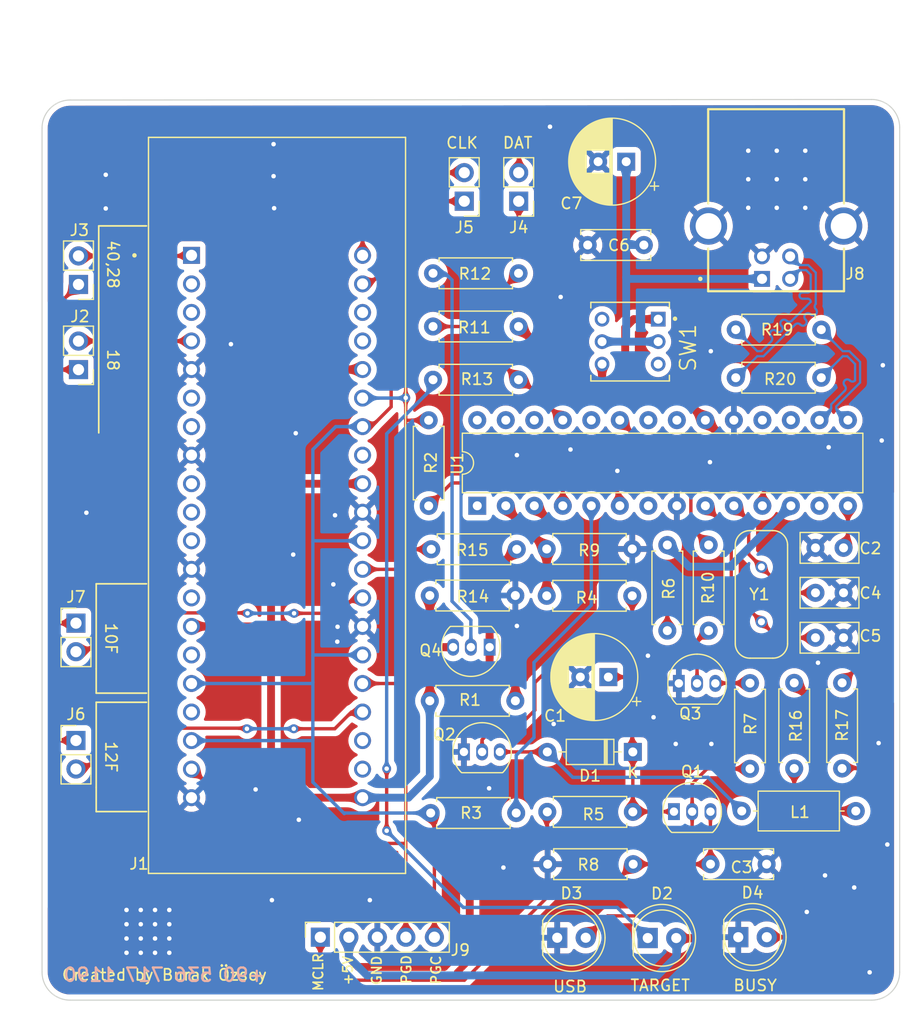
<source format=kicad_pcb>
(kicad_pcb (version 20211014) (generator pcbnew)
  (layers (0 "F.Cu" signal) (31 "B.Cu" signal) (34 "B.Paste" user) (35 "F.Paste" user) (36 "B.SilkS" user "B.Silkscreen") (37 "F.SilkS" user "F.Silkscreen") (38 "B.Mask" user) (39 "F.Mask" user) (44 "Edge.Cuts" user))
  (net 0 "")
  (net 1 "/MCLR_40")
  (net 4 "/MCLR_18")
  (net 5 "GND")
  (net 12 "VDD")
  (net 14 "/PGC")
  (net 16 "/PGD")
  (net 19 "/MCLR_12F")
  (net 20 "/MCLR_10F")
  (net 24 "/CLK")
  (net 25 "/DAT")
  (net 26 "+5V")
  (net 27 "Switch")
  (net 30 "/D_N")
  (net 31 "/D_P")
  (net 32 "/D+")
  (net 33 "/BUSY")
  (net 34 "Net-(D4-Pad2)")
  (net 35 "/VDD_FD")
  (net 36 "Net-(R2-Pad2)")
  (net 37 "Net-(R3-Pad2)")
  (net 38 "Net-(C1-Pad1)")
  (net 39 "/VPP_FD")
  (net 40 "Net-(Q1-Pad2)")
  (net 41 "/VPP_PUMP")
  (net 42 "Net-(Q2-Pad2)")
  (net 43 "Net-(Q3-Pad3)")
  (net 44 "/MCLR")
  (net 45 "/VPP_ON")
  (net 46 "Net-(Q3-Pad2)")
  (net 47 "Net-(R11-Pad2)")
  (net 48 "/Q3")
  (net 49 "/YL")
  (net 50 "Net-(D3-Pad2)")
  (net 51 "/D-")
  (net 52 "Net-(D1-Pad2)")
  (net 55 "/OSC1")
  (net 56 "/OSC2")
  (net 58 "Net-(C2-Pad1)")
  (footprint "Resistor_THT:R_Axial_DIN0207_L6.3mm_D2.5mm_P7.62mm_Horizontal" (layer "F.Cu") (at 155.702 77.597 -90)
    (fp_text reference "R6")
    (fp_text value "10K")
  )
  (footprint "Package_TO_SOT_THT:TO-92_Inline" (layer "F.Cu") (at 157.08 89.91)
    (fp_text reference "Q3")
    (fp_text value "2N3904")
  )
  (footprint "Resistor_THT:R_Axial_DIN0207_L6.3mm_D2.5mm_P7.62mm_Horizontal" (layer "F.Cu") (at 134.5438 82.0928)
    (fp_text reference "R14")
    (fp_text value "10K")
  )
  (footprint "Connector_PinHeader_2.54mm:PinHeader_1x02_P2.54mm_Vertical" (layer "F.Cu") (at 103.0224 84.5516)
    (fp_text reference "J7")
    (fp_text value "Conn_01x02_Male")
  )
  (footprint "Resistor_THT:R_Axial_DIN0207_L6.3mm_D2.5mm_P7.62mm_Horizontal" (layer "F.Cu") (at 134.5438 91.4654)
    (fp_text reference "R1")
    (fp_text value "4.7K")
  )
  (footprint "Resistor_THT:R_Axial_DIN0207_L6.3mm_D2.5mm_P7.62mm_Horizontal" (layer "F.Cu") (at 161.798 58.433067)
    (fp_text reference "R19")
    (fp_text value "47R")
  )
  (footprint "Resistor_THT:R_Axial_DIN0207_L6.3mm_D2.5mm_P7.62mm_Horizontal" (layer "F.Cu") (at 169.418 62.7126 180)
    (fp_text reference "R20")
    (fp_text value "47R")
  )
  (footprint "Capacitor_THT:C_Disc_D5.0mm_W2.5mm_P2.50mm" (layer "F.Cu") (at 171.4 81.8505 180)
    (fp_text reference "C4")
    (fp_text value "27pF")
  )
  (footprint "Crystal_20mhz:XTAL_ECS-200-S-4X" (layer "F.Cu") (at 164.084 81.9912 90)
    (fp_text reference "Y1")
    (fp_text value "20Mhz")
  )
  (footprint "Resistor_THT:R_Axial_DIN0207_L6.3mm_D2.5mm_P7.62mm_Horizontal" (layer "F.Cu") (at 134.4422 66.4972 -90)
    (fp_text reference "R2")
    (fp_text value "47R")
  )
  (footprint "Connector_PinHeader_2.54mm:PinHeader_1x02_P2.54mm_Vertical" (layer "F.Cu") (at 137.6113 47.0016 180)
    (fp_text reference "J5")
    (fp_text value "Conn_01x02_Male")
  )
  (footprint "Resistor_THT:R_Axial_DIN0207_L6.3mm_D2.5mm_P7.62mm_Horizontal" (layer "F.Cu") (at 163.068 97.5106 90)
    (fp_text reference "R7")
    (fp_text value "10K")
  )
  (footprint "Package_TO_SOT_THT:TO-92_Inline" (layer "F.Cu") (at 156.6418 101.325)
    (fp_text reference "Q1")
    (fp_text value "2N3906")
  )
  (footprint "Diode_THT:D_DO-35_SOD27_P7.62mm_Horizontal" (layer "F.Cu") (at 152.6286 96.012 180)
    (fp_text reference "D1")
    (fp_text value "1N4148")
  )
  (footprint "pushswitch:SW_TL2230EEF100" (layer "F.Cu") (at 152.3875 59.5 -90)
    (fp_text reference "SW1")
    (fp_text value "SW_Push_DPDT")
  )
  (footprint "Connector_PinSocket_2.54mm:PinSocket_1x05_P2.54mm_Vertical" (layer "F.Cu") (at 124.7908 112.5 90)
    (fp_text reference "J9")
    (fp_text value "Conn_01x05_Female")
  )
  (footprint "Resistor_THT:R_Axial_DIN0207_L6.3mm_D2.5mm_P7.62mm_Horizontal" (layer "F.Cu") (at 142.45 58.1533 180)
    (fp_text reference "R11")
    (fp_text value "10K")
  )
  (footprint "Resistor_THT:R_Axial_DIN0207_L6.3mm_D2.5mm_P7.62mm_Horizontal" (layer "F.Cu") (at 167.005 89.8652 -90)
    (fp_text reference "R16")
    (fp_text value "470R")
  )
  (footprint "Package_TO_SOT_THT:TO-92_Inline" (layer "F.Cu") (at 139.47 86.69 180)
    (fp_text reference "Q4")
    (fp_text value "2N3906")
  )
  (footprint "Capacitor_THT:C_Disc_D6.0mm_W2.5mm_P5.00mm" (layer "F.Cu") (at 148.609 50.9016)
    (fp_text reference "C6")
    (fp_text value "104")
  )
  (footprint "Resistor_THT:R_Axial_DIN0207_L6.3mm_D2.5mm_P7.62mm_Horizontal" (layer "F.Cu") (at 134.62 101.4476)
    (fp_text reference "R3")
    (fp_text value "47R")
  )
  (footprint "Capacitor_THT:C_Disc_D5.0mm_W2.5mm_P2.50mm" (layer "F.Cu") (at 171.4 77.851 180)
    (fp_text reference "C2")
    (fp_text value "47nF")
  )
  (footprint "Connector_PinHeader_2.54mm:PinHeader_1x02_P2.54mm_Vertical" (layer "F.Cu") (at 103.0224 94.991)
    (fp_text reference "J6")
    (fp_text value "Conn_01x02_Male")
  )
  (footprint "zif:3M_240-1280-00-0602J" (layer "F.Cu") (at 120.9327 75.9524)
    (fp_text reference "J1")
    (fp_text value "240-1280-00-0602J")
  )
  (footprint "Resistor_THT:R_Axial_DIN0207_L6.3mm_D2.5mm_P7.62mm_Horizontal" (layer "F.Cu") (at 171.2722 89.8652 -90)
    (fp_text reference "R17")
    (fp_text value "470R")
  )
  (footprint "Connector_PinHeader_2.54mm:PinHeader_1x02_P2.54mm_Vertical" (layer "F.Cu") (at 103.2466 54.412 180)
    (fp_text reference "J3")
    (fp_text value "Conn_01x02_Male")
  )
  (footprint "Resistor_THT:R_Axial_DIN0207_L6.3mm_D2.5mm_P7.62mm_Horizontal" (layer "F.Cu") (at 152.6286 101.346 180)
    (fp_text reference "R5")
    (fp_text value "100K")
  )
  (footprint "Resistor_THT:R_Axial_DIN0207_L6.3mm_D2.5mm_P7.62mm_Horizontal" (layer "F.Cu") (at 159.385 77.597 -90)
    (fp_text reference "R10")
    (fp_text value "10K")
  )
  (footprint "LED_THT:LED_D5.0mm" (layer "F.Cu") (at 153.9571 112.5728)
    (fp_text reference "D2")
    (fp_text value "YELLOW")
  )
  (footprint "LED_THT:LED_D5.0mm" (layer "F.Cu") (at 162.0216 112.4966)
    (fp_text reference "D4")
    (fp_text value "RED")
  )
  (footprint "Capacitor_THT:CP_Radial_D7.5mm_P2.50mm" (layer "F.Cu") (at 152.037395 43.4848 180)
    (fp_text reference "C7")
    (fp_text value "47uF")
  )
  (footprint "Capacitor_THT:C_Disc_D5.0mm_W2.5mm_P2.50mm" (layer "F.Cu") (at 171.4 85.85 180)
    (fp_text reference "C5")
    (fp_text value "27pF")
  )
  (footprint "Package_TO_SOT_THT:TO-92_Inline" (layer "F.Cu") (at 137.93 96.01)
    (fp_text reference "Q2")
    (fp_text value "2N3904")
  )
  (footprint "LED_THT:LED_D5.0mm" (layer "F.Cu") (at 145.8926 112.5474)
    (fp_text reference "D3")
    (fp_text value "GREEN")
  )
  (footprint "Package_DIP:DIP-28_W7.62mm" (layer "F.Cu") (at 138.7702 74.1072 90)
    (fp_text reference "U1")
    (fp_text value "PIC18F2550-ISP")
  )
  (footprint "Resistor_THT:R_Axial_DIN0207_L6.3mm_D2.5mm_P7.62mm_Horizontal" (layer "F.Cu") (at 134.83 62.8904)
    (fp_text reference "R13")
    (fp_text value "470R")
  )
  (footprint "Connector_PinHeader_2.54mm:PinHeader_1x02_P2.54mm_Vertical" (layer "F.Cu") (at 103.2466 61.99 180)
    (fp_text reference "J2")
    (fp_text value "Conn_01x02_Male")
  )
  (footprint "Capacitor_THT:CP_Radial_D7.5mm_P2.50mm" (layer "F.Cu") (at 150.45 89.35 180)
    (fp_text reference "C1")
    (fp_text value "47uF")
  )
  (footprint "USB_B_TYPE:SAMTEC_USB-B-S-X-X-TH" (layer "F.Cu") (at 165.3902 49.2138 180)
    (fp_text reference "J8")
    (fp_text value "USB_B")
  )
  (footprint "Resistor_THT:R_Axial_DIN0207_L6.3mm_D2.5mm_P7.62mm_Horizontal" (layer "F.Cu") (at 152.5778 82.1182 180)
    (fp_text reference "R4")
    (fp_text value "4.7K")
  )
  (footprint "Connector_PinHeader_2.54mm:PinHeader_1x02_P2.54mm_Vertical" (layer "F.Cu") (at 142.4627 47.0016 180)
    (fp_text reference "J4")
    (fp_text value "Conn_01x02_Male")
  )
  (footprint "Resistor_THT:R_Axial_DIN0207_L6.3mm_D2.5mm_P7.62mm_Horizontal" (layer "F.Cu") (at 152.66 106 180)
    (fp_text reference "R8")
    (fp_text value "10K")
  )
  (footprint "Capacitor_THT:C_Disc_D6.0mm_W2.5mm_P5.00mm" (layer "F.Cu") (at 164.55 106 180)
    (fp_text reference "C3")
    (fp_text value "104")
  )
  (footprint "Resistor_THT:R_Axial_DIN0207_L6.3mm_D2.5mm_P7.62mm_Horizontal" (layer "F.Cu") (at 144.9578 77.9526)
    (fp_text reference "R9")
    (fp_text value "2.7K")
  )
  (footprint "Resistor_THT:R_Axial_DIN0207_L6.3mm_D2.5mm_P7.62mm_Horizontal" (layer "F.Cu") (at 134.83 53.4162)
    (fp_text reference "R12")
    (fp_text value "2.7K")
  )
  (footprint "Resistor_THT:R_Axial_DIN0207_L6.3mm_D2.5mm_P7.62mm_Horizontal" (layer "F.Cu") (at 142.2908 77.978 180)
    (fp_text reference "R15")
    (fp_text value "10K")
  )
  (footprint "Inductor_THT:L_Axial_L7.0mm_D3.3mm_P10.16mm_Horizontal_Fastron_MICC" (layer "F.Cu") (at 172.4914 101.2698 180)
    (fp_text reference "L1")
    (fp_text value "680uH")
  )
  (gr_line (start 104.8258 91.5924) (end 104.8258 99.1616) (layer "F.SilkS") (width 0.15))
  (gr_line (start 109.3 81.05) (end 104.8258 81.0514) (layer "F.SilkS") (width 0.15))
  (gr_line (start 109.3 91.5924) (end 104.8258 91.5924) (layer "F.SilkS") (width 0.15))
  (gr_line (start 104.8258 101.3206) (end 109.3 101.3206) (layer "F.SilkS") (width 0.15))
  (gr_line (start 105.05 49.2) (end 105.05 56.7692) (layer "F.SilkS") (width 0.15))
  (gr_line (start 104.8258 88.6206) (end 104.8258 90.7796) (layer "F.SilkS") (width 0.15))
  (gr_line (start 105.05 56.7692) (end 105.05 67.615) (layer "F.SilkS") (width 0.15))
  (gr_line (start 104.8258 81.0514) (end 104.8258 88.6206) (layer "F.SilkS") (width 0.15))
  (gr_line (start 104.8258 99.1616) (end 104.8258 101.3206) (layer "F.SilkS") (width 0.15))
  (gr_line (start 104.8258 90.7796) (end 109.3 90.7796) (layer "F.SilkS") (width 0.15))
  (gr_line (start 109.3 49.2) (end 105.05 49.2) (layer "F.SilkS") (width 0.15))
  (gr_arc (start 100 40.5) (mid 100.732233 38.732233) (end 102.5 38) (layer "Edge.Cuts") (width 0.1))
  (gr_line (start 173.9 118.1) (end 102.5 118.1) (layer "Edge.Cuts") (width 0.1))
  (gr_arc (start 173.9 37.95) (mid 175.667767 38.682233) (end 176.4 40.45) (layer "Edge.Cuts") (width 0.1))
  (gr_line (start 102.5 38) (end 173.9 37.95) (layer "Edge.Cuts") (width 0.1))
  (gr_line (start 100 115.6) (end 100 40.5) (layer "Edge.Cuts") (width 0.1))
  (gr_arc (start 176.4 115.6) (mid 175.667767 117.367767) (end 173.9 118.1) (layer "Edge.Cuts") (width 0.1))
  (gr_line (start 176.4 40.45) (end 176.4 115.6) (layer "Edge.Cuts") (width 0.1))
  (gr_arc (start 102.5 118.1) (mid 100.732233 117.367767) (end 100 115.6) (layer "Edge.Cuts") (width 0.1))
  (gr_text "+90 536 717 1190" (at 110.9 115.85) (layer "B.SilkS") (effects (font (size 1.2 1.2) (thickness 0.2)) (justify mirror)))
  (gr_text "18" (at 106.32 61.138 270) (layer "F.SilkS") (effects (font (size 1 1))))
  (gr_text "Created by Burak Özsoy" (at 110.9 115.85) (layer "F.SilkS") (effects (font (size 1 1))))
  (gr_text "TARGET" (at 155.067 116.7892) (layer "F.SilkS") (effects (font (size 1 1))))
  (gr_text "DAT" (at 142.367 41.8084) (layer "F.SilkS") (effects (font (size 1 1))))
  (gr_text "10F" (at 106.1466 85.915499 270) (layer "F.SilkS") (effects (font (size 1 1))))
  (gr_text "USB" (at 147.0406 116.8908) (layer "F.SilkS") (effects (font (size 1 1))))
  (gr_text "BUSY" (at 163.5252 116.7892) (layer "F.SilkS") (effects (font (size 1 1))))
  (gr_text "+5V" (at 127.25 115.473 90) (layer "F.SilkS") (effects (font (size 0.85 0.85))))
  (gr_text "PGC" (at 135.1032 115.4222 90) (layer "F.SilkS") (effects (font (size 0.85 0.85))))
  (gr_text "CLK\n" (at 137.414 41.8084) (layer "F.SilkS") (effects (font (size 1 1))))
  (gr_text "GND" (at 129.8154 115.4476 90) (layer "F.SilkS") (effects (font (size 0.85 0.85))))
  (gr_text "12F" (at 106.1466 96.456499 270) (layer "F.SilkS") (effects (font (size 1 1))))
  (gr_text "PGD" (at 132.457 115.3714 90) (layer "F.SilkS") (effects (font (size 0.85 0.85))))
  (gr_text "40,28" (at 106.32 52.629 270) (layer "F.SilkS") (effects (font (size 1 1))))
  (gr_text "MCLR" (at 124.6084 115.6 90) (layer "F.SilkS") (effects (font (size 0.85 0.85))))
  (segment (start 113.2631 51.872) (end 113.3127 51.8224) (width 0.3) (layer "F.Cu") (net 1))
  (segment (start 103.2466 51.872) (end 113.2631 51.872) (width 0.3) (layer "F.Cu") (net 1))
  (segment (start 103.2466 59.45) (end 113.3051 59.45) (width 0.3) (layer "F.Cu") (net 4))
  (segment (start 113.3051 59.45) (end 113.3127 59.4424) (width 0.3) (layer "F.Cu") (net 4))
  (via (at 129.2 109.2) (size 0.8) (drill 0.4) (layers "F.Cu" "B.Cu") (net 5))
  (via (at 105.675 47.65) (size 0.8) (drill 0.4) (layers "F.Cu" "B.Cu") (net 5))
  (via (at 108.795 111.345) (size 0.8) (drill 0.4) (layers "F.Cu" "B.Cu") (net 5))
  (via (at 126.3 86.2) (size 0.8) (drill 0.4) (layers "F.Cu" "B.Cu") (net 5))
  (via (at 110.065 111.345) (size 0.8) (drill 0.4) (layers "F.Cu" "B.Cu") (net 5))
  (via (at 119.025 99.35) (size 0.8) (drill 0.4) (layers "F.Cu" "B.Cu") (net 5))
  (via (at 126.1 74.95) (size 0.8) (drill 0.4) (layers "F.Cu" "B.Cu") (net 5))
  (via (at 162.91 42.51) (size 0.8) (drill 0.4) (layers "F.Cu" "B.Cu") (net 5))
  (via (at 107.525 110.075) (size 0.8) (drill 0.4) (layers "F.Cu" "B.Cu") (net 5))
  (via (at 169.75 107) (size 0.8) (drill 0.4) (layers "F.Cu" "B.Cu") (net 5))
  (via (at 165.45 45.05) (size 0.8) (drill 0.4) (layers "F.Cu" "B.Cu") (net 5))
  (via (at 122.6 67.65) (size 0.8) (drill 0.4) (layers "F.Cu" "B.Cu") (net 5))
  (via (at 175.3 104.25) (size 0.8) (drill 0.4) (layers "F.Cu" "B.Cu") (net 5))
  (via (at 168.125 110.25) (size 0.8) (drill 0.4) (layers "F.Cu" "B.Cu") (net 5))
  (via (at 122.375 78.45) (size 0.8) (drill 0.4) (layers "F.Cu" "B.Cu") (net 5))
  (via (at 145.575 93.525) (size 0.8) (drill 0.4) (layers "F.Cu" "B.Cu") (net 5))
  (via (at 151.25 71) (size 0.8) (drill 0.4) (layers "F.Cu" "B.Cu") (net 5))
  (via (at 173.725 115.625) (size 0.8) (drill 0.4) (layers "F.Cu" "B.Cu") (net 5))
  (via (at 169.125 88.075) (size 0.8) (drill 0.4) (layers "F.Cu" "B.Cu") (net 5))
  (via (at 142.3 84.8) (size 0.8) (drill 0.4) (layers "F.Cu" "B.Cu") (net 5))
  (via (at 120.675 47.625) (size 0.8) (drill 0.4) (layers "F.Cu" "B.Cu") (net 5))
  (via (at 126.325 84.875) (size 0.8) (drill 0.4) (layers "F.Cu" "B.Cu") (net 5))
  (via (at 122.875 102.05) (size 0.8) (drill 0.4) (layers "F.Cu" "B.Cu") (net 5))
  (via (at 142.3 69.6) (size 0.8) (drill 0.4) (layers "F.Cu" "B.Cu") (net 5))
  (via (at 170.075 68.9) (size 0.8) (drill 0.4) (layers "F.Cu" "B.Cu") (net 5))
  (via (at 110.065 113.885) (size 0.8) (drill 0.4) (layers "F.Cu" "B.Cu") (net 5))
  (via (at 162.91 45.05) (size 0.8) (drill 0.4) (layers "F.Cu" "B.Cu") (net 5))
  (via (at 108.795 113.885) (size 0.8) (drill 0.4) (layers "F.Cu" "B.Cu") (net 5))
  (via (at 165.45 42.51) (size 0.8) (drill 0.4) (layers "F.Cu" "B.Cu") (net 5))
  (via (at 103.95 74.725) (size 0.8) (drill 0.4) (layers "F.Cu" "B.Cu") (net 5))
  (via (at 174.9 61.6) (size 0.8) (drill 0.4) (layers "F.Cu" "B.Cu") (net 5))
  (via (at 147.075 69.1) (size 0.8) (drill 0.4) (layers "F.Cu" "B.Cu") (net 5))
  (via (at 153.975 87.45) (size 0.8) (drill 0.4) (layers "F.Cu" "B.Cu") (net 5))
  (via (at 125.95 81.1) (size 0.8) (drill 0.4) (layers "F.Cu" "B.Cu") (net 5))
  (via (at 174.525 95.225) (size 0.8) (drill 0.4) (layers "F.Cu" "B.Cu") (net 5))
  (via (at 120.625 41.925) (size 0.8) (drill 0.4) (layers "F.Cu" "B.Cu") (net 5))
  (via (at 156.45 95.3) (size 0.8) (drill 0.4) (layers "F.Cu" "B.Cu") (net 5))
  (via (at 107.525 113.885) (size 0.8) (drill 0.4) (layers "F.Cu" "B.Cu") (net 5))
  (via (at 105.675 44.65) (size 0.8) (drill 0.4) (layers "F.Cu" "B.Cu") (net 5))
  (via (at 107.525 111.345) (size 0.8) (drill 0.4) (layers "F.Cu" "B.Cu") (net 5))
  (via (at 167.99 45.05) (size 0.8) (drill 0.4) (layers "F.Cu" "B.Cu") (net 5))
  (via (at 139.825 99.25) (size 0.8) (drill 0.4) (layers "F.Cu" "B.Cu") (net 5))
  (via (at 111.335 113.885) (size 0.8) (drill 0.4) (layers "F.Cu" "B.Cu") (net 5))
  (via (at 167.99 42.51) (size 0.8) (drill 0.4) (layers "F.Cu" "B.Cu") (net 5))
  (via (at 159.5 70.225) (size 0.8) (drill 0.4) (layers "F.Cu" "B.Cu") (net 5))
  (via (at 174.8 68.3) (size 0.8) (drill 0.4) (layers "F.Cu" "B.Cu") (net 5))
  (via (at 162.91 47.59) (size 0.8) (drill 0.4) (layers "F.Cu" "B.Cu") (net 5))
  (via (at 108.795 112.615) (size 0.8) (drill 0.4) (layers "F.Cu" "B.Cu") (net 5))
  (via (at 172.35 108.075) (size 0.8) (drill 0.4) (layers "F.Cu" "B.Cu") (net 5))
  (via (at 110.065 112.615) (size 0.8) (drill 0.4) (layers "F.Cu" "B.Cu") (net 5))
  (via (at 110.065 110.075) (size 0.8) (drill 0.4) (layers "F.Cu" "B.Cu") (net 5))
  (via (at 146.2 55.525) (size 0.8) (drill 0.4) (layers "F.Cu" "B.Cu") (net 5))
  (via (at 108.795 110.075) (size 0.8) (drill 0.4) (layers "F.Cu" "B.Cu") (net 5))
  (via (at 116.825 59.725) (size 0.8) (drill 0.4) (layers "F.Cu" "B.Cu") (net 5))
  (via (at 111.335 110.075) (size 0.8) (drill 0.4) (layers "F.Cu" "B.Cu") (net 5))
  (via (at 120.625 44.775) (size 0.8) (drill 0.4) (layers "F.Cu" "B.Cu") (net 5))
  (via (at 165.45 47.59) (size 0.8) (drill 0.4) (layers "F.Cu" "B.Cu") (net 5))
  (via (at 159.575 60.35) (size 0.8) (drill 0.4) (layers "F.Cu" "B.Cu") (net 5))
  (via (at 111.335 111.345) (size 0.8) (drill 0.4) (layers "F.Cu" "B.Cu") (net 5))
  (via (at 145.25 40.375) (size 0.8) (drill 0.4) (layers "F.Cu" "B.Cu") (net 5))
  (via (at 120.475 109.2) (size 0.8) (drill 0.4) (layers "F.Cu" "B.Cu") (net 5))
  (via (at 107.525 112.615) (size 0.8) (drill 0.4) (layers "F.Cu" "B.Cu") (net 5))
  (via (at 141.1 106.3) (size 0.8) (drill 0.4) (layers "F.Cu" "B.Cu") (net 5))
  (via (at 159.625 95.3) (size 0.8) (drill 0.4) (layers "F.Cu" "B.Cu") (net 5))
  (via (at 167.99 47.59) (size 0.8) (drill 0.4) (layers "F.Cu" "B.Cu") (net 5))
  (via (at 111.335 112.615) (size 0.8) (drill 0.4) (layers "F.Cu" "B.Cu") (net 5))
  (via (at 154.475 92.925) (size 0.8) (drill 0.4) (layers "F.Cu" "B.Cu") (net 5))
  (segment (start 120.2424 84.8424) (end 120.4 85) (width 0.7) (layer "F.Cu") (net 12))
  (segment (start 120.4 65.45) (end 123.8676 61.9824) (width 0.7) (layer "F.Cu") (net 12))
  (segment (start 136.62 86.69) (end 134.64 86.69) (width 0.7) (layer "F.Cu") (net 12))
  (segment (start 134.5438 82.0928) (end 134.5438 86.5938) (width 0.7) (layer "F.Cu") (net 12))
  (segment (start 134.5438 86.5938) (end 134.5438 91.4654) (width 0.7) (layer "F.Cu") (net 12))
  (segment (start 120.5076 72.1424) (end 120.4 72.25) (width 0.7) (layer "F.Cu") (net 12))
  (segment (start 128.5527 100.0824) (end 123.4324 100.0824) (width 0.7) (layer "F.Cu") (net 12))
  (segment (start 123.4324 100.0824) (end 120.4 97.05) (width 0.7) (layer "F.Cu") (net 12))
  (segment (start 123.8676 61.9824) (end 128.5527 61.9824) (width 0.7) (layer "F.Cu") (net 12))
  (segment (start 134.64 86.69) (end 134.5438 86.5938) (width 0.7) (layer "F.Cu") (net 12))
  (segment (start 128.5527 72.1424) (end 120.5076 72.1424) (width 0.7) (layer "F.Cu") (net 12))
  (segment (start 120.4 97.05) (end 120.4 85) (width 0.7) (layer "F.Cu") (net 12))
  (segment (start 113.3127 84.8424) (end 120.2424 84.8424) (width 0.7) (layer "F.Cu") (net 12))
  (segment (start 120.4 72.25) (end 120.4 65.45) (width 0.7) (layer "F.Cu") (net 12))
  (segment (start 120.4 85) (end 120.4 72.25) (width 0.7) (layer "F.Cu") (net 12))
  (segment (start 134.5438 98.1812) (end 134.5438 91.4654) (width 0.7) (layer "B.Cu") (net 12))
  (segment (start 132.6426 100.0824) (end 134.5438 98.1812) (width 0.7) (layer "B.Cu") (net 12))
  (segment (start 128.5527 100.0824) (end 132.6426 100.0824) (width 0.7) (layer "B.Cu") (net 12))
  (segment (start 134.9508 101.7784) (end 134.62 101.4476) (width 0.3) (layer "F.Cu") (net 14))
  (segment (start 129.3376 67.0624) (end 128.5527 67.0624) (width 0.3) (layer "F.Cu") (net 14))
  (segment (start 134.9508 112.5) (end 134.9508 101.7784) (width 0.3) (layer "F.Cu") (net 14))
  (segment (start 137.6113 47.0016) (end 132.8484 47.0016) (width 0.3) (layer "F.Cu") (net 14))
  (segment (start 131.1 65.3) (end 129.3376 67.0624) (width 0.3) (layer "F.Cu") (net 14))
  (segment (start 131.1 48.75) (end 131.1 65.3) (width 0.3) (layer "F.Cu") (net 14))
  (segment (start 132.8484 47.0016) (end 131.1 48.75) (width 0.3) (layer "F.Cu") (net 14))
  (segment (start 124.125 98.7) (end 126.925 101.5) (width 0.3) (layer "B.Cu") (net 14))
  (segment (start 128.5527 67.0624) (end 126.1626 67.0624) (width 0.3) (layer "B.Cu") (net 14))
  (segment (start 124.125 87.45) (end 124.125 89.825) (width 0.3) (layer "B.Cu") (net 14))
  (segment (start 126.1626 67.0624) (end 124.125 69.1) (width 0.3) (layer "B.Cu") (net 14))
  (segment (start 113.3127 95.0024) (end 124.0726 95.0024) (width 0.3) (layer "B.Cu") (net 14))
  (segment (start 113.3127 89.9224) (end 124.0276 89.9224) (width 0.3) (layer "B.Cu") (net 14))
  (segment (start 124.1926 87.3824) (end 124.125 87.45) (width 0.3) (layer "B.Cu") (net 14))
  (segment (start 124.0276 89.9224) (end 124.125 89.825) (width 0.3) (layer "B.Cu") (net 14))
  (segment (start 128.5527 87.3824) (end 124.1926 87.3824) (width 0.3) (layer "B.Cu") (net 14))
  (segment (start 124.125 77.3) (end 124.125 87.45) (width 0.3) (layer "B.Cu") (net 14))
  (segment (start 126.9774 101.4476) (end 134.62 101.4476) (width 0.3) (layer "B.Cu") (net 14))
  (segment (start 124.125 89.825) (end 124.125 94.95) (width 0.3) (layer "B.Cu") (net 14))
  (segment (start 124.0726 95.0024) (end 124.125 94.95) (width 0.3) (layer "B.Cu") (net 14))
  (segment (start 124.125 69.1) (end 124.125 77.3) (width 0.3) (layer "B.Cu") (net 14))
  (segment (start 128.5527 77.2224) (end 124.2026 77.2224) (width 0.3) (layer "B.Cu") (net 14))
  (segment (start 126.925 101.5) (end 126.9774 101.4476) (width 0.3) (layer "B.Cu") (net 14))
  (segment (start 124.2026 77.2224) (end 124.125 77.3) (width 0.3) (layer "B.Cu") (net 14))
  (segment (start 124.125 94.95) (end 124.125 98.7) (width 0.3) (layer "B.Cu") (net 14))
  (segment (start 132.95 66.5) (end 132.45 66.5) (width 0.3) (layer "F.Cu") (net 16))
  (segment (start 132.4 102.6) (end 132.4 89.95) (width 0.3) (layer "F.Cu") (net 16))
  (segment (start 132.4 51.85) (end 133.8 50.45) (width 0.3) (layer "F.Cu") (net 16))
  (segment (start 128.5527 89.9224) (end 132.3724 89.9224) (width 0.3) (layer "F.Cu") (net 16))
  (segment (start 132.422 77.978) (end 132.4 78) (width 0.3) (layer "F.Cu") (net 16))
  (segment (start 134.6708 77.978) (end 132.422 77.978) (width 0.3) (layer "F.Cu") (net 16))
  (segment (start 133.8 50.45) (end 141.5 50.45) (width 0.3) (layer "F.Cu") (net 16))
  (segment (start 142.4627 49.4873) (end 142.4627 47.0016) (width 0.3) (layer "F.Cu") (net 16))
  (segment (start 132.4 64.5) (end 132.4 51.85) (width 0.3) (layer "F.Cu") (net 16))
  (segment (start 132.4 89.95) (end 132.4 79.7) (width 0.3) (layer "F.Cu") (net 16))
  (segment (start 132.95 66.5) (end 132.9528 66.4972) (width 0.3) (layer "F.Cu") (net 16))
  (segment (start 132.9528 66.4972) (end 134.4422 66.4972) (width 0.3) (layer "F.Cu") (net 16))
  (segment (start 128.5527 79.7624) (end 132.3376 79.7624) (width 0.3) (layer "F.Cu") (net 16))
  (segment (start 132.3376 79.7624) (end 132.4 79.7) (width 0.3) (layer "F.Cu") (net 16))
  (segment (start 141.5 50.45) (end 142.4627 49.4873) (width 0.3) (layer "F.Cu") (net 16))
  (segment (start 113.3127 97.5424) (end 113.3924 97.5424) (width 0.3) (layer "F.Cu") (net 16))
  (segment (start 113.3924 97.5424) (end 120 104.15) (width 0.3) (layer "F.Cu") (net 16))
  (segment (start 132.3724 89.9224) (end 132.4 89.95) (width 0.3) (layer "F.Cu") (net 16))
  (segment (start 132.4108 112.5) (end 132.4108 110.3108) (width 0.3) (layer "F.Cu") (net 16))
  (segment (start 132.4 78) (end 132.4 66.45) (width 0.3) (layer "F.Cu") (net 16))
  (segment (start 132.4 79.7) (end 132.4 78) (width 0.3) (layer "F.Cu") (net 16))
  (segment (start 132.4 66.45) (end 132.4 64.5) (width 0.3) (layer "F.Cu") (net 16))
  (segment (start 132.35 104.15) (end 132.4 104.2) (width 0.3) (layer "F.Cu") (net 16))
  (segment (start 120 104.15) (end 132.35 104.15) (width 0.3) (layer "F.Cu") (net 16))
  (segment (start 132.45 66.5) (end 132.4 66.45) (width 0.3) (layer "F.Cu") (net 16))
  (segment (start 132.4108 110.3108) (end 132.4 110.3) (width 0.3) (layer "F.Cu") (net 16))
  (segment (start 132.4 104.2) (end 132.4 102.6) (width 0.3) (layer "F.Cu") (net 16))
  (segment (start 132.4 110.3) (end 132.4 104.2) (width 0.3) (layer "F.Cu") (net 16))
  (via (at 132.4 64.5) (size 0.8) (drill 0.4) (layers "F.Cu" "B.Cu") (net 16))
  (segment (start 132.3776 64.5224) (end 132.4 64.5) (width 0.3) (layer "B.Cu") (net 16))
  (segment (start 128.5527 64.5224) (end 132.3776 64.5224) (width 0.3) (layer "B.Cu") (net 16))
  (segment (start 107.501111 93.898889) (end 118.198889 93.898889) (width 0.3) (layer "F.Cu") (net 19))
  (segment (start 127.5626 92.4624) (end 128.5527 92.4624) (width 0.3) (layer "F.Cu") (net 19))
  (segment (start 118.198889 93.898889) (end 118.25 93.95) (width 0.3) (layer "F.Cu") (net 19))
  (segment (start 103.0224 97.531) (end 103.869 97.531) (width 0.3) (layer "F.Cu") (net 19))
  (segment (start 122.425 93.95) (end 126.075 93.95) (width 0.3) (layer "F.Cu") (net 19))
  (segment (start 126.075 93.95) (end 127.5626 92.4624) (width 0.3) (layer "F.Cu") (net 19))
  (segment (start 103.869 97.531) (end 107.501111 93.898889) (width 0.3) (layer "F.Cu") (net 19))
  (via (at 122.425 93.95) (size 0.8) (drill 0.4) (layers "F.Cu" "B.Cu") (net 19))
  (via (at 118.25 93.95) (size 0.8) (drill 0.4) (layers "F.Cu" "B.Cu") (net 19))
  (segment (start 118.25 93.95) (end 122.425 93.95) (width 0.3) (layer "B.Cu") (net 19))
  (segment (start 103.9834 87.0916) (end 107.436111 83.638889) (width 0.3) (layer "F.Cu") (net 20))
  (segment (start 103.0224 87.0916) (end 103.9834 87.0916) (width 0.3) (layer "F.Cu") (net 20))
  (segment (start 107.436111 83.638889) (end 118.263889 83.638889) (width 0.3) (layer "F.Cu") (net 20))
  (segment (start 118.263889 83.638889) (end 118.3 83.675) (width 0.3) (layer "F.Cu") (net 20))
  (segment (start 122.45 83.675) (end 126.4 83.675) (width 0.3) (layer "F.Cu") (net 20))
  (segment (start 127.7726 82.3024) (end 128.5527 82.3024) (width 0.3) (layer "F.Cu") (net 20))
  (segment (start 126.4 83.675) (end 127.7726 82.3024) (width 0.3) (layer "F.Cu") (net 20))
  (via (at 122.45 83.675) (size 0.8) (drill 0.4) (layers "F.Cu" "B.Cu") (net 20))
  (via (at 118.3 83.675) (size 0.8) (drill 0.4) (layers "F.Cu" "B.Cu") (net 20))
  (segment (start 118.3 83.675) (end 122.45 83.675) (width 0.3) (layer "B.Cu") (net 20))
  (segment (start 131.7884 44.4616) (end 129.95 46.3) (width 0.3) (layer "F.Cu") (net 24))
  (segment (start 129.2376 54.3624) (end 128.5527 54.3624) (width 0.3) (layer "F.Cu") (net 24))
  (segment (start 137.6113 44.4616) (end 131.7884 44.4616) (width 0.3) (layer "F.Cu") (net 24))
  (segment (start 129.95 53.65) (end 129.2376 54.3624) (width 0.3) (layer "F.Cu") (net 24))
  (segment (start 129.95 46.3) (end 129.95 53.65) (width 0.3) (layer "F.Cu") (net 24))
  (segment (start 128.5527 51.8224) (end 128.5527 44.3473) (width 0.3) (layer "F.Cu") (net 25))
  (segment (start 139.85 40.45) (end 142.4627 43.0627) (width 0.3) (layer "F.Cu") (net 25))
  (segment (start 142.4627 43.0627) (end 142.4627 44.4616) (width 0.3) (layer "F.Cu") (net 25))
  (segment (start 132.45 40.45) (end 139.85 40.45) (width 0.3) (layer "F.Cu") (net 25))
  (segment (start 128.5527 44.3473) (end 132.45 40.45) (width 0.3) (layer "F.Cu") (net 25))
  (segment (start 135.975 100.15) (end 138.1 102.275) (width 0.7) (layer "F.Cu") (net 26))
  (segment (start 138.1 112.875) (end 135.825 115.15) (width 0.7) (layer "F.Cu") (net 26))
  (segment (start 150.1 64.5) (end 151.95 64.5) (width 0.7) (layer "F.Cu") (net 26))
  (segment (start 168.9302 93.6698) (end 168.9302 101.2698) (width 0.7) (layer "F.Cu") (net 26))
  (segment (start 162.875 107.75) (end 162.875 105.075) (width 0.7) (layer "F.Cu") (net 26))
  (segment (start 148.7967 64.5) (end 150.1 64.5) (width 0.7) (layer "F.Cu") (net 26))
  (segment (start 163.378 70.775) (end 159.0902 66.4872) (width 0.7) (layer "F.Cu") (net 26))
  (segment (start 127.325 114.3) (end 127.3308 114.2942) (width 0.7) (layer "F.Cu") (net 26))
  (segment (start 139.87 86.69) (end 139.87 80.3988) (width 0.7) (layer "F.Cu") (net 26))
  (segment (start 128.175 115.15) (end 127.325 114.3) (width 0.7) (layer "F.Cu") (net 26))
  (segment (start 127.3308 114.2942) (end 127.3308 112.5) (width 0.7) (layer "F.Cu") (net 26))
  (segment (start 172.6052 93.6698) (end 174.8 91.475) (width 0.7) (layer "F.Cu") (net 26))
  (segment (start 168.9302 91.7904) (end 168.9302 93.6698) (width 0.7) (layer "F.Cu") (net 26))
  (segment (start 168.9302 93.6698) (end 172.6052 93.6698) (width 0.7) (layer "F.Cu") (net 26))
  (segment (start 172.475 70.775) (end 163.378 70.775) (width 0.7) (layer "F.Cu") (net 26))
  (segment (start 162.875 105.075) (end 166.6802 101.2698) (width 0.7) (layer "F.Cu") (net 26))
  (segment (start 174.8 73.1) (end 172.475 70.775) (width 0.7) (layer "F.Cu") (net 26))
  (segment (start 138.1 102.275) (end 138.1 112.875) (width 0.7) (layer "F.Cu") (net 26))
  (segment (start 139.87 80.3988) (end 142.2908 77.978) (width 0.7) (layer "F.Cu") (net 26))
  (segment (start 142.45 58.1533) (end 148.7967 64.5) (width 0.7) (layer "F.Cu") (net 26))
  (segment (start 154.8875 57.5) (end 152.7 57.5) (width 0.7) (layer "F.Cu") (net 26))
  (segment (start 149.8875 61.5) (end 149.8875 64.2875) (width 0.7) (layer "F.Cu") (net 26))
  (segment (start 157.103 64.5) (end 159.0902 66.4872) (width 0.7) (layer "F.Cu") (net 26))
  (segment (start 166.6802 101.2698) (end 168.9302 101.2698) (width 0.7) (layer "F.Cu") (net 26))
  (segment (start 149.8875 64.2875) (end 150.1 64.5) (width 0.7) (layer "F.Cu") (net 26))
  (segment (start 174.8 91.475) (end 174.8 73.1) (width 0.7) (layer "F.Cu") (net 26))
  (segment (start 135.975 94) (end 135.975 100.15) (width 0.7) (layer "F.Cu") (net 26))
  (segment (start 135.825 115.15) (end 128.175 115.15) (width 0.7) (layer "F.Cu") (net 26))
  (segment (start 139.87 86.69) (end 139.87 90.105) (width 0.7) (layer "F.Cu") (net 26))
  (segment (start 168.9302 101.2698) (end 172.4914 101.2698) (width 0.7) (layer "F.Cu") (net 26))
  (segment (start 139.87 90.105) (end 135.975 94) (width 0.7) (layer "F.Cu") (net 26))
  (segment (start 151.95 58.25) (end 151.95 64.5) (width 0.7) (layer "F.Cu") (net 26))
  (segment (start 167.005 89.8652) (end 168.9302 91.7904) (width 0.7) (layer "F.Cu") (net 26))
  (segment (start 151.95 64.5) (end 157.103 64.5) (width 0.7) (layer "F.Cu") (net 26))
  (segment (start 158.0522 112.5728) (end 162.875 107.75) (width 0.7) (layer "F.Cu") (net 26))
  (segment (start 152.7 57.5) (end 151.95 58.25) (width 0.7) (layer "F.Cu") (net 26))
  (segment (start 156.4971 112.5728) (end 158.0522 112.5728) (width 0.7) (layer "F.Cu") (net 26))
  (segment (start 156.4971 114.2279) (end 156.4971 112.5728) (width 0.7) (layer "B.Cu") (net 26))
  (segment (start 127.3308 112.5) (end 127.3308 114.2808) (width 0.7) (layer "B.Cu") (net 26))
  (segment (start 128.95 115.9) (end 154.825 115.9) (width 0.7) (layer "B.Cu") (net 26))
  (segment (start 154.825 115.9) (end 156.4971 114.2279) (width 0.7) (layer "B.Cu") (net 26))
  (segment (start 127.3308 114.2808) (end 128.95 115.9) (width 0.7) (layer "B.Cu") (net 26))
  (segment (start 152.037395 59.412605) (end 151.95 59.5) (width 0.7) (layer "B.Cu") (net 27))
  (segment (start 152.037395 43.4848) (end 152.037395 50.912605) (width 0.7) (layer "B.Cu") (net 27))
  (segment (start 152.1638 53.9138) (end 152.037395 53.787395) (width 0.7) (layer "B.Cu") (net 27))
  (segment (start 164.1402 53.9138) (end 152.1638 53.9138) (width 0.7) (layer "B.Cu") (net 27))
  (segment (start 151.95 59.5) (end 154.8875 59.5) (width 0.7) (layer "B.Cu") (net 27))
  (segment (start 149.8875 59.5) (end 151.95 59.5) (width 0.7) (layer "B.Cu") (net 27))
  (segment (start 152.0484 50.9016) (end 152.037395 50.912605) (width 0.7) (layer "B.Cu") (net 27))
  (segment (start 152.037395 53.787395) (end 152.037395 59.412605) (width 0.7) (layer "B.Cu") (net 27))
  (segment (start 152.037395 50.912605) (end 152.037395 53.787395) (width 0.7) (layer "B.Cu") (net 27))
  (segment (start 153.609 50.9016) (end 152.0484 50.9016) (width 0.7) (layer "B.Cu") (net 27))
  (segment (start 165.870404 57.639643) (end 165.870403 57.639643) (width 0.2) (layer "B.Cu") (net 30))
  (segment (start 165.87166 58.100518) (end 165.870404 58.099262) (width 0.2) (layer "B.Cu") (net 30))
  (segment (start 167.8909 56.5409) (end 168.475 55.9568) (width 0.2) (layer "B.Cu") (net 30))
  (segment (start 168.475 53.7068) (end 168.475 53.5432) (width 0.2) (layer "B.Cu") (net 30))
  (segment (start 166.330023 57.639643) (end 166.33128 57.6409) (width 0.2) (layer "B.Cu") (net 30))
  (segment (start 163.712766 60.347832) (end 164.083968 60.347832) (width 0.2) (layer "B.Cu") (net 30))
  (segment (start 165.410784 58.558882) (end 165.412041 58.560139) (width 0.2) (layer "B.Cu") (net 30))
  (segment (start 161.798 58.433067) (end 163.712766 60.347832) (width 0.2) (layer "B.Cu") (net 30))
  (segment (start 165.870404 58.099262) (end 165.870404 58.099261) (width 0.2) (layer "B.Cu") (net 30))
  (segment (start 164.952422 59.479377) (end 164.952421 59.479377) (width 0.2) (layer "B.Cu") (net 30))
  (segment (start 164.952421 59.019757) (end 164.951165 59.018501) (width 0.2) (layer "B.Cu") (net 30))
  (segment (start 165.871661 58.560139) (end 165.87166 58.560137) (width 0.2) (layer "B.Cu") (net 30))
  (segment (start 165.87166 58.560137) (end 165.87166 58.560138) (width 0.2) (layer "B.Cu") (net 30))
  (segment (start 167.415199 53.138801) (end 166.6402 53.9138) (width 0.2) (layer "B.Cu") (net 30))
  (segment (start 168.2 55.6818) (end 167.75 55.6818) (width 0.2) (layer "B.Cu") (net 30))
  (segment (start 164.083968 60.347832) (end 164.952422 59.479377) (width 0.2) (layer "B.Cu") (net 30))
  (segment (start 164.951165 59.018501) (end 164.951165 59.0185) (width 0.2) (layer "B.Cu") (net 30))
  (segment (start 168.475 53.5432) (end 168.0706 53.1388) (width 0.2) (layer "B.Cu") (net 30))
  (segment (start 164.951165 58.558882) (end 164.951164 58.558882) (width 0.2) (layer "B.Cu") (net 30))
  (segment (start 167.75 55.1318) (end 168.2 55.1318) (width 0.2) (layer "B.Cu") (net 30))
  (segment (start 166.7909 57.6409) (end 167.8909 56.5409) (width 0.2) (layer "B.Cu") (net 30))
  (segment (start 168.0706 53.1388) (end 167.415199 53.138801) (width 0.2) (layer "B.Cu") (net 30))
  (segment (start 168.475 54.8568) (end 168.475 53.7068) (width 0.2) (layer "B.Cu") (net 30))
  (arc (start 164.952421 59.479377) (mid 165.047611 59.249567) (end 164.952421 59.019757) (width 0.2) (layer "B.Cu") (net 30))
  (arc (start 168.2 55.1318) (mid 168.394454 55.051254) (end 168.475 54.8568) (width 0.2) (layer "B.Cu") (net 30))
  (arc (start 166.33128 57.6409) (mid 166.56109 57.73609) (end 166.7909 57.6409) (width 0.2) (layer "B.Cu") (net 30))
  (arc (start 165.87166 58.560138) (mid 165.96685 58.330328) (end 165.87166 58.100518) (width 0.2) (layer "B.Cu") (net 30))
  (arc (start 164.951164 58.558882) (mid 165.180974 58.463692) (end 165.410784 58.558882) (width 0.2) (layer "B.Cu") (net 30))
  (arc (start 167.75 55.6818) (mid 167.555546 55.601254) (end 167.475 55.4068) (width 0.2) (layer "B.Cu") (net 30))
  (arc (start 164.951165 59.0185) (mid 164.855975 58.788691) (end 164.951165 58.558882) (width 0.2) (layer "B.Cu") (net 30))
  (arc (start 165.870403 57.639643) (mid 166.100213 57.544453) (end 166.330023 57.639643) (width 0.2) (layer "B.Cu") (net 30))
  (arc (start 168.475 55.9568) (mid 168.394454 55.762346) (end 168.2 55.6818) (width 0.2) (layer "B.Cu") (net 30))
  (arc (start 167.475 55.4068) (mid 167.555546 55.212346) (end 167.75 55.1318) (width 0.2) (layer "B.Cu") (net 30))
  (arc (start 165.870404 58.099261) (mid 165.775214 57.869452) (end 165.870404 57.639643) (width 0.2) (layer "B.Cu") (net 30))
  (arc (start 165.412041 58.560139) (mid 165.641851 58.655329) (end 165.871661 58.560139) (width 0.2) (layer "B.Cu") (net 30))
  (segment (start 164.270366 60.797834) (end 163.712766 60.797834) (width 0.2) (layer "B.Cu") (net 31))
  (segment (start 168.005762 57.062441) (end 168.00576 57.06244) (width 0.2) (layer "B.Cu") (net 31))
  (segment (start 168.013504 57.989424) (end 168.013504 57.989425) (width 0.2) (layer "B.Cu") (net 31))
  (segment (start 167.086522 57.981681) (end 167.086521 57.98168) (width 0.2) (layer "B.Cu") (net 31))
  (segment (start 167.086523 57.981681) (end 167.086522 57.981681) (width 0.2) (layer "B.Cu") (net 31))
  (segment (start 168.00576 57.52206) (end 168.013505 57.529805) (width 0.2) (layer "B.Cu") (net 31))
  (segment (start 167.553886 57.989424) (end 167.546142 57.98168) (width 0.2) (layer "B.Cu") (net 31))
  (segment (start 168.257 52.6888) (end 168.925 53.3568) (width 0.2) (layer "B.Cu") (net 31))
  (segment (start 168.925 53.3568) (end 168.925 56.1432) (width 0.2) (layer "B.Cu") (net 31))
  (segment (start 167.553886 57.989425) (end 167.553886 57.989424) (width 0.2) (layer "B.Cu") (net 31))
  (segment (start 166.980455 58.087745) (end 164.270366 60.797834) (width 0.2) (layer "B.Cu") (net 31))
  (segment (start 168.473126 57.070184) (end 168.465382 57.06244) (width 0.2) (layer "B.Cu") (net 31))
  (segment (start 168.005763 57.062441) (end 168.005762 57.062441) (width 0.2) (layer "B.Cu") (net 31))
  (segment (start 168.932744 57.070184) (end 168.932744 57.070185) (width 0.2) (layer "B.Cu") (net 31))
  (segment (start 166.6402 51.9138) (end 167.415199 52.688799) (width 0.2) (layer "B.Cu") (net 31))
  (segment (start 168.925 56.60282) (end 168.932745 56.610565) (width 0.2) (layer "B.Cu") (net 31))
  (segment (start 167.415199 52.688799) (end 168.257 52.6888) (width 0.2) (layer "B.Cu") (net 31))
  (segment (start 168.473126 57.070185) (end 168.473126 57.070184) (width 0.2) (layer "B.Cu") (net 31))
  (segment (start 167.086521 57.98168) (end 166.980455 58.087745) (width 0.2) (layer "B.Cu") (net 31))
  (segment (start 163.712766 60.797834) (end 161.798 62.7126) (width 0.2) (layer "B.Cu") (net 31))
  (arc (start 168.932744 57.070185) (mid 168.702936 57.165374) (end 168.473126 57.070185) (width 0.2) (layer "B.Cu") (net 31))
  (arc (start 168.00576 57.06244) (mid 167.91057 57.29225) (end 168.00576 57.52206) (width 0.2) (layer "B.Cu") (net 31))
  (arc (start 167.546142 57.98168) (mid 167.316332 57.88649) (end 167.086523 57.981681) (width 0.2) (layer "B.Cu") (net 31))
  (arc (start 168.013505 57.529805) (mid 168.108695 57.759615) (end 168.013504 57.989424) (width 0.2) (layer "B.Cu") (net 31))
  (arc (start 168.465382 57.06244) (mid 168.235572 56.96725) (end 168.005763 57.062441) (width 0.2) (layer "B.Cu") (net 31))
  (arc (start 168.013504 57.989425) (mid 167.783696 58.084614) (end 167.553886 57.989425) (width 0.2) (layer "B.Cu") (net 31))
  (arc (start 168.925 56.1432) (mid 168.82981 56.37301) (end 168.925 56.60282) (width 0.2) (layer "B.Cu") (net 31))
  (arc (start 168.932745 56.610565) (mid 169.027935 56.840375) (end 168.932744 57.070184) (width 0.2) (layer "B.Cu") (net 31))
  (segment (start 171.505761 63.876038) (end 171.399696 63.982104) (width 0.2) (layer "B.Cu") (net 32))
  (segment (start 172.425 61.4932) (end 172.425 62.9568) (width 0.2) (layer "B.Cu") (net 32))
  (segment (start 171.50576 63.876037) (end 171.505759 63.876038) (width 0.2) (layer "B.Cu") (net 32))
  (segment (start 171.96538 62.9568) (end 171.964124 62.955544) (width 0.2) (layer "B.Cu") (net 32))
  (segment (start 171.399696 63.982104) (end 170.295199 65.086601) (width 0.2) (layer "B.Cu") (net 32))
  (segment (start 171.504504 63.415162) (end 171.504504 63.415163) (width 0.2) (layer "B.Cu") (net 32))
  (segment (start 171.504504 63.415163) (end 171.505759 63.416418) (width 0.2) (layer "B.Cu") (net 32))
  (segment (start 169.418 62.7126) (end 171.332766 60.797834) (width 0.2) (layer "B.Cu") (net 32))
  (segment (start 170.295199 65.086601) (end 170.295199 65.442201) (width 0.2) (layer "B.Cu") (net 32))
  (segment (start 171.332766 60.797834) (end 171.729633 60.797833) (width 0.2) (layer "B.Cu") (net 32))
  (segment (start 171.504505 62.955543) (end 171.504504 62.955544) (width 0.2) (layer "B.Cu") (net 32))
  (segment (start 171.729633 60.797833) (end 172.425 61.4932) (width 0.2) (layer "B.Cu") (net 32))
  (segment (start 170.295199 65.442201) (end 169.2502 66.4872) (width 0.2) (layer "B.Cu") (net 32))
  (segment (start 171.505759 63.876038) (end 171.505761 63.876038) (width 0.2) (layer "B.Cu") (net 32))
  (arc (start 171.504504 62.955544) (mid 171.409314 63.185353) (end 171.504504 63.415162) (width 0.2) (layer "B.Cu") (net 32))
  (arc (start 171.964124 62.955544) (mid 171.734315 62.860353) (end 171.504505 62.955543) (width 0.2) (layer "B.Cu") (net 32))
  (arc (start 172.425 62.9568) (mid 172.19519 63.05199) (end 171.96538 62.9568) (width 0.2) (layer "B.Cu") (net 32))
  (arc (start 171.505759 63.416418) (mid 171.60095 63.646227) (end 171.50576 63.876037) (width 0.2) (layer "B.Cu") (net 32))
  (segment (start 165.175 72) (end 164.1702 73.0048) (width 0.3) (layer "F.Cu") (net 33))
  (segment (start 171.2722 89.8652) (end 173.575 87.5624) (width 0.3) (layer "F.Cu") (net 33))
  (segment (start 173.575 87.5624) (end 173.575 73.6) (width 0.3) (layer "F.Cu") (net 33))
  (segment (start 164.1702 73.0048) (end 164.1702 74.1072) (width 0.3) (layer "F.Cu") (net 33))
  (segment (start 171.975 72) (end 165.175 72) (width 0.3) (layer "F.Cu") (net 33))
  (segment (start 173.575 73.6) (end 171.975 72) (width 0.3) (layer "F.Cu") (net 33))
  (segment (start 174.175 108.975) (end 170.6534 112.4966) (width 0.3) (layer "F.Cu") (net 34))
  (segment (start 171.2722 97.4852) (end 172.6352 97.4852) (width 0.3) (layer "F.Cu") (net 34))
  (segment (start 174.175 99.025) (end 174.175 108.975) (width 0.3) (layer "F.Cu") (net 34))
  (segment (start 172.6352 97.4852) (end 174.175 99.025) (width 0.3) (layer "F.Cu") (net 34))
  (segment (start 170.6534 112.4966) (end 164.5616 112.4966) (width 0.3) (layer "F.Cu") (net 34))
  (segment (start 142.1638 87.5112) (end 142.1638 91.4654) (width 0.7) (layer "F.Cu") (net 35))
  (segment (start 146.9 77.157) (end 146.9 82.775) (width 0.7) (layer "F.Cu") (net 35))
  (segment (start 146.9 82.775) (end 142.1638 87.5112) (width 0.7) (layer "F.Cu") (net 35))
  (segment (start 143.8502 74.1072) (end 146.9 77.157) (width 0.7) (layer "F.Cu") (net 35))
  (segment (start 136.4844 72.075) (end 146.45 72.075) (width 0.3) (layer "F.Cu") (net 36))
  (segment (start 150.425 72.075) (end 151.4702 73.1202) (width 0.3) (layer "F.Cu") (net 36))
  (segment (start 146.3902 72.1348) (end 146.45 72.075) (width 0.3) (layer "F.Cu") (net 36))
  (segment (start 151.4702 73.1202) (end 151.4702 74.1072) (width 0.3) (layer "F.Cu") (net 36))
  (segment (start 146.3902 74.1072) (end 146.3902 72.1348) (width 0.3) (layer "F.Cu") (net 36))
  (segment (start 134.4422 74.1172) (end 136.4844 72.075) (width 0.3) (layer "F.Cu") (net 36))
  (segment (start 146.45 72.075) (end 150.425 72.075) (width 0.3) (layer "F.Cu") (net 36))
  (segment (start 143.825 88.05) (end 143.825 94.725) (width 0.3) (layer "B.Cu") (net 37))
  (segment (start 148.9302 82.9448) (end 143.825 88.05) (width 0.3) (layer "B.Cu") (net 37))
  (segment (start 148.9302 74.1072) (end 148.9302 82.9448) (width 0.3) (layer "B.Cu") (net 37))
  (segment (start 142.24 96.31) (end 142.24 101.4476) (width 0.3) (layer "B.Cu") (net 37))
  (segment (start 143.825 94.725) (end 142.24 96.31) (width 0.3) (layer "B.Cu") (net 37))
  (segment (start 152.5778 95.9612) (end 152.6286 96.012) (width 0.3) (layer "F.Cu") (net 38))
  (segment (start 152.5778 89.3778) (end 152.5778 95.9612) (width 0.3) (layer "F.Cu") (net 38))
  (segment (start 152.55 89.35) (end 152.5778 89.3778) (width 0.3) (layer "F.Cu") (net 38))
  (segment (start 152.6496 101.325) (end 152.6286 101.346) (width 0.3) (layer "F.Cu") (net 38))
  (segment (start 150.45 89.35) (end 152.55 89.35) (width 0.3) (layer "F.Cu") (net 38))
  (segment (start 152.5778 82.1182) (end 152.5778 89.3778) (width 0.3) (layer "F.Cu") (net 38))
  (segment (start 156.2918 101.325) (end 152.6496 101.325) (width 0.3) (layer "F.Cu") (net 38))
  (segment (start 152.6286 96.012) (end 152.6286 101.346) (width 0.3) (layer "F.Cu") (net 38))
  (segment (start 144.9578 77.9526) (end 144.9578 82.1182) (width 0.7) (layer "F.Cu") (net 39))
  (segment (start 141.3102 74.305) (end 144.9578 77.9526) (width 0.7) (layer "F.Cu") (net 39))
  (segment (start 141.3102 74.1072) (end 141.3102 74.305) (width 0.7) (layer "F.Cu") (net 39))
  (segment (start 156.75 103.875) (end 157.9118 102.7132) (width 0.3) (layer "F.Cu") (net 40))
  (segment (start 146.2 103.875) (end 156.75 103.875) (width 0.3) (layer "F.Cu") (net 40))
  (segment (start 159.2606 97.5106) (end 163.068 97.5106) (width 0.3) (layer "F.Cu") (net 40))
  (segment (start 157.9118 101.325) (end 157.9118 98.8382) (width 0.3) (layer "F.Cu") (net 40))
  (segment (start 145.0086 102.6836) (end 146.2 103.875) (width 0.3) (layer "F.Cu") (net 40))
  (segment (start 145.0086 101.346) (end 145.0086 102.6836) (width 0.3) (layer "F.Cu") (net 40))
  (segment (start 159.25 97.5) (end 159.2606 97.5106) (width 0.3) (layer "F.Cu") (net 40))
  (segment (start 157.9118 98.8382) (end 159.25 97.5) (width 0.3) (layer "F.Cu") (net 40))
  (segment (start 157.9118 102.7132) (end 157.9118 101.325) (width 0.3) (layer "F.Cu") (net 40))
  (segment (start 157.63 79.525) (end 161.45 79.525) (width 0.7) (layer "B.Cu") (net 41))
  (segment (start 155.702 77.597) (end 157.63 79.525) (width 0.7) (layer "B.Cu") (net 41))
  (segment (start 161.45 79.3674) (end 166.7102 74.1072) (width 0.7) (layer "B.Cu") (net 41))
  (segment (start 161.45 79.525) (end 161.45 79.3674) (width 0.7) (layer "B.Cu") (net 41))
  (segment (start 139.2 94.925) (end 140.575 93.55) (width 0.3) (layer "F.Cu") (net 42))
  (segment (start 139.2 96.01) (end 139.2 94.925) (width 0.3) (layer "F.Cu") (net 42))
  (segment (start 142.65 93.55) (end 143.9 92.3) (width 0.3) (layer "F.Cu") (net 42))
  (segment (start 150.075 83.675) (end 150.075 81.35) (width 0.3) (layer "F.Cu") (net 42))
  (segment (start 143.9 92.3) (end 143.9 89.85) (width 0.3) (layer "F.Cu") (net 42))
  (segment (start 154.525 80) (end 155.702 81.177) (width 0.3) (layer "F.Cu") (net 42))
  (segment (start 151.425 80) (end 154.525 80) (width 0.3) (layer "F.Cu") (net 42))
  (segment (start 140.575 93.55) (end 142.65 93.55) (width 0.3) (layer "F.Cu") (net 42))
  (segment (start 155.702 81.177) (end 155.702 85.217) (width 0.3) (layer "F.Cu") (net 42))
  (segment (start 143.9 89.85) (end 150.075 83.675) (width 0.3) (layer "F.Cu") (net 42))
  (segment (start 150.075 81.35) (end 151.425 80) (width 0.3) (layer "F.Cu") (net 42))
  (segment (start 163.068 89.8906) (end 159.9994 89.8906) (width 0.3) (layer "F.Cu") (net 43))
  (segment (start 159.9994 89.8906) (end 159.98 89.91) (width 0.3) (layer "F.Cu") (net 43))
  (segment (start 145.6 108.35) (end 137.625 116.325) (width 0.3) (layer "F.Cu") (net 44))
  (segment (start 150.325 108.35) (end 145.6 108.35) (width 0.3) (layer "F.Cu") (net 44))
  (segment (start 159.5418 105.9918) (end 159.55 106) (width 0.3) (layer "F.Cu") (net 44))
  (segment (start 103.0224 94.991) (end 100.966 94.991) (width 0.3) (layer "F.Cu") (net 44))
  (segment (start 100.95 61.95) (end 100.95 84.575) (width 0.3) (layer "F.Cu") (net 44))
  (segment (start 100.95 109.125) (end 100.95 94.975) (width 0.3) (layer "F.Cu") (net 44))
  (segment (start 137.625 116.325) (end 124.725 116.325) (width 0.3) (layer "F.Cu") (net 44))
  (segment (start 100.9734 84.5516) (end 100.95 84.575) (width 0.3) (layer "F.Cu") (net 44))
  (segment (start 100.99 61.99) (end 100.95 61.95) (width 0.3) (layer "F.Cu") (net 44))
  (segment (start 100.95 56.7086) (end 100.95 61.95) (width 0.3) (layer "F.Cu") (net 44))
  (segment (start 124.725 116.325) (end 108.15 116.325) (width 0.3) (layer "F.Cu") (net 44))
  (segment (start 159.5418 101.325) (end 159.5418 105.9918) (width 0.3) (layer "F.Cu") (net 44))
  (segment (start 100.95 84.575) (end 100.95 94.975) (width 0.3) (layer "F.Cu") (net 44))
  (segment (start 124.7908 116.2592) (end 124.725 116.325) (width 0.3) (layer "F.Cu") (net 44))
  (segment (start 103.2466 61.99) (end 100.99 61.99) (width 0.3) (layer "F.Cu") (net 44))
  (segment (start 103.0224 84.5516) (end 100.9734 84.5516) (width 0.3) (layer "F.Cu") (net 44))
  (segment (start 108.15 116.325) (end 100.95 109.125) (width 0.3) (layer "F.Cu") (net 44))
  (segment (start 152.66 106) (end 150.325 108.335) (width 0.3) (layer "F.Cu") (net 44))
  (segment (start 152.66 106) (end 159.55 106) (width 0.3) (layer "F.Cu") (net 44))
  (segment (start 103.2466 54.412) (end 100.95 56.7086) (width 0.3) (layer "F.Cu") (net 44))
  (segment (start 100.966 94.991) (end 100.95 94.975) (width 0.3) (layer "F.Cu") (net 44))
  (segment (start 124.7908 112.5) (end 124.7908 116.2592) (width 0.3) (layer "F.Cu") (net 44))
  (segment (start 150.325 108.335) (end 150.325 108.35) (width 0.3) (layer "F.Cu") (net 44))
  (segment (start 159.385 77.597) (end 157.799711 76.011711) (width 0.3) (layer "F.Cu") (net 45))
  (segment (start 157.799711 76.011711) (end 157.799711 72.816711) (width 0.3) (layer "F.Cu") (net 45))
  (segment (start 157.799711 72.816711) (end 151.4702 66.4872) (width 0.3) (layer "F.Cu") (net 45))
  (segment (start 158.35 86.252) (end 159.385 85.217) (width 0.3) (layer "F.Cu") (net 46))
  (segment (start 158.35 89.91) (end 158.35 86.252) (width 0.3) (layer "F.Cu") (net 46))
  (segment (start 134.83 58.1533) (end 140.1967 58.1533) (width 0.3) (layer "F.Cu") (net 47))
  (segment (start 146.3872 66.4872) (end 146.3902 66.4872) (width 0.3) (layer "F.Cu") (net 47))
  (segment (start 142.45 62.8904) (end 142.7904 62.8904) (width 0.3) (layer "F.Cu") (net 47))
  (segment (start 142.7904 62.8904) (end 146.3872 66.4872) (width 0.3) (layer "F.Cu") (net 47))
  (segment (start 140.25 60.6904) (end 140.25 58.1) (width 0.3) (layer "F.Cu") (net 47))
  (segment (start 140.1967 58.1533) (end 140.25 58.1) (width 0.3) (layer "F.Cu") (net 47))
  (segment (start 142.45 62.8904) (end 140.25 60.6904) (width 0.3) (layer "F.Cu") (net 47))
  (segment (start 140.25 55.6162) (end 142.45 53.4162) (width 0.3) (layer "F.Cu") (net 47))
  (segment (start 140.25 58.1) (end 140.25 55.6162) (width 0.3) (layer "F.Cu") (net 47))
  (segment (start 138.2 84.275) (end 138.2 86.69) (width 0.3) (layer "B.Cu") (net 48))
  (segment (start 135.9162 53.4162) (end 136.525 54.025) (width 0.3) (layer "B.Cu") (net 48))
  (segment (start 134.83 53.4162) (end 135.9162 53.4162) (width 0.3) (layer "B.Cu") (net 48))
  (segment (start 136.525 82.6) (end 138.2 84.275) (width 0.3) (layer "B.Cu") (net 48))
  (segment (start 136.525 54.025) (end 136.525 82.6) (width 0.3) (layer "B.Cu") (net 48))
  (segment (start 130.7 97.5) (end 130.7 103.025) (width 0.3) (layer "F.Cu") (net 49))
  (via (at 130.7 103.025) (size 0.8) (drill 0.4) (layers "F.Cu" "B.Cu") (net 49))
  (via (at 130.7 97.5) (size 0.8) (drill 0.4) (layers "F.Cu" "B.Cu") (net 49))
  (segment (start 134.83 62.8904) (end 134.83 63.57) (width 0.3) (layer "B.Cu") (net 49))
  (segment (start 137.525 109.85) (end 151.2343 109.85) (width 0.3) (layer "B.Cu") (net 49))
  (segment (start 130.7 103.025) (end 137.525 109.85) (width 0.3) (layer "B.Cu") (net 49))
  (segment (start 134.83 63.57) (end 131.525 66.875) (width 0.3) (layer "B.Cu") (net 49))
  (segment (start 151.2343 109.85) (end 153.9571 112.5728) (width 0.3) (layer "B.Cu") (net 49))
  (segment (start 131.525 66.875) (end 130.7 67.7) (width 0.3) (layer "B.Cu") (net 49))
  (segment (start 130.7 67.7) (end 130.7 97.5) (width 0.3) (layer "B.Cu") (net 49))
  (segment (start 167.005 99.27) (end 161.575 104.7) (width 0.3) (layer "F.Cu") (net 50))
  (segment (start 161.575 107.3) (end 158.275 110.6) (width 0.3) (layer "F.Cu") (net 50))
  (segment (start 161.575 104.7) (end 161.575 107.3) (width 0.3) (layer "F.Cu") (net 50))
  (segment (start 158.275 110.6) (end 150.38 110.6) (width 0.3) (layer "F.Cu") (net 50))
  (segment (start 150.38 110.6) (end 148.4326 112.5474) (width 0.3) (layer "F.Cu") (net 50))
  (segment (start 167.005 97.4852) (end 167.005 99.27) (width 0.3) (layer "F.Cu") (net 50))
  (segment (start 171.55 60.347833) (end 171.916033 60.347833) (width 0.2) (layer "B.Cu") (net 51))
  (segment (start 171.332766 60.347832) (end 171.55 60.347833) (width 0.2) (layer "B.Cu") (net 51))
  (segment (start 170.745201 65.442201) (end 171.7902 66.4872) (width 0.2) (layer "B.Cu") (net 51))
  (segment (start 172.875 61.3068) (end 172.875 63.1432) (width 0.2) (layer "B.Cu") (net 51))
  (segment (start 170.745201 65.272999) (end 170.745201 65.442201) (width 0.2) (layer "B.Cu") (net 51))
  (segment (start 169.418 58.433067) (end 171.332766 60.347832) (width 0.2) (layer "B.Cu") (net 51))
  (segment (start 172.875 63.1432) (end 170.745201 65.272999) (width 0.2) (layer "B.Cu") (net 51))
  (segment (start 171.916033 60.347833) (end 172.875 61.3068) (width 0.2) (layer "B.Cu") (net 51))
  (segment (start 145.0066 96.01) (end 145.0086 96.012) (width 0.3) (layer "F.Cu") (net 52))
  (segment (start 140.78 96.01) (end 145.0066 96.01) (width 0.3) (layer "F.Cu") (net 52))
  (segment (start 145.012 96.012) (end 145.0086 96.012) (width 0.3) (layer "B.Cu") (net 52))
  (segment (start 147.275 98.275) (end 145.012 96.012) (width 0.3) (layer "B.Cu") (net 52))
  (segment (start 159.3366 98.275) (end 147.275 98.275) (width 0.3) (layer "B.Cu") (net 52))
  (segment (start 162.3314 101.2698) (end 159.3366 98.275) (width 0.3) (layer "B.Cu") (net 52))
  (segment (start 161.4 76.417) (end 161.4 81.7472) (width 0.3) (layer "F.Cu") (net 55))
  (segment (start 159.0902 74.1072) (end 161.4 76.417) (width 0.3) (layer "F.Cu") (net 55))
  (segment (start 161.4 81.7472) (end 164.084 84.4312) (width 0.3) (layer "F.Cu") (net 55))
  (segment (start 164.084 84.4312) (end 165.5028 85.85) (width 0.3) (layer "F.Cu") (net 55))
  (segment (start 165.5028 85.85) (end 168.9 85.85) (width 0.3) (layer "F.Cu") (net 55))
  (segment (start 166.3828 81.85) (end 167.15 81.85) (width 0.3) (layer "F.Cu") (net 56))
  (segment (start 167.1505 81.8505) (end 168.9 81.8505) (width 0.3) (layer "F.Cu") (net 56))
  (segment (start 162.95 75.427) (end 162.95 78.4172) (width 0.3) (layer "F.Cu") (net 56))
  (segment (start 167.15 81.85) (end 167.1505 81.8505) (width 0.3) (layer "F.Cu") (net 56))
  (segment (start 164.084 79.5512) (end 166.3828 81.85) (width 0.3) (layer "F.Cu") (net 56))
  (segment (start 161.6302 74.1072) (end 162.95 75.427) (width 0.3) (layer "F.Cu") (net 56))
  (segment (start 162.95 78.4172) (end 164.084 79.5512) (width 0.3) (layer "F.Cu") (net 56))
  (segment (start 171.7902 74.1072) (end 171.7902 77.4608) (width 0.3) (layer "F.Cu") (net 58))
  (segment (start 171.7902 77.4608) (end 171.4 77.851) (width 0.3) (layer "F.Cu") (net 58))
  (zone (net 52) (net_name "Net-(D1-Pad2)") (layer "F.Cu") (priority 16962) (connect_pads yes (clearance 0)) (min_thickness 0.0254) (fill yes (thermal_gap 0.508) (thermal_bridge_width 0.508))
    (polygon (pts (xy 143.4166 96.16) (xy 143.602853 96.168902) (xy 143.756383 96.194192) (xy 143.884285 96.233742) (xy 143.993654 96.285423) (xy 144.091588 96.347108) (xy 144.185182 96.416668) (xy 144.281531 96.491978) (xy 144.387731 96.570907) (xy 144.51088 96.651329) (xy 144.658072 96.731117) (xy 145.408598 96.01301) (xy 144.661708 95.291122) (xy 144.513898 95.370294) (xy 144.390237 95.450225) (xy 144.283611 95.528775) (xy 144.186905 95.6038) (xy 144.093005 95.673159) (xy 143.994797 95.73471) (xy 143.885167 95.786311) (xy 143.757 95.825821) (xy 143.603182 95.851098) (xy 143.4166 95.86)))
  )
  (zone (net 46) (net_name "Net-(Q3-Pad2)") (layer "F.Cu") (priority 16962) (connect_pads yes (clearance 0)) (min_thickness 0.0254) (fill yes (thermal_gap 0.508) (thermal_bridge_width 0.508))
    (polygon (pts (xy 158.2 88.865) (xy 158.195411 88.985306) (xy 158.18225 89.085769) (xy 158.161427 89.170605) (xy 158.133851 89.244031) (xy 158.100431 89.310265) (xy 158.062077 89.373524) (xy 158.019697 89.438026) (xy 157.974201 89.507987) (xy 157.926499 89.587625) (xy 157.8775 89.681158) (xy 158.35 90.1725) (xy 158.8225 89.681158) (xy 158.7735 89.587625) (xy 158.725798 89.507987) (xy 158.680302 89.438026) (xy 158.637922 89.373524) (xy 158.599568 89.310265) (xy 158.566148 89.244031) (xy 158.538572 89.170605) (xy 158.517749 89.085769) (xy 158.504588 88.985306) (xy 158.5 88.865)))
  )
  (zone (net 12) (net_name "VDD") (layer "F.Cu") (priority 16962) (connect_pads yes (clearance 0)) (min_thickness 0.0254) (fill yes (thermal_gap 0.508) (thermal_bridge_width 0.508))
    (polygon (pts (xy 127.0487 62.3324) (xy 127.217828 62.335759) (xy 127.362372 62.345805) (xy 127.487249 62.362489) (xy 127.597382 62.385761) (xy 127.697688 62.415572) (xy 127.79309 62.451873) (xy 127.888505 62.494616) (xy 127.988855 62.54375) (xy 128.09906 62.599228) (xy 128.22404 62.661) (xy 128.9297 61.9824) (xy 128.22404 61.3038) (xy 128.09906 61.365571) (xy 127.988855 61.421049) (xy 127.888505 61.470183) (xy 127.79309 61.512926) (xy 127.697688 61.549227) (xy 127.597382 61.579038) (xy 127.487249 61.60231) (xy 127.362372 61.618994) (xy 127.217828 61.62904) (xy 127.0487 61.6324)))
  )
  (zone (net 43) (net_name "Net-(Q3-Pad3)") (layer "F.Cu") (priority 16962) (connect_pads yes (clearance 0)) (min_thickness 0.0254) (fill yes (thermal_gap 0.508) (thermal_bridge_width 0.508))
    (polygon (pts (xy 161.0344 89.7406) (xy 160.911164 89.736088) (xy 160.808148 89.723174) (xy 160.721014 89.702793) (xy 160.645423 89.675877) (xy 160.577039 89.64336) (xy 160.511523 89.606176) (xy 160.444537 89.565258) (xy 160.371744 89.52154) (xy 160.288806 89.475955) (xy 160.191385 89.429437) (xy 159.717677 89.919612) (xy 160.225991 90.373802) (xy 160.317536 90.321663) (xy 160.395643 90.271499) (xy 160.464459 90.224139) (xy 160.528131 90.180409) (xy 160.590807 90.141137) (xy 160.656634 90.10715) (xy 160.729759 90.079275) (xy 160.81433 90.05834) (xy 160.914495 90.045173) (xy 161.0344 90.0406)))
  )
  (zone (net 55) (net_name "/OSC1") (layer "F.Cu") (priority 16962) (connect_pads yes (clearance 0)) (min_thickness 0.0254) (fill yes (thermal_gap 0.508) (thermal_bridge_width 0.508))
    (polygon (pts (xy 163.25315 83.812483) (xy 163.333381 83.898983) (xy 163.394051 83.977644) (xy 163.438678 84.05076) (xy 163.470782 84.120629) (xy 163.493882 84.189545) (xy 163.511499 84.259805) (xy 163.527152 84.333706) (xy 163.54436 84.413543) (xy 163.566644 84.501612) (xy 163.597523 84.60021) (xy 164.266079 84.613279) (xy 164.25301 83.944723) (xy 164.154412 83.913844) (xy 164.066343 83.89156) (xy 163.986506 83.874352) (xy 163.912605 83.858699) (xy 163.842345 83.841082) (xy 163.773429 83.817982) (xy 163.70356 83.785878) (xy 163.630444 83.741251) (xy 163.551783 83.680581) (xy 163.465283 83.60035)))
  )
  (zone (net 35) (net_name "/VDD_FD") (layer "F.Cu") (priority 16962) (connect_pads yes (clearance 0)) (min_thickness 0.0254) (fill yes (thermal_gap 0.508) (thermal_bridge_width 0.508))
    (polygon (pts (xy 145.221986 74.984012) (xy 145.098173 74.854411) (xy 144.998838 74.737957) (xy 144.919985 74.631026) (xy 144.857618 74.529993) (xy 144.807742 74.431233) (xy 144.766362 74.331121) (xy 144.729483 74.226033) (xy 144.693108 74.112343) (xy 144.653243 73.986427) (xy 144.605893 73.84466) (xy 143.567358 73.824358) (xy 143.58766 74.862893) (xy 143.729427 74.910243) (xy 143.855343 74.950108) (xy 143.969033 74.986483) (xy 144.074121 75.023362) (xy 144.174233 75.064742) (xy 144.272993 75.114618) (xy 144.374026 75.176985) (xy 144.480957 75.255838) (xy 144.597411 75.355173) (xy 144.727012 75.478986)))
  )
  (zone (net 58) (net_name "Net-(C2-Pad1)") (layer "F.Cu") (priority 16962) (connect_pads yes (clearance 0)) (min_thickness 0.0254) (fill yes (thermal_gap 0.508) (thermal_bridge_width 0.508))
    (polygon (pts (xy 171.9402 75.6972) (xy 171.949111 75.511039) (xy 171.974418 75.357596) (xy 172.013981 75.229771) (xy 172.065656 75.120464) (xy 172.127305 75.022575) (xy 172.196785 74.929005) (xy 172.271955 74.832653) (xy 172.350675 74.72642) (xy 172.430804 74.603206) (xy 172.5102 74.455911) (xy 171.7902 73.7072) (xy 171.0702 74.455911) (xy 171.149595 74.603206) (xy 171.229724 74.72642) (xy 171.308444 74.832653) (xy 171.383614 74.929005) (xy 171.453094 75.022575) (xy 171.514743 75.120464) (xy 171.566418 75.229771) (xy 171.605981 75.357596) (xy 171.631288 75.511039) (xy 171.6402 75.6972)))
  )
  (zone (net 55) (net_name "/OSC1") (layer "F.Cu") (priority 16962) (connect_pads yes (clearance 0)) (min_thickness 0.0254) (fill yes (thermal_gap 0.508) (thermal_bridge_width 0.508))
    (polygon (pts (xy 164.91485 85.049917) (xy 164.834618 84.963416) (xy 164.773948 84.884755) (xy 164.729321 84.811639) (xy 164.697217 84.74177) (xy 164.674117 84.672854) (xy 164.6565 84.602594) (xy 164.640847 84.528693) (xy 164.623639 84.448856) (xy 164.601355 84.360787) (xy 164.570477 84.26219) (xy 163.901921 84.249121) (xy 163.91499 84.917677) (xy 164.013587 84.948555) (xy 164.101656 84.970839) (xy 164.181493 84.988047) (xy 164.255394 85.0037) (xy 164.325654 85.021317) (xy 164.39457 85.044417) (xy 164.464439 85.076521) (xy 164.537555 85.121148) (xy 164.616216 85.181818) (xy 164.702717 85.26205)))
  )
  (zone (net 44) (net_name "/MCLR") (layer "F.Cu") (priority 16962) (connect_pads yes (clearance 0)) (min_thickness 0.0254) (fill yes (thermal_gap 0.508) (thermal_bridge_width 0.508))
    (polygon (pts (xy 101.3324 84.7016) (xy 101.530682 84.711293) (xy 101.693883 84.738799) (xy 101.82963 84.781755) (xy 101.94555 84.837799) (xy 102.049273 84.904567) (xy 102.148425 84.979698) (xy 102.250635 85.06083) (xy 102.363531 85.145599) (xy 102.494741 85.231643) (xy 102.651894 85.3166) (xy 103.4474 84.5516) (xy 102.651894 83.7866) (xy 102.494741 83.871556) (xy 102.363531 83.9576) (xy 102.250635 84.042369) (xy 102.148425 84.123501) (xy 102.049273 84.198632) (xy 101.94555 84.2654) (xy 101.82963 84.321444) (xy 101.693883 84.3644) (xy 101.530682 84.391906) (xy 101.3324 84.4016)))
  )
  (zone (net 1) (net_name "/MCLR_40") (layer "F.Cu") (priority 16962) (connect_pads yes (clearance 0)) (min_thickness 0.0254) (fill yes (thermal_gap 0.508) (thermal_bridge_width 0.508))
    (polygon (pts (xy 104.9366 51.722) (xy 104.738317 51.712306) (xy 104.575116 51.6848) (xy 104.439369 51.641844) (xy 104.323449 51.5858) (xy 104.219726 51.519032) (xy 104.120574 51.443901) (xy 104.018364 51.362769) (xy 103.905468 51.278) (xy 103.774258 51.191956) (xy 103.617106 51.107) (xy 102.8216 51.872) (xy 103.617106 52.637) (xy 103.774258 52.552043) (xy 103.905468 52.465999) (xy 104.018364 52.38123) (xy 104.120574 52.300098) (xy 104.219726 52.224967) (xy 104.323449 52.158199) (xy 104.439369 52.102155) (xy 104.575116 52.059199) (xy 104.738317 52.031693) (xy 104.9366 52.022)))
  )
  (zone (net 26) (net_name "+5V") (layer "F.Cu") (priority 16962) (connect_pads yes (clearance 0)) (min_thickness 0.0254) (fill yes (thermal_gap 0.508) (thermal_bridge_width 0.508))
    (polygon (pts (xy 150.2375 62.804) (xy 150.239347 62.6583) (xy 150.245129 62.532587) (xy 150.255204 62.423016) (xy 150.269932 62.325742) (xy 150.289671 62.236922) (xy 150.31478 62.152711) (xy 150.345618 62.069264) (xy 150.382545 61.982738) (xy 150.425919 61.889288) (xy 150.4761 61.785071) (xy 149.8875 61.173) (xy 149.2989 61.785071) (xy 149.34908 61.889288) (xy 149.392454 61.982738) (xy 149.429381 62.069264) (xy 149.460219 62.152711) (xy 149.485328 62.236922) (xy 149.505067 62.325742) (xy 149.519795 62.423016) (xy 149.52987 62.532587) (xy 149.535652 62.6583) (xy 149.5375 62.804)))
  )
  (zone (net 47) (net_name "Net-(R11-Pad2)") (layer "F.Cu") (priority 16962) (connect_pads yes (clearance 0)) (min_thickness 0.0254) (fill yes (thermal_gap 0.508) (thermal_bridge_width 0.508))
    (polygon (pts (xy 136.42 58.0033) (xy 136.233839 57.994388) (xy 136.080396 57.969081) (xy 135.952571 57.929518) (xy 135.843264 57.877843) (xy 135.745375 57.816194) (xy 135.651805 57.746714) (xy 135.555453 57.671544) (xy 135.44922 57.592824) (xy 135.326006 57.512695) (xy 135.178711 57.4333) (xy 134.43 58.1533) (xy 135.178711 58.8733) (xy 135.326006 58.793904) (xy 135.44922 58.713775) (xy 135.555453 58.635055) (xy 135.651805 58.559885) (xy 135.745375 58.490405) (xy 135.843264 58.428756) (xy 135.952571 58.377081) (xy 136.080396 58.337518) (xy 136.233839 58.312211) (xy 136.42 58.3033)))
  )
  (zone (net 39) (net_name "/VPP_FD") (layer "F.Cu") (priority 16962) (connect_pads yes (clearance 0)) (min_thickness 0.0254) (fill yes (thermal_gap 0.508) (thermal_bridge_width 0.508))
    (polygon (pts (xy 145.3078 79.5426) (xy 145.311893 79.363409) (xy 145.323997 79.210823) (xy 145.343851 79.079454) (xy 145.371192 78.963913) (xy 145.405759 78.858811) (xy 145.447288 78.758761) (xy 145.495519 78.658374) (xy 145.55019 78.552263) (xy 145.611037 78.435037) (xy 145.6778 78.301311) (xy 144.9578 77.5526) (xy 144.2378 78.301311) (xy 144.304562 78.435037) (xy 144.365409 78.552263) (xy 144.42008 78.658374) (xy 144.468311 78.758761) (xy 144.50984 78.858811) (xy 144.544407 78.963913) (xy 144.571748 79.079454) (xy 144.591602 79.210823) (xy 144.603706 79.363409) (xy 144.6078 79.5426)))
  )
  (zone (net 26) (net_name "+5V") (layer "F.Cu") (priority 16962) (connect_pads yes (clearance 0)) (min_thickness 0.0254) (fill yes (thermal_gap 0.508) (thermal_bridge_width 0.508))
    (polygon (pts (xy 157.977884 112.152143) (xy 157.859835 112.246248) (xy 157.749503 112.288827) (xy 157.644758 112.288114) (xy 157.543476 112.252346) (xy 157.44353 112.189759) (xy 157.342792 112.108589) (xy 157.239137 112.017073) (xy 157.130438 111.923445) (xy 157.014567 111.835941) (xy 156.8894 111.7628) (xy 156.0471 112.5728) (xy 157.133496 113.209196) (xy 157.261503 113.102952) (xy 157.388421 113.035108) (xy 157.515151 112.995432) (xy 157.642598 112.973696) (xy 157.771663 112.959668) (xy 157.903249 112.94312) (xy 158.038259 112.91382) (xy 158.177595 112.86154) (xy 158.32216 112.776048) (xy 158.472857 112.647116)))
  )
  (zone (net 56) (net_name "/OSC2") (layer "F.Cu") (priority 16962) (connect_pads yes (clearance 0)) (min_thickness 0.0254) (fill yes (thermal_gap 0.508) (thermal_bridge_width 0.508))
    (polygon (pts (xy 162.860565 75.125433) (xy 162.735231 74.987496) (xy 162.644625 74.861101) (xy 162.582214 74.74274) (xy 162.541463 74.628908) (xy 162.515837 74.516099) (xy 162.498803 74.400805) (xy 162.483825 74.27952) (xy 162.464371 74.148739) (xy 162.433904 74.004954) (xy 162.385893 73.84466) (xy 161.347358 73.824358) (xy 161.36766 74.862893) (xy 161.527954 74.910904) (xy 161.671739 74.941371) (xy 161.80252 74.960825) (xy 161.923805 74.975803) (xy 162.039099 74.992837) (xy 162.151908 75.018463) (xy 162.26574 75.059214) (xy 162.384101 75.121625) (xy 162.510496 75.212231) (xy 162.648433 75.337565)))
  )
  (zone (net 26) (net_name "+5V") (layer "F.Cu") (priority 16962) (connect_pads yes (clearance 0)) (min_thickness 0.0254) (fill yes (thermal_gap 0.508) (thermal_bridge_width 0.508))
    (polygon (pts (xy 139.52 85.645) (xy 139.519969 85.761107) (xy 139.519347 85.86338) (xy 139.517336 85.954134) (xy 139.513141 86.035681) (xy 139.505965 86.110334) (xy 139.495012 86.180406) (xy 139.479485 86.248212) (xy 139.458589 86.316063) (xy 139.431525 86.386274) (xy 139.3975 86.461158) (xy 139.87 86.9525) (xy 140.3425 86.461158) (xy 140.308474 86.386274) (xy 140.28141 86.316063) (xy 140.260514 86.248212) (xy 140.244987 86.180406) (xy 140.234034 86.110334) (xy 140.226858 86.035681) (xy 140.222663 85.954134) (xy 140.220652 85.86338) (xy 140.22003 85.761107) (xy 140.22 85.645)))
  )
  (zone (net 38) (net_name "Net-(C1-Pad1)") (layer "F.Cu") (priority 16962) (connect_pads yes (clearance 0)) (min_thickness 0.0254) (fill yes (thermal_gap 0.508) (thermal_bridge_width 0.508))
    (polygon (pts (xy 155.2468 101.475) (xy 155.367106 101.479588) (xy 155.467569 101.492749) (xy 155.552405 101.513572) (xy 155.625831 101.541148) (xy 155.692065 101.574568) (xy 155.755324 101.612922) (xy 155.819826 101.655302) (xy 155.889787 101.700798) (xy 155.969425 101.7485) (xy 156.062958 101.7975) (xy 156.5543 101.325) (xy 156.062958 100.8525) (xy 155.969425 100.901499) (xy 155.889787 100.949201) (xy 155.819826 100.994697) (xy 155.755324 101.037077) (xy 155.692065 101.075431) (xy 155.625831 101.108851) (xy 155.552405 101.136427) (xy 155.467569 101.15725) (xy 155.367106 101.170411) (xy 155.2468 101.175)))
  )
  (zone (net 14) (net_name "/PGC") (layer "F.Cu") (priority 16962) (connect_pads yes (clearance 0)) (min_thickness 0.0254) (fill yes (thermal_gap 0.508) (thermal_bridge_width 0.508))
    (polygon (pts (xy 135.1008 102.9784) (xy 135.109255 102.766867) (xy 135.132282 102.589976) (xy 135.166368 102.439779) (xy 135.208003 102.30833) (xy 135.253676 102.187684) (xy 135.299876 102.069894) (xy 135.343092 101.947013) (xy 135.379814 101.811097) (xy 135.40653 101.654198) (xy 135.41973 101.468371) (xy 134.455051 101.083195) (xy 134.10787 102.062191) (xy 134.221299 102.150688) (xy 134.32852 102.226152) (xy 134.428184 102.29373) (xy 134.51894 102.35857) (xy 134.599438 102.42582) (xy 134.668328 102.500628) (xy 134.724259 102.588143) (xy 134.765881 102.69351) (xy 134.791845 102.82188) (xy 134.8008 102.9784)))
  )
  (zone (net 16) (net_name "/PGD") (layer "F.Cu") (priority 16962) (connect_pads yes (clearance 0)) (min_thickness 0.0254) (fill yes (thermal_gap 0.508) (thermal_bridge_width 0.508))
    (polygon (pts (xy 132.25 63.71) (xy 132.247335 63.799632) (xy 132.239592 63.875313) (xy 132.227146 63.939937) (xy 132.210376 63.996396) (xy 132.189656 64.047581) (xy 132.165364 64.096386) (xy 132.137876 64.145702) (xy 132.107568 64.198422) (xy 132.074817 64.257439) (xy 132.04 64.325645) (xy 132.4 64.7) (xy 132.76 64.325645) (xy 132.725182 64.257439) (xy 132.692431 64.198422) (xy 132.662123 64.145702) (xy 132.634635 64.096386) (xy 132.610343 64.047581) (xy 132.589623 63.996396) (xy 132.572853 63.939937) (xy 132.560407 63.875313) (xy 132.552664 63.799632) (xy 132.55 63.71)))
  )
  (zone (net 38) (net_name "Net-(C1-Pad1)") (layer "F.Cu") (priority 16962) (connect_pads yes (clearance 0)) (min_thickness 0.0254) (fill yes (thermal_gap 0.508) (thermal_bridge_width 0.508))
    (polygon (pts (xy 152.7786 97.602) (xy 152.787511 97.415839) (xy 152.812818 97.262396) (xy 152.852381 97.134571) (xy 152.904056 97.025264) (xy 152.965705 96.927375) (xy 153.035185 96.833805) (xy 153.110355 96.737453) (xy 153.189075 96.63122) (xy 153.269204 96.508006) (xy 153.3486 96.360711) (xy 152.6286 95.612) (xy 151.9086 96.360711) (xy 151.987995 96.508006) (xy 152.068124 96.63122) (xy 152.146844 96.737453) (xy 152.222014 96.833805) (xy 152.291494 96.927375) (xy 152.353143 97.025264) (xy 152.404818 97.134571) (xy 152.444381 97.262396) (xy 152.469688 97.415839) (xy 152.4786 97.602)))
  )
  (zone (net 12) (net_name "VDD") (layer "F.Cu") (priority 16962) (connect_pads yes (clearance 0)) (min_thickness 0.0254) (fill yes (thermal_gap 0.508) (thermal_bridge_width 0.508))
    (polygon (pts (xy 134.1938 89.8754) (xy 134.189706 90.05459) (xy 134.177602 90.207176) (xy 134.157748 90.338545) (xy 134.130407 90.454086) (xy 134.09584 90.559188) (xy 134.054311 90.659238) (xy 134.00608 90.759625) (xy 133.951409 90.865736) (xy 133.890562 90.982962) (xy 133.8238 91.116689) (xy 134.5438 91.8654) (xy 135.2638 91.116689) (xy 135.197037 90.982962) (xy 135.13619 90.865736) (xy 135.081519 90.759625) (xy 135.033288 90.659238) (xy 134.991759 90.559188) (xy 134.957192 90.454086) (xy 134.929851 90.338545) (xy 134.909997 90.207176) (xy 134.897893 90.05459) (xy 134.8938 89.8754)))
  )
  (zone (net 34) (net_name "Net-(D4-Pad2)") (layer "F.Cu") (priority 16962) (connect_pads yes (clearance 0)) (min_thickness 0.0254) (fill yes (thermal_gap 0.508) (thermal_bridge_width 0.508))
    (polygon (pts (xy 172.90885 97.546718) (xy 172.782624 97.432917) (xy 172.665911 97.34993) (xy 172.556737 97.290457) (xy 172.453129 97.247201) (xy 172.353115 97.212864) (xy 172.25472 97.180146) (xy 172.155973 97.141751) (xy 172.0549 97.090379) (xy 171.949528 97.018733) (xy 171.837885 96.919515) (xy 170.8722 97.4852) (xy 171.620911 98.2052) (xy 171.751602 98.127491) (xy 171.869756 98.033767) (xy 171.978148 97.932791) (xy 172.079554 97.833323) (xy 172.176749 97.744126) (xy 172.272509 97.67396) (xy 172.36961 97.631588) (xy 172.470828 97.625771) (xy 172.578939 97.665271) (xy 172.696718 97.75885)))
  )
  (zone (net 46) (net_name "Net-(Q3-Pad2)") (layer "F.Cu") (priority 16962) (connect_pads yes (clearance 0)) (min_thickness 0.0254) (fill yes (thermal_gap 0.508) (thermal_bridge_width 0.508))
    (polygon (pts (xy 158.5 86.388288) (xy 158.518482 86.233104) (xy 158.570816 86.127593) (xy 158.65233 86.062595) (xy 158.758351 86.028953) (xy 158.884209 86.017507) (xy 159.025232 86.0191) (xy 159.176748 86.024573) (xy 159.334085 86.024768) (xy 159.492573 86.010528) (xy 159.64754 85.972693) (xy 159.667842 84.934158) (xy 158.585 85.217) (xy 158.57422 85.364516) (xy 158.54496 85.487221) (xy 158.501839 85.591888) (xy 158.44948 85.685287) (xy 158.3925 85.774191) (xy 158.33552 85.865371) (xy 158.28316 85.965599) (xy 158.24004 86.081646) (xy 158.21078 86.220285) (xy 158.2 86.388288)))
  )
  (zone (net 44) (net_name "/MCLR") (layer "F.Cu") (priority 16962) (connect_pads yes (clearance 0)) (min_thickness 0.0254) (fill yes (thermal_gap 0.508) (thermal_bridge_width 0.508))
    (polygon (pts (xy 159.3918 104.4018) (xy 159.38293 104.589687) (xy 159.357753 104.744663) (xy 159.31841 104.873888) (xy 159.267045 104.984518) (xy 159.205803 105.083712) (xy 159.136827 105.17863) (xy 159.06226 105.276429) (xy 158.984247 105.384269) (xy 158.904931 105.509307) (xy 158.826456 105.658703) (xy 159.554109 106.399978) (xy 160.266379 105.643911) (xy 160.185386 105.497033) (xy 160.104058 105.374083) (xy 160.02448 105.267976) (xy 159.948741 105.171629) (xy 159.878928 105.077958) (xy 159.817128 104.979879) (xy 159.765427 104.870307) (xy 159.725915 104.742159) (xy 159.700676 104.588351) (xy 159.6918 104.4018)))
  )
  (zone (net 47) (net_name "Net-(R11-Pad2)") (layer "F.Cu") (priority 16962) (connect_pads yes (clearance 0)) (min_thickness 0.0254) (fill yes (thermal_gap 0.508) (thermal_bridge_width 0.508))
    (polygon (pts (xy 141.431767 54.646565) (xy 141.569703 54.521231) (xy 141.696098 54.430625) (xy 141.814459 54.368214) (xy 141.928291 54.327463) (xy 142.0411 54.301837) (xy 142.156394 54.284803) (xy 142.277679 54.269825) (xy 142.40846 54.250371) (xy 142.552245 54.219904) (xy 142.71254 54.171893) (xy 142.732842 53.133358) (xy 141.694307 53.15366) (xy 141.646295 53.313954) (xy 141.615828 53.457739) (xy 141.596374 53.58852) (xy 141.581396 53.709805) (xy 141.564362 53.825099) (xy 141.538736 53.937908) (xy 141.497985 54.05174) (xy 141.435574 54.170101) (xy 141.344968 54.296496) (xy 141.219635 54.434433)))
  )
  (zone (net 56) (net_name "/OSC2") (layer "F.Cu") (priority 16962) (connect_pads yes (clearance 0)) (min_thickness 0.0254) (fill yes (thermal_gap 0.508) (thermal_bridge_width 0.508))
    (polygon (pts (xy 164.91485 80.169917) (xy 164.834618 80.083416) (xy 164.773948 80.004755) (xy 164.729321 79.931639) (xy 164.697217 79.86177) (xy 164.674117 79.792854) (xy 164.6565 79.722594) (xy 164.640847 79.648693) (xy 164.623639 79.568856) (xy 164.601355 79.480787) (xy 164.570477 79.38219) (xy 163.901921 79.369121) (xy 163.91499 80.037677) (xy 164.013587 80.068555) (xy 164.101656 80.090839) (xy 164.181493 80.108047) (xy 164.255394 80.1237) (xy 164.325654 80.141317) (xy 164.39457 80.164417) (xy 164.464439 80.196521) (xy 164.537555 80.241148) (xy 164.616216 80.301818) (xy 164.702717 80.38205)))
  )
  (zone (net 42) (net_name "Net-(Q2-Pad2)") (layer "F.Cu") (priority 16962) (connect_pads yes (clearance 0)) (min_thickness 0.0254) (fill yes (thermal_gap 0.508) (thermal_bridge_width 0.508))
    (polygon (pts (xy 155.552 83.627) (xy 155.543088 83.81316) (xy 155.517781 83.966603) (xy 155.478218 84.094428) (xy 155.426543 84.203735) (xy 155.364894 84.301624) (xy 155.295414 84.395194) (xy 155.220244 84.491546) (xy 155.141524 84.597779) (xy 155.061395 84.720993) (xy 154.982 84.868289) (xy 155.702 85.617) (xy 156.422 84.868289) (xy 156.342604 84.720993) (xy 156.262475 84.597779) (xy 156.183755 84.491546) (xy 156.108585 84.395194) (xy 156.039105 84.301624) (xy 155.977456 84.203735) (xy 155.925781 84.094428) (xy 155.886218 83.966603) (xy 155.860911 83.81316) (xy 155.852 83.627)))
  )
  (zone (net 55) (net_name "/OSC1") (layer "F.Cu") (priority 16962) (connect_pads yes (clearance 0)) (min_thickness 0.0254) (fill yes (thermal_gap 0.508) (thermal_bridge_width 0.508))
    (polygon (pts (xy 167.31 86) (xy 167.49616 86.008911) (xy 167.649603 86.034218) (xy 167.777428 86.073781) (xy 167.886735 86.125456) (xy 167.984624 86.187105) (xy 168.078194 86.256585) (xy 168.174546 86.331755) (xy 168.280779 86.410475) (xy 168.403993 86.490604) (xy 168.551289 86.57) (xy 169.3 85.85) (xy 168.551289 85.13) (xy 168.403993 85.209395) (xy 168.280779 85.289524) (xy 168.174546 85.368244) (xy 168.078194 85.443414) (xy 167.984624 85.512894) (xy 167.886735 85.574543) (xy 167.777428 85.626218) (xy 167.649603 85.665781) (xy 167.49616 85.691088) (xy 167.31 85.7)))
  )
  (zone (net 16) (net_name "/PGD") (layer "F.Cu") (priority 16962) (connect_pads yes (clearance 0)) (min_thickness 0.0254) (fill yes (thermal_gap 0.508) (thermal_bridge_width 0.508))
    (polygon (pts (xy 114.526598 98.464466) (xy 114.404076 98.330516) (xy 114.314115 98.208241) (xy 114.250364 98.094244) (xy 114.206474 97.985128) (xy 114.176093 97.877497) (xy 114.152873 97.767953) (xy 114.130462 97.653099) (xy 114.10251 97.52954) (xy 114.062668 97.393879) (xy 114.004585 97.242718) (xy 113.02705 97.296366) (xy 113.118863 98.271058) (xy 113.270021 98.304872) (xy 113.405366 98.32492) (xy 113.528193 98.336924) (xy 113.6418 98.346609) (xy 113.749484 98.3597) (xy 113.854543 98.381921) (xy 113.960273 98.418997) (xy 114.069972 98.476652) (xy 114.186937 98.56061) (xy 114.314466 98.676598)))
  )
  (zone (net 20) (net_name "/MCLR_10F") (layer "F.Cu") (priority 16962) (connect_pads yes (clearance 0)) (min_thickness 0.0254) (fill yes (thermal_gap 0.508) (thermal_bridge_width 0.508))
    (polygon (pts (xy 127.359721 82.927411) (xy 127.449112 82.850052) (xy 127.534439 82.799558) (xy 127.616977 82.772747) (xy 127.698006 82.766438) (xy 127.778802 82.777451) (xy 127.860645 82.802604) (xy 127.944812 82.838716) (xy 128.032582 82.882607) (xy 128.125232 82.931095) (xy 128.22404 82.981) (xy 128.9297 82.3024) (xy 128.019542 81.769242) (xy 127.910672 81.880185) (xy 127.81966 81.976828) (xy 127.741613 82.063172) (xy 127.671643 82.143218) (xy 127.604859 82.220966) (xy 127.536372 82.300418) (xy 127.461291 82.385574) (xy 127.374727 82.480435) (xy 127.271789 82.589003) (xy 127.147589 82.715279)))
  )
  (zone (net 26) (net_name "+5V") (layer "F.Cu") (priority 16962) (connect_pads yes (clearance 0)) (min_thickness 0.0254) (fill yes (thermal_gap 0.508) (thermal_bridge_width 0.508))
    (polygon (pts (xy 168.376786 90.742012) (xy 168.252973 90.612411) (xy 168.153638 90.495957) (xy 168.074785 90.389026) (xy 168.012418 90.287993) (xy 167.962542 90.189233) (xy 167.921162 90.089121) (xy 167.884283 89.984033) (xy 167.847908 89.870343) (xy 167.808043 89.744427) (xy 167.760693 89.60266) (xy 166.722158 89.582358) (xy 166.74246 90.620893) (xy 166.884227 90.668243) (xy 167.010143 90.708108) (xy 167.123833 90.744483) (xy 167.228921 90.781362) (xy 167.329033 90.822742) (xy 167.427793 90.872618) (xy 167.528826 90.934985) (xy 167.635757 91.013838) (xy 167.752211 91.113173) (xy 167.881812 91.236986)))
  )
  (zone (net 19) (net_name "/MCLR_12F") (layer "F.Cu") (priority 16962) (connect_pads yes (clearance 0)) (min_thickness 0.0254) (fill yes (thermal_gap 0.508) (thermal_bridge_width 0.508))
    (polygon (pts (xy 127.298213 92.938919) (xy 127.395473 92.858283) (xy 127.487325 92.813929) (xy 127.575408 92.800656) (xy 127.661358 92.81326) (xy 127.746815 92.84654) (xy 127.833417 92.895294) (xy 127.922802 92.954319) (xy 128.016609 93.018413) (xy 128.116475 93.082374) (xy 128.22404 93.141) (xy 128.9297 92.4624) (xy 128.019542 91.929242) (xy 127.91281 92.032167) (xy 127.818254 92.116394) (xy 127.732422 92.187003) (xy 127.651865 92.249076) (xy 127.573132 92.307693) (xy 127.492773 92.367936) (xy 127.407339 92.434886) (xy 127.313379 92.513624) (xy 127.207443 92.60923) (xy 127.086081 92.726787)))
  )
  (zone (net 45) (net_name "/VPP_ON") (layer "F.Cu") (priority 16962) (connect_pads yes (clearance 0)) (min_thickness 0.0254) (fill yes (thermal_gap 0.508) (thermal_bridge_width 0.508))
    (polygon (pts (xy 152.700565 67.505433) (xy 152.575231 67.367496) (xy 152.484625 67.241101) (xy 152.422214 67.12274) (xy 152.381463 67.008908) (xy 152.355837 66.896099) (xy 152.338803 66.780805) (xy 152.323825 66.65952) (xy 152.304371 66.528739) (xy 152.273904 66.384954) (xy 152.225893 66.22466) (xy 151.187358 66.204358) (xy 151.20766 67.242893) (xy 151.367954 67.290904) (xy 151.511739 67.321371) (xy 151.64252 67.340825) (xy 151.763805 67.355803) (xy 151.879099 67.372837) (xy 151.991908 67.398463) (xy 152.10574 67.439214) (xy 152.224101 67.501625) (xy 152.350496 67.592231) (xy 152.488433 67.717565)))
  )
  (zone (net 24) (net_name "/CLK") (layer "F.Cu") (priority 16962) (connect_pads yes (clearance 0)) (min_thickness 0.0254) (fill yes (thermal_gap 0.508) (thermal_bridge_width 0.508))
    (polygon (pts (xy 129.735402 53.652466) (xy 129.640916 53.735298) (xy 129.551279 53.791087) (xy 129.464891 53.823102) (xy 129.380151 53.834612) (xy 129.295459 53.828886) (xy 129.209214 53.809193) (xy 129.119817 53.778802) (xy 129.025666 53.740982) (xy 128.925162 53.699001) (xy 128.816704 53.65613) (xy 128.17734 54.397526) (xy 129.085858 54.895558) (xy 129.198184 54.778491) (xy 129.289513 54.674296) (xy 129.365539 54.579311) (xy 129.431956 54.489871) (xy 129.494457 54.402316) (xy 129.558737 54.312982) (xy 129.630491 54.218205) (xy 129.715412 54.114324) (xy 129.819195 53.997676) (xy 129.947534 53.864598)))
  )
  (zone (net 38) (net_name "Net-(C1-Pad1)") (layer "F.Cu") (priority 16962) (connect_pads yes (clearance 0)) (min_thickness 0.0254) (fill yes (thermal_gap 0.508) (thermal_bridge_width 0.508))
    (polygon (pts (xy 152.04 89.2) (xy 151.853839 89.191088) (xy 151.700396 89.165781) (xy 151.572571 89.126218) (xy 151.463264 89.074543) (xy 151.365375 89.012894) (xy 151.271805 88.943414) (xy 151.175453 88.868244) (xy 151.06922 88.789524) (xy 150.946006 88.709395) (xy 150.798711 88.63) (xy 150.05 89.35) (xy 150.798711 90.07) (xy 150.946006 89.990604) (xy 151.06922 89.910475) (xy 151.175453 89.831755) (xy 151.271805 89.756585) (xy 151.365375 89.687105) (xy 151.463264 89.625456) (xy 151.572571 89.573781) (xy 151.700396 89.534218) (xy 151.853839 89.508911) (xy 152.04 89.5)))
  )
  (zone (net 20) (net_name "/MCLR_10F") (layer "F.Cu") (priority 16962) (connect_pads yes (clearance 0)) (min_thickness 0.0254) (fill yes (thermal_gap 0.508) (thermal_bridge_width 0.508))
    (polygon (pts (xy 117.493889 83.788889) (xy 117.582554 83.791562) (xy 117.657534 83.799412) (xy 117.721577 83.812185) (xy 117.777431 83.829628) (xy 117.827843 83.851486) (xy 117.87556 83.877508) (xy 117.923332 83.907437) (xy 117.973904 83.941022) (xy 118.030026 83.978008) (xy 118.094445 84.018142) (xy 118.499213 83.692713) (xy 118.158215 83.300973) (xy 118.083047 83.33121) (xy 118.018147 83.359984) (xy 117.960391 83.386889) (xy 117.906657 83.411521) (xy 117.853824 83.433474) (xy 117.798769 83.452343) (xy 117.73837 83.467724) (xy 117.669505 83.479212) (xy 117.589052 83.486402) (xy 117.493889 83.488889)))
  )
  (zone (net 49) (net_name "/YL") (layer "F.Cu") (priority 16962) (connect_pads yes (clearance 0)) (min_thickness 0.0254) (fill yes (thermal_gap 0.508) (thermal_bridge_width 0.508))
    (polygon (pts (xy 130.55 102.235) (xy 130.547335 102.324632) (xy 130.539592 102.400313) (xy 130.527146 102.464937) (xy 130.510376 102.521396) (xy 130.489656 102.572581) (xy 130.465364 102.621386) (xy 130.437876 102.670702) (xy 130.407568 102.723422) (xy 130.374817 102.782439) (xy 130.34 102.850645) (xy 130.7 103.225) (xy 131.06 102.850645) (xy 131.025182 102.782439) (xy 130.992431 102.723422) (xy 130.962123 102.670702) (xy 130.934635 102.621386) (xy 130.910343 102.572581) (xy 130.889623 102.521396) (xy 130.872853 102.464937) (xy 130.860407 102.400313) (xy 130.852664 102.324632) (xy 130.85 102.235)))
  )
  (zone (net 44) (net_name "/MCLR") (layer "F.Cu") (priority 16962) (connect_pads yes (clearance 0)) (min_thickness 0.0254) (fill yes (thermal_gap 0.508) (thermal_bridge_width 0.508))
    (polygon (pts (xy 124.9408 114.19) (xy 124.950493 113.991717) (xy 124.977999 113.828516) (xy 125.020955 113.692769) (xy 125.076999 113.576849) (xy 125.143767 113.473126) (xy 125.218898 113.373974) (xy 125.30003 113.271764) (xy 125.384799 113.158868) (xy 125.470843 113.027658) (xy 125.5558 112.870506) (xy 124.7908 112.075) (xy 124.0258 112.870506) (xy 124.110756 113.027658) (xy 124.1968 113.158868) (xy 124.281569 113.271764) (xy 124.362701 113.373974) (xy 124.437832 113.473126) (xy 124.5046 113.576849) (xy 124.560644 113.692769) (xy 124.6036 113.828516) (xy 124.631106 113.991717) (xy 124.6408 114.19)))
  )
  (zone (net 16) (net_name "/PGD") (layer "F.Cu") (priority 16962) (connect_pads yes (clearance 0)) (min_thickness 0.0254) (fill yes (thermal_gap 0.508) (thermal_bridge_width 0.508))
    (polygon (pts (xy 130.0567 89.7724) (xy 129.880912 89.764236) (xy 129.73575 89.741023) (xy 129.614584 89.70468) (xy 129.510783 89.657126) (xy 129.417717 89.600278) (xy 129.328757 89.536057) (xy 129.237271 89.466379) (xy 129.136629 89.393165) (xy 129.020202 89.318332) (xy 128.88136 89.2438) (xy 128.1757 89.9224) (xy 128.88136 90.601) (xy 129.020202 90.526467) (xy 129.136629 90.451634) (xy 129.237271 90.37842) (xy 129.328757 90.308742) (xy 129.417717 90.244521) (xy 129.510783 90.187673) (xy 129.614584 90.140119) (xy 129.73575 90.103776) (xy 129.880912 90.080563) (xy 130.0567 90.0724)))
  )
  (zone (net 26) (net_name "+5V") (layer "F.Cu") (priority 16962) (connect_pads yes (clearance 0)) (min_thickness 0.0254) (fill yes (thermal_gap 0.508) (thermal_bridge_width 0.508))
    (polygon (pts (xy 157.718414 65.610388) (xy 157.842226 65.739988) (xy 157.941561 65.856442) (xy 158.020414 65.963373) (xy 158.082781 66.064406) (xy 158.132657 66.163166) (xy 158.174037 66.263278) (xy 158.210916 66.368366) (xy 158.247291 66.482056) (xy 158.287156 66.607972) (xy 158.334507 66.74974) (xy 159.373042 66.770042) (xy 159.35274 65.731507) (xy 159.210972 65.684156) (xy 159.085056 65.644291) (xy 158.971366 65.607916) (xy 158.866278 65.571037) (xy 158.766166 65.529657) (xy 158.667406 65.479781) (xy 158.566373 65.417414) (xy 158.459442 65.338561) (xy 158.342988 65.239226) (xy 158.213388 65.115414)))
  )
  (zone (net 34) (net_name "Net-(D4-Pad2)") (layer "F.Cu") (priority 16962) (connect_pads yes (clearance 0)) (min_thickness 0.0254) (fill yes (thermal_gap 0.508) (thermal_bridge_width 0.508))
    (polygon (pts (xy 166.3516 112.3466) (xy 166.141189 112.336124) (xy 165.968227 112.306419) (xy 165.824557 112.260069) (xy 165.702023 112.199657) (xy 165.592467 112.127768) (xy 165.487735 112.046986) (xy 165.379668 111.959894) (xy 165.260111 111.869076) (xy 165.120907 111.777117) (xy 164.9539 111.6866) (xy 164.1116 112.4966) (xy 164.9539 113.3066) (xy 165.120907 113.216082) (xy 165.260111 113.124123) (xy 165.379668 113.033305) (xy 165.487735 112.946213) (xy 165.592467 112.865431) (xy 165.702023 112.793542) (xy 165.824557 112.73313) (xy 165.968227 112.68678) (xy 166.141189 112.657075) (xy 166.3516 112.6466)))
  )
  (zone (net 26) (net_name "+5V") (layer "F.Cu") (priority 16962) (connect_pads yes (clearance 0)) (min_thickness 0.0254) (fill yes (thermal_gap 0.508) (thermal_bridge_width 0.508))
    (polygon (pts (xy 127.6808 114.19) (xy 127.685664 113.998942) (xy 127.699939 113.836791) (xy 127.723149 113.697633) (xy 127.754817 113.575553) (xy 127.794469 113.464636) (xy 127.841626 113.358969) (xy 127.895814 113.252637) (xy 127.956557 113.139725) (xy 128.023377 113.014319) (xy 128.0958 112.870506) (xy 127.3308 112.075) (xy 126.5658 112.870506) (xy 126.638222 113.014319) (xy 126.705042 113.139725) (xy 126.765785 113.252637) (xy 126.819973 113.358969) (xy 126.86713 113.464636) (xy 126.906782 113.575553) (xy 126.93845 113.697633) (xy 126.96166 113.836791) (xy 126.975935 113.998942) (xy 126.9808 114.19)))
  )
  (zone (net 44) (net_name "/MCLR") (layer "F.Cu") (priority 16962) (connect_pads yes (clearance 0)) (min_thickness 0.0254) (fill yes (thermal_gap 0.508) (thermal_bridge_width 0.508))
    (polygon (pts (xy 102.157657 55.713075) (xy 102.304718 55.579722) (xy 102.439568 55.483772) (xy 102.56593 55.418159) (xy 102.687526 55.37582) (xy 102.808082 55.349689) (xy 102.931318 55.332704) (xy 103.06096 55.317799) (xy 103.20073 55.29791) (xy 103.354352 55.265973) (xy 103.525549 55.214924) (xy 103.54712 54.11148) (xy 102.443676 54.133051) (xy 102.392626 54.304247) (xy 102.360689 54.457869) (xy 102.3408 54.597639) (xy 102.325895 54.727281) (xy 102.30891 54.850517) (xy 102.282779 54.971073) (xy 102.24044 55.092669) (xy 102.174827 55.219031) (xy 102.078877 55.353881) (xy 101.945525 55.500943)))
  )
  (zone (net 39) (net_name "/VPP_FD") (layer "F.Cu") (priority 16962) (connect_pads yes (clearance 0)) (min_thickness 0.0254) (fill yes (thermal_gap 0.508) (thermal_bridge_width 0.508))
    (polygon (pts (xy 144.6078 80.5282) (xy 144.603706 80.70739) (xy 144.591602 80.859976) (xy 144.571748 80.991345) (xy 144.544407 81.106886) (xy 144.50984 81.211988) (xy 144.468311 81.312038) (xy 144.42008 81.412425) (xy 144.365409 81.518536) (xy 144.304562 81.635762) (xy 144.2378 81.769489) (xy 144.9578 82.5182) (xy 145.6778 81.769489) (xy 145.611037 81.635762) (xy 145.55019 81.518536) (xy 145.495519 81.412425) (xy 145.447288 81.312038) (xy 145.405759 81.211988) (xy 145.371192 81.106886) (xy 145.343851 80.991345) (xy 145.323997 80.859976) (xy 145.311893 80.70739) (xy 145.3078 80.5282)))
  )
  (zone (net 4) (net_name "/MCLR_18") (layer "F.Cu") (priority 16962) (connect_pads yes (clearance 0)) (min_thickness 0.0254) (fill yes (thermal_gap 0.508) (thermal_bridge_width 0.508))
    (polygon (pts (xy 111.8011 59.6) (xy 111.97849 59.608122) (xy 112.125072 59.63121) (xy 112.247532 59.667344) (xy 112.352555 59.714602) (xy 112.446824 59.771066) (xy 112.537027 59.834815) (xy 112.629847 59.903929) (xy 112.731969 59.976488) (xy 112.85008 60.050572) (xy 112.990863 60.124262) (xy 113.689681 59.438619) (xy 112.977249 58.767131) (xy 112.838785 58.843135) (xy 112.722596 58.919077) (xy 112.622066 58.993086) (xy 112.53058 59.063294) (xy 112.441521 59.127831) (xy 112.348275 59.184826) (xy 112.244226 59.23241) (xy 112.122757 59.268713) (xy 111.977254 59.291866) (xy 111.8011 59.3)))
  )
  (zone (net 38) (net_name "Net-(C1-Pad1)") (layer "F.Cu") (priority 16962) (connect_pads yes (clearance 0)) (min_thickness 0.0254) (fill yes (thermal_gap 0.508) (thermal_bridge_width 0.508))
    (polygon (pts (xy 154.2296 101.175) (xy 154.040299 101.166152) (xy 153.884075 101.141064) (xy 153.753704 101.101912) (xy 153.641964 101.050877) (xy 153.541633 100.990136) (xy 153.445488 100.921868) (xy 153.346306 100.848253) (xy 153.236867 100.771469) (xy 153.109946 100.693694) (xy 152.958322 100.617109) (xy 152.228738 101.356483) (xy 152.996062 102.056613) (xy 153.141259 101.973585) (xy 153.26285 101.890655) (xy 153.367866 101.809858) (xy 153.46334 101.733231) (xy 153.556304 101.662808) (xy 153.65379 101.600625) (xy 153.76283 101.548717) (xy 153.890457 101.50912) (xy 154.043703 101.483869) (xy 154.2296 101.475)))
  )
  (zone (net 12) (net_name "VDD") (layer "F.Cu") (priority 16962) (connect_pads yes (clearance 0)) (min_thickness 0.0254) (fill yes (thermal_gap 0.508) (thermal_bridge_width 0.508))
    (polygon (pts (xy 127.0487 72.4924) (xy 127.217828 72.495759) (xy 127.362372 72.505805) (xy 127.487249 72.522489) (xy 127.597382 72.545761) (xy 127.697688 72.575572) (xy 127.79309 72.611873) (xy 127.888505 72.654616) (xy 127.988855 72.70375) (xy 128.09906 72.759228) (xy 128.22404 72.821) (xy 128.9297 72.1424) (xy 128.22404 71.4638) (xy 128.09906 71.525571) (xy 127.988855 71.581049) (xy 127.888505 71.630183) (xy 127.79309 71.672926) (xy 127.697688 71.709227) (xy 127.597382 71.739038) (xy 127.487249 71.76231) (xy 127.362372 71.778994) (xy 127.217828 71.78904) (xy 127.0487 71.7924)))
  )
  (zone (net 16) (net_name "/PGD") (layer "F.Cu") (priority 16962) (connect_pads yes (clearance 0)) (min_thickness 0.0254) (fill yes (thermal_gap 0.508) (thermal_bridge_width 0.508))
    (polygon (pts (xy 142.6127 48.6916) (xy 142.622393 48.493317) (xy 142.649899 48.330116) (xy 142.692855 48.194369) (xy 142.748899 48.078449) (xy 142.815667 47.974726) (xy 142.890798 47.875574) (xy 142.97193 47.773364) (xy 143.056699 47.660468) (xy 143.142743 47.529258) (xy 143.2277 47.372106) (xy 142.4627 46.5766) (xy 141.6977 47.372106) (xy 141.782656 47.529258) (xy 141.8687 47.660468) (xy 141.953469 47.773364) (xy 142.034601 47.875574) (xy 142.109732 47.974726) (xy 142.1765 48.078449) (xy 142.232544 48.194369) (xy 142.2755 48.330116) (xy 142.303006 48.493317) (xy 142.3127 48.6916)))
  )
  (zone (net 16) (net_name "/PGD") (layer "F.Cu") (priority 16962) (connect_pads yes (clearance 0)) (min_thickness 0.0254) (fill yes (thermal_gap 0.508) (thermal_bridge_width 0.508))
    (polygon (pts (xy 133.0808 78.128) (xy 133.26696 78.136911) (xy 133.420403 78.162218) (xy 133.548228 78.201781) (xy 133.657535 78.253456) (xy 133.755424 78.315105) (xy 133.848994 78.384585) (xy 133.945346 78.459755) (xy 134.051579 78.538475) (xy 134.174793 78.618604) (xy 134.322089 78.698) (xy 135.0708 77.978) (xy 134.322089 77.258) (xy 134.174793 77.337395) (xy 134.051579 77.417524) (xy 133.945346 77.496244) (xy 133.848994 77.571414) (xy 133.755424 77.640894) (xy 133.657535 77.702543) (xy 133.548228 77.754218) (xy 133.420403 77.793781) (xy 133.26696 77.819088) (xy 133.0808 77.828)))
  )
  (zone (net 25) (net_name "/DAT") (layer "F.Cu") (priority 16962) (connect_pads yes (clearance 0)) (min_thickness 0.0254) (fill yes (thermal_gap 0.508) (thermal_bridge_width 0.508))
    (polygon (pts (xy 142.143725 42.955857) (xy 142.242332 43.079413) (xy 142.285353 43.193222) (xy 142.281698 43.300102) (xy 142.240279 43.402873) (xy 142.170006 43.504354) (xy 142.07979 43.607365) (xy 141.97854 43.714725) (xy 141.875168 43.829254) (xy 141.778584 43.95377) (xy 141.6977 44.091094) (xy 142.4627 44.8866) (xy 143.06374 43.86056) (xy 142.956734 43.742104) (xy 142.87728 43.631569) (xy 142.818062 43.526549) (xy 142.771769 43.424638) (xy 142.731086 43.32343) (xy 142.6887 43.220519) (xy 142.637297 43.113499) (xy 142.569565 42.999964) (xy 142.478189 42.877508) (xy 142.355857 42.743725)))
  )
  (zone (net 26) (net_name "+5V") (layer "F.Cu") (priority 16962) (connect_pads yes (clearance 0)) (min_thickness 0.0254) (fill yes (thermal_gap 0.508) (thermal_bridge_width 0.508))
    (polygon (pts (xy 140.22 87.735) (xy 140.22003 87.618892) (xy 140.220652 87.516619) (xy 140.222663 87.425865) (xy 140.226858 87.344318) (xy 140.234034 87.269665) (xy 140.244987 87.199593) (xy 140.260514 87.131787) (xy 140.28141 87.063936) (xy 140.308474 86.993725) (xy 140.3425 86.918842) (xy 139.87 86.4275) (xy 139.3975 86.918842) (xy 139.431525 86.993725) (xy 139.458589 87.063936) (xy 139.479485 87.131787) (xy 139.495012 87.199593) (xy 139.505965 87.269665) (xy 139.513141 87.344318) (xy 139.517336 87.425865) (xy 139.519347 87.516619) (xy 139.519969 87.618892) (xy 139.52 87.735)))
  )
  (zone (net 44) (net_name "/MCLR") (layer "F.Cu") (priority 16962) (connect_pads yes (clearance 0)) (min_thickness 0.0254) (fill yes (thermal_gap 0.508) (thermal_bridge_width 0.508))
    (polygon (pts (xy 157.96 106.15) (xy 158.14616 106.158911) (xy 158.299603 106.184218) (xy 158.427428 106.223781) (xy 158.536735 106.275456) (xy 158.634624 106.337105) (xy 158.728194 106.406585) (xy 158.824546 106.481755) (xy 158.930779 106.560475) (xy 159.053993 106.640604) (xy 159.201289 106.72) (xy 159.95 106) (xy 159.201289 105.28) (xy 159.053993 105.359395) (xy 158.930779 105.439524) (xy 158.824546 105.518244) (xy 158.728194 105.593414) (xy 158.634624 105.662894) (xy 158.536735 105.724543) (xy 158.427428 105.776218) (xy 158.299603 105.815781) (xy 158.14616 105.841088) (xy 157.96 105.85)))
  )
  (zone (net 26) (net_name "+5V") (layer "F.Cu") (priority 16962) (connect_pads yes (clearance 0)) (min_thickness 0.0254) (fill yes (thermal_gap 0.508) (thermal_bridge_width 0.508))
    (polygon (pts (xy 170.9014 101.6198) (xy 171.08059 101.623893) (xy 171.233176 101.635997) (xy 171.364545 101.655851) (xy 171.480086 101.683192) (xy 171.585188 101.717759) (xy 171.685238 101.759288) (xy 171.785625 101.807519) (xy 171.891736 101.86219) (xy 172.008962 101.923037) (xy 172.142689 101.9898) (xy 172.8914 101.2698) (xy 172.142689 100.5498) (xy 172.008962 100.616562) (xy 171.891736 100.677409) (xy 171.785625 100.73208) (xy 171.685238 100.780311) (xy 171.585188 100.82184) (xy 171.480086 100.856407) (xy 171.364545 100.883748) (xy 171.233176 100.903602) (xy 171.08059 100.915706) (xy 170.9014 100.9198)))
  )
  (zone (net 1) (net_name "/MCLR_40") (layer "F.Cu") (priority 16962) (connect_pads yes (clearance 0)) (min_thickness 0.0254) (fill yes (thermal_gap 0.508) (thermal_bridge_width 0.508))
    (polygon (pts (xy 111.7991 52.022) (xy 111.980265 52.03007) (xy 112.130176 52.052911) (xy 112.255704 52.088471) (xy 112.363722 52.134694) (xy 112.461102 52.189528) (xy 112.554716 52.250918) (xy 112.651436 52.316812) (xy 112.758135 52.385154) (xy 112.881683 52.453892) (xy 113.028955 52.520973) (xy 113.688898 51.797836) (xy 112.940521 51.166658) (xy 112.808313 51.248831) (xy 112.697246 51.329695) (xy 112.600897 51.407521) (xy 112.512844 51.48058) (xy 112.426665 51.547143) (xy 112.335937 51.60548) (xy 112.234239 51.653864) (xy 112.115148 51.690564) (xy 111.972243 51.713853) (xy 111.7991 51.722)))
  )
  (zone (net 16) (net_name "/PGD") (layer "F.Cu") (priority 16962) (connect_pads yes (clearance 0)) (min_thickness 0.0254) (fill yes (thermal_gap 0.508) (thermal_bridge_width 0.508))
    (polygon (pts (xy 132.2608 110.81) (xy 132.251106 111.008282) (xy 132.2236 111.171483) (xy 132.180644 111.30723) (xy 132.1246 111.42315) (xy 132.057832 111.526873) (xy 131.982701 111.626025) (xy 131.901569 111.728235) (xy 131.8168 111.841131) (xy 131.730756 111.972341) (xy 131.6458 112.129494) (xy 132.4108 112.925) (xy 133.1758 112.129494) (xy 133.090843 111.972341) (xy 133.004799 111.841131) (xy 132.92003 111.728235) (xy 132.838898 111.626025) (xy 132.763767 111.526873) (xy 132.696999 111.42315) (xy 132.640955 111.30723) (xy 132.597999 111.171483) (xy 132.570493 111.008282) (xy 132.5608 110.81)))
  )
  (zone (net 20) (net_name "/MCLR_10F") (layer "F.Cu") (priority 16962) (connect_pads yes (clearance 0)) (min_thickness 0.0254) (fill yes (thermal_gap 0.508) (thermal_bridge_width 0.508))
    (polygon (pts (xy 104.399885 86.462983) (xy 104.295233 86.55172) (xy 104.195767 86.605438) (xy 104.099869 86.628737) (xy 104.005927 86.626219) (xy 103.912325 86.602484) (xy 103.817448 86.562134) (xy 103.719683 86.509769) (xy 103.617414 86.449991) (xy 103.509026 86.387401) (xy 103.392906 86.3266) (xy 102.5974 87.0916) (xy 103.62344 87.69264) (xy 103.74466 87.570608) (xy 103.847318 87.465751) (xy 103.93651 87.373316) (xy 104.017334 87.288555) (xy 104.094888 87.206717) (xy 104.174269 87.123052) (xy 104.260575 87.032809) (xy 104.358903 86.931238) (xy 104.474351 86.81359) (xy 104.612017 86.675115)))
  )
  (zone (net 14) (net_name "/PGC") (layer "F.Cu") (priority 16962) (connect_pads yes (clearance 0)) (min_thickness 0.0254) (fill yes (thermal_gap 0.508) (thermal_bridge_width 0.508))
    (polygon (pts (xy 134.8008 110.81) (xy 134.791106 111.008282) (xy 134.7636 111.171483) (xy 134.720644 111.30723) (xy 134.6646 111.42315) (xy 134.597832 111.526873) (xy 134.522701 111.626025) (xy 134.441569 111.728235) (xy 134.3568 111.841131) (xy 134.270756 111.972341) (xy 134.1858 112.129494) (xy 134.9508 112.925) (xy 135.7158 112.129494) (xy 135.630843 111.972341) (xy 135.544799 111.841131) (xy 135.46003 111.728235) (xy 135.378898 111.626025) (xy 135.303767 111.526873) (xy 135.236999 111.42315) (xy 135.180955 111.30723) (xy 135.137999 111.171483) (xy 135.110493 111.008282) (xy 135.1008 110.81)))
  )
  (zone (net 5) (net_name "GND") (layers F&B.Cu) (connect_pads (clearance 0.508)) (min_thickness 0.254) (fill yes (thermal_gap 0.508) (thermal_bridge_width 0.508))
    (polygon (pts (xy 176.7 118.75) (xy 99.7 118.75) (xy 99.45 37.25) (xy 176.7 37.25)))
  )
  (zone (net 16) (net_name "/PGD") (layer "F.Cu") (priority 16962) (connect_pads yes (clearance 0)) (min_thickness 0.0254) (fill yes (thermal_gap 0.508) (thermal_bridge_width 0.508))
    (polygon (pts (xy 132.84336 66.65) (xy 133.03053 66.658797) (xy 133.184942 66.683801) (xy 133.313701 66.722927) (xy 133.42391 66.774092) (xy 133.522675 66.835212) (xy 133.6171 66.904202) (xy 133.714289 66.97898) (xy 133.821347 67.057462) (xy 133.945379 67.137563) (xy 134.093489 67.2172) (xy 134.8422 66.4972) (xy 134.093489 65.7772) (xy 133.945188 65.857101) (xy 133.821107 65.93769) (xy 133.714105 66.016824) (xy 133.617039 66.09236) (xy 133.522767 66.162154) (xy 133.424148 66.224064) (xy 133.31404 66.275946) (xy 133.1853 66.315658) (xy 133.030788 66.341057) (xy 132.84336 66.35)))
  )
  (zone (net 44) (net_name "/MCLR") (layer "F.Cu") (priority 16962) (connect_pads yes (clearance 0)) (min_thickness 0.0254) (fill yes (thermal_gap 0.508) (thermal_bridge_width 0.508))
    (polygon (pts (xy 159.6918 102.37) (xy 159.696388 102.249693) (xy 159.709549 102.14923) (xy 159.730372 102.064394) (xy 159.757948 101.990968) (xy 159.791368 101.924734) (xy 159.829722 101.861475) (xy 159.872102 101.796973) (xy 159.917598 101.727012) (xy 159.9653 101.647374) (xy 160.0143 101.553842) (xy 159.5418 101.0625) (xy 159.0693 101.553842) (xy 159.118299 101.647374) (xy 159.166001 101.727012) (xy 159.211497 101.796973) (xy 159.253877 101.861475) (xy 159.292231 101.924734) (xy 159.325651 101.990968) (xy 159.353227 102.064394) (xy 159.37405 102.14923) (xy 159.387211 102.249693) (xy 159.3918 102.37)))
  )
  (zone (net 45) (net_name "/VPP_ON") (layer "F.Cu") (priority 16962) (connect_pads yes (clearance 0)) (min_thickness 0.0254) (fill yes (thermal_gap 0.508) (thermal_bridge_width 0.508))
    (polygon (pts (xy 158.154635 76.578767) (xy 158.279968 76.716703) (xy 158.370574 76.843098) (xy 158.432985 76.961459) (xy 158.473736 77.075291) (xy 158.499362 77.1881) (xy 158.516396 77.303394) (xy 158.531374 77.424679) (xy 158.550828 77.55546) (xy 158.581295 77.699245) (xy 158.629307 77.85954) (xy 159.667842 77.879842) (xy 159.64754 76.841307) (xy 159.487245 76.793295) (xy 159.34346 76.762828) (xy 159.212679 76.743374) (xy 159.091394 76.728396) (xy 158.9761 76.711362) (xy 158.863291 76.685736) (xy 158.749459 76.644985) (xy 158.631098 76.582574) (xy 158.504703 76.491968) (xy 158.366767 76.366635)))
  )
  (zone (net 24) (net_name "/CLK") (layer "F.Cu") (priority 16962) (connect_pads yes (clearance 0)) (min_thickness 0.0254) (fill yes (thermal_gap 0.508) (thermal_bridge_width 0.508))
    (polygon (pts (xy 135.9213 44.6116) (xy 136.119582 44.621293) (xy 136.282783 44.648799) (xy 136.41853 44.691755) (xy 136.53445 44.747799) (xy 136.638173 44.814567) (xy 136.737325 44.889698) (xy 136.839535 44.97083) (xy 136.952431 45.055599) (xy 137.083641 45.141643) (xy 137.240794 45.2266) (xy 138.0363 44.4616) (xy 137.240794 43.6966) (xy 137.083641 43.781556) (xy 136.952431 43.8676) (xy 136.839535 43.952369) (xy 136.737325 44.033501) (xy 136.638173 44.108632) (xy 136.53445 44.1754) (xy 136.41853 44.231444) (xy 136.282783 44.2744) (xy 136.119582 44.301906) (xy 135.9213 44.3116)))
  )
  (zone (net 58) (net_name "Net-(C2-Pad1)") (layer "F.Cu") (priority 16962) (connect_pads yes (clearance 0)) (min_thickness 0.0254) (fill yes (thermal_gap 0.508) (thermal_bridge_width 0.508))
    (polygon (pts (xy 171.6402 76.3508) (xy 171.631251 76.500291) (xy 171.605274 76.622806) (xy 171.563571 76.723047) (xy 171.507447 76.805714) (xy 171.438203 76.875507) (xy 171.357144 76.937129) (xy 171.265572 76.995279) (xy 171.164791 77.054658) (xy 171.056104 77.119967) (xy 170.940814 77.195907) (xy 171.205286 78.200408) (xy 172.2 77.851) (xy 172.192725 77.667328) (xy 172.17298 77.511713) (xy 172.143883 77.376437) (xy 172.10855 77.253783) (xy 172.0701 77.136035) (xy 172.031649 77.015476) (xy 171.996316 76.88439) (xy 171.967219 76.735059) (xy 171.947474 76.559768) (xy 171.9402 76.3508)))
  )
  (zone (net 40) (net_name "Net-(Q1-Pad2)") (layer "F.Cu") (priority 16962) (connect_pads yes (clearance 0)) (min_thickness 0.0254) (fill yes (thermal_gap 0.508) (thermal_bridge_width 0.508))
    (polygon (pts (xy 161.478 97.6606) (xy 161.66416 97.669511) (xy 161.817603 97.694818) (xy 161.945428 97.734381) (xy 162.054735 97.786056) (xy 162.152624 97.847705) (xy 162.246194 97.917185) (xy 162.342546 97.992355) (xy 162.448779 98.071075) (xy 162.571993 98.151204) (xy 162.719289 98.2306) (xy 163.468 97.5106) (xy 162.719289 96.7906) (xy 162.571993 96.869995) (xy 162.448779 96.950124) (xy 162.342546 97.028844) (xy 162.246194 97.104014) (xy 162.152624 97.173494) (xy 162.054735 97.235143) (xy 161.945428 97.286818) (xy 161.817603 97.326381) (xy 161.66416 97.351688) (xy 161.478 97.3606)))
  )
  (zone (net 43) (net_name "Net-(Q3-Pad3)") (layer "F.Cu") (priority 16962) (connect_pads yes (clearance 0)) (min_thickness 0.0254) (fill yes (thermal_gap 0.508) (thermal_bridge_width 0.508))
    (polygon (pts (xy 161.478 90.0406) (xy 161.66416 90.049511) (xy 161.817603 90.074818) (xy 161.945428 90.114381) (xy 162.054735 90.166056) (xy 162.152624 90.227705) (xy 162.246194 90.297185) (xy 162.342546 90.372355) (xy 162.448779 90.451075) (xy 162.571993 90.531204) (xy 162.719289 90.6106) (xy 163.468 89.8906) (xy 162.719289 89.1706) (xy 162.571993 89.249995) (xy 162.448779 89.330124) (xy 162.342546 89.408844) (xy 162.246194 89.484014) (xy 162.152624 89.553494) (xy 162.054735 89.615143) (xy 161.945428 89.666818) (xy 161.817603 89.706381) (xy 161.66416 89.731688) (xy 161.478 89.7406)))
  )
  (zone (net 49) (net_name "/YL") (layer "F.Cu") (priority 16962) (connect_pads yes (clearance 0)) (min_thickness 0.0254) (fill yes (thermal_gap 0.508) (thermal_bridge_width 0.508))
    (polygon (pts (xy 130.85 98.29) (xy 130.852664 98.200367) (xy 130.860407 98.124686) (xy 130.872853 98.060062) (xy 130.889623 98.003603) (xy 130.910343 97.952418) (xy 130.934635 97.903613) (xy 130.962123 97.854297) (xy 130.992431 97.801577) (xy 131.025182 97.74256) (xy 131.06 97.674355) (xy 130.7 97.3) (xy 130.34 97.674355) (xy 130.374817 97.74256) (xy 130.407568 97.801577) (xy 130.437876 97.854297) (xy 130.465364 97.903613) (xy 130.489656 97.952418) (xy 130.510376 98.003603) (xy 130.527146 98.060062) (xy 130.539592 98.124686) (xy 130.547335 98.200367) (xy 130.55 98.29)))
  )
  (zone (net 25) (net_name "/DAT") (layer "F.Cu") (priority 16962) (connect_pads yes (clearance 0)) (min_thickness 0.0254) (fill yes (thermal_gap 0.508) (thermal_bridge_width 0.508))
    (polygon (pts (xy 128.4027 50.3184) (xy 128.394536 50.494187) (xy 128.371323 50.639349) (xy 128.33498 50.760515) (xy 128.287426 50.864316) (xy 128.230578 50.957382) (xy 128.166357 51.046342) (xy 128.096679 51.137828) (xy 128.023465 51.23847) (xy 127.948632 51.354897) (xy 127.8741 51.49374) (xy 128.5527 52.1994) (xy 129.2313 51.49374) (xy 129.156767 51.354897) (xy 129.081934 51.23847) (xy 129.00872 51.137828) (xy 128.939042 51.046342) (xy 128.874821 50.957382) (xy 128.817973 50.864316) (xy 128.770419 50.760515) (xy 128.734076 50.639349) (xy 128.710863 50.494187) (xy 128.7027 50.3184)))
  )
  (zone (net 44) (net_name "/MCLR") (layer "F.Cu") (priority 16962) (connect_pads yes (clearance 0)) (min_thickness 0.0254) (fill yes (thermal_gap 0.508) (thermal_bridge_width 0.508))
    (polygon (pts (xy 101.5566 62.14) (xy 101.754882 62.149693) (xy 101.918083 62.177199) (xy 102.05383 62.220155) (xy 102.16975 62.276199) (xy 102.273473 62.342967) (xy 102.372625 62.418098) (xy 102.474835 62.49923) (xy 102.587731 62.583999) (xy 102.718941 62.670043) (xy 102.876094 62.755) (xy 103.6716 61.99) (xy 102.876094 61.225) (xy 102.718941 61.309956) (xy 102.587731 61.396) (xy 102.474835 61.480769) (xy 102.372625 61.561901) (xy 102.273473 61.637032) (xy 102.16975 61.7038) (xy 102.05383 61.759844) (xy 101.918083 61.8028) (xy 101.754882 61.830306) (xy 101.5566 61.84)))
  )
  (zone (net 12) (net_name "VDD") (layer "F.Cu") (priority 16962) (connect_pads yes (clearance 0)) (min_thickness 0.0254) (fill yes (thermal_gap 0.508) (thermal_bridge_width 0.508))
    (polygon (pts (xy 114.8167 84.4924) (xy 114.647571 84.48904) (xy 114.503027 84.478994) (xy 114.37815 84.46231) (xy 114.268017 84.439038) (xy 114.167711 84.409227) (xy 114.072309 84.372926) (xy 113.976894 84.330183) (xy 113.876544 84.281049) (xy 113.766339 84.225571) (xy 113.64136 84.1638) (xy 112.9357 84.8424) (xy 113.64136 85.521) (xy 113.766339 85.459228) (xy 113.876544 85.40375) (xy 113.976894 85.354616) (xy 114.072309 85.311873) (xy 114.167711 85.275572) (xy 114.268017 85.245761) (xy 114.37815 85.222489) (xy 114.503027 85.205805) (xy 114.647571 85.195759) (xy 114.8167 85.1924)))
  )
  (zone (net 12) (net_name "VDD") (layer "F.Cu") (priority 16962) (connect_pads yes (clearance 0)) (min_thickness 0.0254) (fill yes (thermal_gap 0.508) (thermal_bridge_width 0.508))
    (polygon (pts (xy 134.8938 83.6828) (xy 134.897893 83.503609) (xy 134.909997 83.351023) (xy 134.929851 83.219654) (xy 134.957192 83.104113) (xy 134.991759 82.999011) (xy 135.033288 82.898961) (xy 135.081519 82.798574) (xy 135.13619 82.692463) (xy 135.197037 82.575237) (xy 135.2638 82.441511) (xy 134.5438 81.6928) (xy 133.8238 82.441511) (xy 133.890562 82.575237) (xy 133.951409 82.692463) (xy 134.00608 82.798574) (xy 134.054311 82.898961) (xy 134.09584 82.999011) (xy 134.130407 83.104113) (xy 134.157748 83.219654) (xy 134.177602 83.351023) (xy 134.189706 83.503609) (xy 134.1938 83.6828)))
  )
  (zone (net 39) (net_name "/VPP_FD") (layer "F.Cu") (priority 16962) (connect_pads yes (clearance 0)) (min_thickness 0.0254) (fill yes (thermal_gap 0.508) (thermal_bridge_width 0.508))
    (polygon (pts (xy 143.586014 77.075788) (xy 143.709826 77.205388) (xy 143.809161 77.321842) (xy 143.888014 77.428773) (xy 143.950381 77.529806) (xy 144.000257 77.628566) (xy 144.041637 77.728678) (xy 144.078516 77.833766) (xy 144.114891 77.947456) (xy 144.154756 78.073372) (xy 144.202107 78.21514) (xy 145.240642 78.235442) (xy 145.22034 77.196907) (xy 145.078572 77.149556) (xy 144.952656 77.109691) (xy 144.838966 77.073316) (xy 144.733878 77.036437) (xy 144.633766 76.995057) (xy 144.535006 76.945181) (xy 144.433973 76.882814) (xy 144.327042 76.803961) (xy 144.210588 76.704626) (xy 144.080988 76.580814)))
  )
  (zone (net 14) (net_name "/PGC") (layer "F.Cu") (priority 16962) (connect_pads yes (clearance 0)) (min_thickness 0.0254) (fill yes (thermal_gap 0.508) (thermal_bridge_width 0.508))
    (polygon (pts (xy 135.9213 47.1516) (xy 136.119582 47.161293) (xy 136.282783 47.188799) (xy 136.41853 47.231755) (xy 136.53445 47.287799) (xy 136.638173 47.354567) (xy 136.737325 47.429698) (xy 136.839535 47.51083) (xy 136.952431 47.595599) (xy 137.083641 47.681643) (xy 137.240794 47.7666) (xy 138.0363 47.0016) (xy 137.240794 46.2366) (xy 137.083641 46.321556) (xy 136.952431 46.4076) (xy 136.839535 46.492369) (xy 136.737325 46.573501) (xy 136.638173 46.648632) (xy 136.53445 46.7154) (xy 136.41853 46.771444) (xy 136.282783 46.8144) (xy 136.119582 46.841906) (xy 135.9213 46.8516)))
  )
  (zone (net 14) (net_name "/PGC") (layer "F.Cu") (priority 16962) (connect_pads yes (clearance 0)) (min_thickness 0.0254) (fill yes (thermal_gap 0.508) (thermal_bridge_width 0.508))
    (polygon (pts (xy 129.747085 66.440783) (xy 129.657531 66.518193) (xy 129.572061 66.568532) (xy 129.489392 66.595024) (xy 129.408241 66.600896) (xy 129.327324 66.589376) (xy 129.245359 66.563688) (xy 129.161063 66.52706) (xy 129.073153 66.482719) (xy 128.980346 66.43389) (xy 128.88136 66.3838) (xy 128.1757 67.0624) (xy 129.085858 67.595558) (xy 129.194665 67.48481) (xy 129.285755 67.388454) (xy 129.363982 67.302467) (xy 129.434202 67.222825) (xy 129.501268 67.145505) (xy 129.570036 67.066483) (xy 129.64536 66.981736) (xy 129.732095 66.887241) (xy 129.835096 66.778975) (xy 129.959217 66.652915)))
  )
  (zone (net 47) (net_name "Net-(R11-Pad2)") (layer "F.Cu") (priority 16962) (connect_pads yes (clearance 0)) (min_thickness 0.0254) (fill yes (thermal_gap 0.508) (thermal_bridge_width 0.508))
    (polygon (pts (xy 143.836917 63.724785) (xy 143.697254 63.57299) (xy 143.592727 63.43494) (xy 143.515598 63.307213) (xy 143.458134 63.186383) (xy 143.412596 63.069026) (xy 143.371251 62.95172) (xy 143.326361 62.83104) (xy 143.27019 62.703561) (xy 143.195004 62.565861) (xy 143.093066 62.414516) (xy 142.0957 62.704737) (xy 142.424679 63.689999) (xy 142.577065 63.689348) (xy 142.714093 63.680621) (xy 142.838825 63.668959) (xy 142.954321 63.659501) (xy 143.063643 63.657388) (xy 143.169852 63.667761) (xy 143.276009 63.695759) (xy 143.385176 63.746525) (xy 143.500414 63.825197) (xy 143.624785 63.936917)))
  )
  (zone (net 40) (net_name "Net-(Q1-Pad2)") (layer "F.Cu") (priority 16962) (connect_pads yes (clearance 0)) (min_thickness 0.0254) (fill yes (thermal_gap 0.508) (thermal_bridge_width 0.508))
    (polygon (pts (xy 157.7618 100.28) (xy 157.757211 100.400306) (xy 157.74405 100.500769) (xy 157.723227 100.585605) (xy 157.695651 100.659031) (xy 157.662231 100.725265) (xy 157.623877 100.788524) (xy 157.581497 100.853026) (xy 157.536001 100.922987) (xy 157.488299 101.002625) (xy 157.4393 101.096158) (xy 157.9118 101.5875) (xy 158.3843 101.096158) (xy 158.3353 101.002625) (xy 158.287598 100.922987) (xy 158.242102 100.853026) (xy 158.199722 100.788524) (xy 158.161368 100.725265) (xy 158.127948 100.659031) (xy 158.100372 100.585605) (xy 158.079549 100.500769) (xy 158.066388 100.400306) (xy 158.0618 100.28)))
  )
  (zone (net 4) (net_name "/MCLR_18") (layer "F.Cu") (priority 16962) (connect_pads yes (clearance 0)) (min_thickness 0.0254) (fill yes (thermal_gap 0.508) (thermal_bridge_width 0.508))
    (polygon (pts (xy 104.9366 59.3) (xy 104.738317 59.290306) (xy 104.575116 59.2628) (xy 104.439369 59.219844) (xy 104.323449 59.1638) (xy 104.219726 59.097032) (xy 104.120574 59.021901) (xy 104.018364 58.940769) (xy 103.905468 58.856) (xy 103.774258 58.769956) (xy 103.617106 58.685) (xy 102.8216 59.45) (xy 103.617106 60.215) (xy 103.774258 60.130043) (xy 103.905468 60.043999) (xy 104.018364 59.95923) (xy 104.120574 59.878098) (xy 104.219726 59.802967) (xy 104.323449 59.736199) (xy 104.439369 59.680155) (xy 104.575116 59.637199) (xy 104.738317 59.609693) (xy 104.9366 59.6)))
  )
  (zone (net 52) (net_name "Net-(D1-Pad2)") (layer "F.Cu") (priority 16962) (connect_pads yes (clearance 0)) (min_thickness 0.0254) (fill yes (thermal_gap 0.508) (thermal_bridge_width 0.508))
    (polygon (pts (xy 141.825 95.86) (xy 141.704693 95.855411) (xy 141.60423 95.84225) (xy 141.519394 95.821427) (xy 141.445968 95.793851) (xy 141.379734 95.760431) (xy 141.316475 95.722077) (xy 141.251973 95.679697) (xy 141.182012 95.634201) (xy 141.102374 95.586499) (xy 141.008842 95.5375) (xy 140.5175 96.01) (xy 141.008842 96.4825) (xy 141.102374 96.4335) (xy 141.182012 96.385798) (xy 141.251973 96.340302) (xy 141.316475 96.297922) (xy 141.379734 96.259568) (xy 141.445968 96.226148) (xy 141.519394 96.198572) (xy 141.60423 96.177749) (xy 141.704693 96.164588) (xy 141.825 96.16)))
  )
  (zone (net 26) (net_name "+5V") (layer "F.Cu") (priority 16962) (connect_pads yes (clearance 0)) (min_thickness 0.0254) (fill yes (thermal_gap 0.508) (thermal_bridge_width 0.508))
    (polygon (pts (xy 160.461986 67.364012) (xy 160.338173 67.234411) (xy 160.238838 67.117957) (xy 160.159985 67.011026) (xy 160.097618 66.909993) (xy 160.047742 66.811233) (xy 160.006362 66.711121) (xy 159.969483 66.606033) (xy 159.933108 66.492343) (xy 159.893243 66.366427) (xy 159.845893 66.22466) (xy 158.807358 66.204358) (xy 158.82766 67.242893) (xy 158.969427 67.290243) (xy 159.095343 67.330108) (xy 159.209033 67.366483) (xy 159.314121 67.403362) (xy 159.414233 67.444742) (xy 159.512993 67.494618) (xy 159.614026 67.556985) (xy 159.720957 67.635838) (xy 159.837411 67.735173) (xy 159.967012 67.858986)))
  )
  (zone (net 55) (net_name "/OSC1") (layer "F.Cu") (priority 16962) (connect_pads yes (clearance 0)) (min_thickness 0.0254) (fill yes (thermal_gap 0.508) (thermal_bridge_width 0.508))
    (polygon (pts (xy 160.320565 75.125433) (xy 160.195231 74.987496) (xy 160.104625 74.861101) (xy 160.042214 74.74274) (xy 160.001463 74.628908) (xy 159.975837 74.516099) (xy 159.958803 74.400805) (xy 159.943825 74.27952) (xy 159.924371 74.148739) (xy 159.893904 74.004954) (xy 159.845893 73.84466) (xy 158.807358 73.824358) (xy 158.82766 74.862893) (xy 158.987954 74.910904) (xy 159.131739 74.941371) (xy 159.26252 74.960825) (xy 159.383805 74.975803) (xy 159.499099 74.992837) (xy 159.611908 75.018463) (xy 159.72574 75.059214) (xy 159.844101 75.121625) (xy 159.970496 75.212231) (xy 160.108433 75.337565)))
  )
  (zone (net 33) (net_name "/BUSY") (layer "F.Cu") (priority 16962) (connect_pads yes (clearance 0)) (min_thickness 0.0254) (fill yes (thermal_gap 0.508) (thermal_bridge_width 0.508))
    (polygon (pts (xy 172.290433 88.634835) (xy 172.152496 88.760168) (xy 172.026101 88.850774) (xy 171.90774 88.913185) (xy 171.793908 88.953936) (xy 171.681099 88.979562) (xy 171.565805 88.996596) (xy 171.44452 89.011574) (xy 171.313739 89.031028) (xy 171.169954 89.061495) (xy 171.00966 89.109507) (xy 170.989358 90.148042) (xy 172.027893 90.12774) (xy 172.075904 89.967445) (xy 172.106371 89.82366) (xy 172.125825 89.692879) (xy 172.140803 89.571594) (xy 172.157837 89.4563) (xy 172.183463 89.343491) (xy 172.224214 89.229659) (xy 172.286625 89.111298) (xy 172.377231 88.984903) (xy 172.502565 88.846967)))
  )
  (zone (net 26) (net_name "+5V") (layer "F.Cu") (priority 16962) (connect_pads yes (clearance 0)) (min_thickness 0.0254) (fill yes (thermal_gap 0.508) (thermal_bridge_width 0.508))
    (polygon (pts (xy 141.413988 79.349786) (xy 141.543588 79.225973) (xy 141.660042 79.126638) (xy 141.766973 79.047785) (xy 141.868006 78.985418) (xy 141.966766 78.935542) (xy 142.066878 78.894162) (xy 142.171966 78.857283) (xy 142.285656 78.820908) (xy 142.411572 78.781043) (xy 142.55334 78.733693) (xy 142.573642 77.695158) (xy 141.535107 77.71546) (xy 141.487756 77.857227) (xy 141.447891 77.983143) (xy 141.411516 78.096833) (xy 141.374637 78.201921) (xy 141.333257 78.302033) (xy 141.283381 78.400793) (xy 141.221014 78.501826) (xy 141.142161 78.608757) (xy 141.042826 78.725211) (xy 140.919014 78.854812)))
  )
  (zone (net 26) (net_name "+5V") (layer "F.Cu") (priority 16962) (connect_pads yes (clearance 0)) (min_thickness 0.0254) (fill yes (thermal_gap 0.508) (thermal_bridge_width 0.508))
    (polygon (pts (xy 143.821786 59.030112) (xy 143.697973 58.900511) (xy 143.598638 58.784057) (xy 143.519785 58.677126) (xy 143.457418 58.576093) (xy 143.407542 58.477333) (xy 143.366162 58.377221) (xy 143.329283 58.272133) (xy 143.292908 58.158443) (xy 143.253043 58.032527) (xy 143.205693 57.89076) (xy 142.167158 57.870458) (xy 142.18746 58.908993) (xy 142.329227 58.956343) (xy 142.455143 58.996208) (xy 142.568833 59.032583) (xy 142.673921 59.069462) (xy 142.774033 59.110842) (xy 142.872793 59.160718) (xy 142.973826 59.223085) (xy 143.080757 59.301938) (xy 143.197211 59.401273) (xy 143.326812 59.525086)))
  )
  (zone (net 38) (net_name "Net-(C1-Pad1)") (layer "F.Cu") (priority 16962) (connect_pads yes (clearance 0)) (min_thickness 0.0254) (fill yes (thermal_gap 0.508) (thermal_bridge_width 0.508))
    (polygon (pts (xy 152.4278 94.4112) (xy 152.418977 94.602987) (xy 152.394032 94.761411) (xy 152.355246 94.893821) (xy 152.304903 95.007565) (xy 152.245285 95.109991) (xy 152.178675 95.208449) (xy 152.107356 95.310288) (xy 152.033609 95.422855) (xy 151.959719 95.5535) (xy 151.887968 95.709571) (xy 152.653923 96.411197) (xy 153.325078 95.618405) (xy 153.23775 95.477851) (xy 153.15139 95.360077) (xy 153.067933 95.258195) (xy 152.989318 95.165312) (xy 152.917482 95.074541) (xy 152.854363 94.978991) (xy 152.801898 94.871771) (xy 152.762024 94.745993) (xy 152.736678 94.594765) (xy 152.7278 94.4112)))
  )
  (zone (net 38) (net_name "Net-(C1-Pad1)") (layer "F.Cu") (priority 16962) (connect_pads yes (clearance 0)) (min_thickness 0.0254) (fill yes (thermal_gap 0.508) (thermal_bridge_width 0.508))
    (polygon (pts (xy 152.4786 99.756) (xy 152.469688 99.94216) (xy 152.444381 100.095603) (xy 152.404818 100.223428) (xy 152.353143 100.332735) (xy 152.291494 100.430624) (xy 152.222014 100.524194) (xy 152.146844 100.620546) (xy 152.068124 100.726779) (xy 151.987995 100.849993) (xy 151.9086 100.997289) (xy 152.6286 101.746) (xy 153.3486 100.997289) (xy 153.269204 100.849993) (xy 153.189075 100.726779) (xy 153.110355 100.620546) (xy 153.035185 100.524194) (xy 152.965705 100.430624) (xy 152.904056 100.332735) (xy 152.852381 100.223428) (xy 152.812818 100.095603) (xy 152.787511 99.94216) (xy 152.7786 99.756)))
  )
  (zone (net 40) (net_name "Net-(Q1-Pad2)") (layer "F.Cu") (priority 16962) (connect_pads yes (clearance 0)) (min_thickness 0.0254) (fill yes (thermal_gap 0.508) (thermal_bridge_width 0.508))
    (polygon (pts (xy 158.0618 102.37) (xy 158.066388 102.249693) (xy 158.079549 102.14923) (xy 158.100372 102.064394) (xy 158.127948 101.990968) (xy 158.161368 101.924734) (xy 158.199722 101.861475) (xy 158.242102 101.796973) (xy 158.287598 101.727012) (xy 158.3353 101.647374) (xy 158.3843 101.553842) (xy 157.9118 101.0625) (xy 157.4393 101.553842) (xy 157.488299 101.647374) (xy 157.536001 101.727012) (xy 157.581497 101.796973) (xy 157.623877 101.861475) (xy 157.662231 101.924734) (xy 157.695651 101.990968) (xy 157.723227 102.064394) (xy 157.74405 102.14923) (xy 157.757211 102.249693) (xy 157.7618 102.37)))
  )
  (zone (net 47) (net_name "Net-(R11-Pad2)") (layer "F.Cu") (priority 16962) (connect_pads yes (clearance 0)) (min_thickness 0.0254) (fill yes (thermal_gap 0.508) (thermal_bridge_width 0.508))
    (polygon (pts (xy 141.219635 61.872167) (xy 141.344968 62.010103) (xy 141.435574 62.136498) (xy 141.497985 62.254859) (xy 141.538736 62.368691) (xy 141.564362 62.4815) (xy 141.581396 62.596794) (xy 141.596374 62.718079) (xy 141.615828 62.84886) (xy 141.646295 62.992645) (xy 141.694307 63.15294) (xy 142.732842 63.173242) (xy 142.71254 62.134707) (xy 142.552245 62.086695) (xy 142.40846 62.056228) (xy 142.277679 62.036774) (xy 142.156394 62.021796) (xy 142.0411 62.004762) (xy 141.928291 61.979136) (xy 141.814459 61.938385) (xy 141.696098 61.875974) (xy 141.569703 61.785368) (xy 141.431767 61.660035)))
  )
  (zone (net 35) (net_name "/VDD_FD") (layer "F.Cu") (priority 16962) (connect_pads yes (clearance 0)) (min_thickness 0.0254) (fill yes (thermal_gap 0.508) (thermal_bridge_width 0.508))
    (polygon (pts (xy 141.8138 89.8754) (xy 141.809706 90.05459) (xy 141.797602 90.207176) (xy 141.777748 90.338545) (xy 141.750407 90.454086) (xy 141.71584 90.559188) (xy 141.674311 90.659238) (xy 141.62608 90.759625) (xy 141.571409 90.865736) (xy 141.510562 90.982962) (xy 141.4438 91.116689) (xy 142.1638 91.8654) (xy 142.8838 91.116689) (xy 142.817037 90.982962) (xy 142.75619 90.865736) (xy 142.701519 90.759625) (xy 142.653288 90.659238) (xy 142.611759 90.559188) (xy 142.577192 90.454086) (xy 142.549851 90.338545) (xy 142.529997 90.207176) (xy 142.517893 90.05459) (xy 142.5138 89.8754)))
  )
  (zone (net 26) (net_name "+5V") (layer "F.Cu") (priority 16962) (connect_pads yes (clearance 0)) (min_thickness 0.0254) (fill yes (thermal_gap 0.508) (thermal_bridge_width 0.508))
    (polygon (pts (xy 153.5835 57.85) (xy 153.729199 57.851847) (xy 153.854912 57.857629) (xy 153.964483 57.867704) (xy 154.061757 57.882432) (xy 154.150577 57.902171) (xy 154.234788 57.92728) (xy 154.318235 57.958118) (xy 154.404761 57.995045) (xy 154.498211 58.038419) (xy 154.602429 58.0886) (xy 155.2145 57.5) (xy 154.602429 56.9114) (xy 154.498211 56.96158) (xy 154.404761 57.004954) (xy 154.318235 57.041881) (xy 154.234788 57.072719) (xy 154.150577 57.097828) (xy 154.061757 57.117567) (xy 153.964483 57.132295) (xy 153.854912 57.14237) (xy 153.729199 57.148152) (xy 153.5835 57.15)))
  )
  (zone (net 16) (net_name "/PGD") (layer "F.Cu") (priority 16962) (connect_pads yes (clearance 0)) (min_thickness 0.0254) (fill yes (thermal_gap 0.508) (thermal_bridge_width 0.508))
    (polygon (pts (xy 132.55 65.29) (xy 132.552664 65.200367) (xy 132.560407 65.124686) (xy 132.572853 65.060062) (xy 132.589623 65.003603) (xy 132.610343 64.952418) (xy 132.634635 64.903613) (xy 132.662123 64.854297) (xy 132.692431 64.801577) (xy 132.725182 64.74256) (xy 132.76 64.674355) (xy 132.4 64.3) (xy 132.04 64.674355) (xy 132.074817 64.74256) (xy 132.107568 64.801577) (xy 132.137876 64.854297) (xy 132.165364 64.903613) (xy 132.189656 64.952418) (xy 132.210376 65.003603) (xy 132.227146 65.060062) (xy 132.239592 65.124686) (xy 132.247335 65.200367) (xy 132.25 65.29)))
  )
  (zone (net 50) (net_name "Net-(D3-Pad2)") (layer "F.Cu") (priority 16962) (connect_pads yes (clearance 0)) (min_thickness 0.0254) (fill yes (thermal_gap 0.508) (thermal_bridge_width 0.508))
    (polygon (pts (xy 149.592255 111.175613) (xy 149.436064 111.316988) (xy 149.292757 111.418286) (xy 149.158393 111.487101) (xy 149.029031 111.531029) (xy 148.900731 111.557663) (xy 148.769552 111.574598) (xy 148.631555 111.58943) (xy 148.482797 111.609751) (xy 148.31934 111.643158) (xy 148.137243 111.697245) (xy 148.114402 112.865598) (xy 149.282755 112.842757) (xy 149.336841 112.660659) (xy 149.370248 112.497202) (xy 149.390569 112.348444) (xy 149.405401 112.210447) (xy 149.422336 112.079268) (xy 149.44897 111.950968) (xy 149.492898 111.821606) (xy 149.561713 111.687242) (xy 149.663011 111.543935) (xy 149.804387 111.387745)))
  )
  (zone (net 50) (net_name "Net-(D3-Pad2)") (layer "F.Cu") (priority 16962) (connect_pads yes (clearance 0)) (min_thickness 0.0254) (fill yes (thermal_gap 0.508) (thermal_bridge_width 0.508))
    (polygon (pts (xy 167.155 99.0752) (xy 167.163911 98.889039) (xy 167.189218 98.735596) (xy 167.228781 98.607771) (xy 167.280456 98.498464) (xy 167.342105 98.400575) (xy 167.411585 98.307005) (xy 167.486755 98.210653) (xy 167.565475 98.10442) (xy 167.645604 97.981206) (xy 167.725 97.833911) (xy 167.005 97.0852) (xy 166.285 97.833911) (xy 166.364395 97.981206) (xy 166.444524 98.10442) (xy 166.523244 98.210653) (xy 166.598414 98.307005) (xy 166.667894 98.400575) (xy 166.729543 98.498464) (xy 166.781218 98.607771) (xy 166.820781 98.735596) (xy 166.846088 98.889039) (xy 166.855 99.0752)))
  )
  (zone (net 40) (net_name "Net-(Q1-Pad2)") (layer "F.Cu") (priority 16962) (connect_pads yes (clearance 0)) (min_thickness 0.0254) (fill yes (thermal_gap 0.508) (thermal_bridge_width 0.508))
    (polygon (pts (xy 145.30021 102.763078) (xy 145.207374 102.646536) (xy 145.167371 102.5393) (xy 145.171695 102.43869) (xy 145.211839 102.342022) (xy 145.279299 102.246618) (xy 145.365566 102.149796) (xy 145.462136 102.048875) (xy 145.560503 101.941175) (xy 145.652159 101.824013) (xy 145.7286 101.694711) (xy 145.0086 100.946) (xy 144.442915 101.911685) (xy 144.54282 102.023305) (xy 144.615886 102.128165) (xy 144.669226 102.228362) (xy 144.709958 102.325992) (xy 144.745198 102.423149) (xy 144.782061 102.52193) (xy 144.827665 102.624431) (xy 144.889125 102.732747) (xy 144.973557 102.848975) (xy 145.088078 102.97521)))
  )
  (zone (net 36) (net_name "Net-(R2-Pad2)") (layer "F.Cu") (priority 16962) (connect_pads yes (clearance 0)) (min_thickness 0.0254) (fill yes (thermal_gap 0.508) (thermal_bridge_width 0.508))
    (polygon (pts (xy 146.2402 72.5172) (xy 146.231288 72.70336) (xy 146.205981 72.856803) (xy 146.166418 72.984628) (xy 146.114743 73.093935) (xy 146.053094 73.191824) (xy 145.983614 73.285394) (xy 145.908444 73.381746) (xy 145.829724 73.487979) (xy 145.749595 73.611193) (xy 145.6702 73.758489) (xy 146.3902 74.5072) (xy 147.1102 73.758489) (xy 147.030804 73.611193) (xy 146.950675 73.487979) (xy 146.871955 73.381746) (xy 146.796785 73.285394) (xy 146.727305 73.191824) (xy 146.665656 73.093935) (xy 146.613981 72.984628) (xy 146.574418 72.856803) (xy 146.549111 72.70336) (xy 146.5402 72.5172)))
  )
  (zone (net 38) (net_name "Net-(C1-Pad1)") (layer "F.Cu") (priority 16962) (connect_pads yes (clearance 0)) (min_thickness 0.0254) (fill yes (thermal_gap 0.508) (thermal_bridge_width 0.508))
    (polygon (pts (xy 152.7278 83.7082) (xy 152.736711 83.522039) (xy 152.762018 83.368596) (xy 152.801581 83.240771) (xy 152.853256 83.131464) (xy 152.914905 83.033575) (xy 152.984385 82.940005) (xy 153.059555 82.843653) (xy 153.138275 82.73742) (xy 153.218404 82.614206) (xy 153.2978 82.466911) (xy 152.5778 81.7182) (xy 151.8578 82.466911) (xy 151.937195 82.614206) (xy 152.017324 82.73742) (xy 152.096044 82.843653) (xy 152.171214 82.940005) (xy 152.240694 83.033575) (xy 152.302343 83.131464) (xy 152.354018 83.240771) (xy 152.393581 83.368596) (xy 152.418888 83.522039) (xy 152.4278 83.7082)))
  )
  (zone (net 12) (net_name "VDD") (layer "F.Cu") (priority 16962) (connect_pads yes (clearance 0)) (min_thickness 0.0254) (fill yes (thermal_gap 0.508) (thermal_bridge_width 0.508))
    (polygon (pts (xy 127.0487 100.4324) (xy 127.217828 100.435759) (xy 127.362372 100.445805) (xy 127.487249 100.462489) (xy 127.597382 100.485761) (xy 127.697688 100.515572) (xy 127.79309 100.551873) (xy 127.888505 100.594616) (xy 127.988855 100.64375) (xy 128.09906 100.699228) (xy 128.22404 100.761) (xy 128.9297 100.0824) (xy 128.22404 99.4038) (xy 128.09906 99.465571) (xy 127.988855 99.521049) (xy 127.888505 99.570183) (xy 127.79309 99.612926) (xy 127.697688 99.649227) (xy 127.597382 99.679038) (xy 127.487249 99.70231) (xy 127.362372 99.718994) (xy 127.217828 99.72904) (xy 127.0487 99.7324)))
  )
  (zone (net 19) (net_name "/MCLR_12F") (layer "F.Cu") (priority 16962) (connect_pads yes (clearance 0)) (min_thickness 0.0254) (fill yes (thermal_gap 0.508) (thermal_bridge_width 0.508))
    (polygon (pts (xy 104.371045 96.816823) (xy 104.269338 96.905032) (xy 104.17237 96.962892) (xy 104.078633 96.993986) (xy 103.986625 97.001893) (xy 103.894838 96.990195) (xy 103.801768 96.962472) (xy 103.705911 96.922306) (xy 103.60576 96.873278) (xy 103.49981 96.818968) (xy 103.386557 96.762958) (xy 102.597415 97.53452) (xy 103.62344 98.13204) (xy 103.746719 98.004746) (xy 103.848029 97.892542) (xy 103.933331 97.791185) (xy 104.00859 97.696431) (xy 104.079768 97.604037) (xy 104.15283 97.50976) (xy 104.233738 97.409356) (xy 104.328456 97.298583) (xy 104.442948 97.173197) (xy 104.583177 97.028955)))
  )
  (zone (net 44) (net_name "/MCLR") (layer "F.Cu") (priority 16962) (connect_pads yes (clearance 0)) (min_thickness 0.0254) (fill yes (thermal_gap 0.508) (thermal_bridge_width 0.508))
    (polygon (pts (xy 154.25 105.85) (xy 154.063839 105.841088) (xy 153.910396 105.815781) (xy 153.782571 105.776218) (xy 153.673264 105.724543) (xy 153.575375 105.662894) (xy 153.481805 105.593414) (xy 153.385453 105.518244) (xy 153.27922 105.439524) (xy 153.156006 105.359395) (xy 153.008711 105.28) (xy 152.26 106) (xy 153.008711 106.72) (xy 153.156006 106.640604) (xy 153.27922 106.560475) (xy 153.385453 106.481755) (xy 153.481805 106.406585) (xy 153.575375 106.337105) (xy 153.673264 106.275456) (xy 153.782571 106.223781) (xy 153.910396 106.184218) (xy 154.063839 106.158911) (xy 154.25 106.15)))
  )
  (zone (net 39) (net_name "/VPP_FD") (layer "F.Cu") (priority 16962) (connect_pads yes (clearance 0)) (min_thickness 0.0254) (fill yes (thermal_gap 0.508) (thermal_bridge_width 0.508))
    (polygon (pts (xy 142.582991 75.082817) (xy 142.468189 74.961743) (xy 142.376902 74.851676) (xy 142.305855 74.749389) (xy 142.251771 74.65166) (xy 142.211376 74.555264) (xy 142.181394 74.456978) (xy 142.158551 74.353577) (xy 142.139569 74.241837) (xy 142.121175 74.118535) (xy 142.100094 73.980447) (xy 141.081008 73.779373) (xy 140.919917 74.80554) (xy 141.061369 74.882041) (xy 141.18684 74.946171) (xy 141.300269 75.002629) (xy 141.405595 75.056115) (xy 141.506758 75.111328) (xy 141.607698 75.172968) (xy 141.712354 75.245734) (xy 141.824666 75.334327) (xy 141.948574 75.443446) (xy 142.088017 75.577791)))
  )
  (zone (net 12) (net_name "VDD") (layer "F.Cu") (priority 16962) (connect_pads yes (clearance 0)) (min_thickness 0.0254) (fill yes (thermal_gap 0.508) (thermal_bridge_width 0.508))
    (polygon (pts (xy 135.575 87.04) (xy 135.691107 87.04003) (xy 135.79338 87.040652) (xy 135.884134 87.042663) (xy 135.965681 87.046858) (xy 136.040334 87.054034) (xy 136.110406 87.064987) (xy 136.178212 87.080514) (xy 136.246063 87.10141) (xy 136.316274 87.128474) (xy 136.391158 87.1625) (xy 136.8825 86.69) (xy 136.391158 86.2175) (xy 136.316274 86.251525) (xy 136.246063 86.278589) (xy 136.178212 86.299485) (xy 136.110406 86.315012) (xy 136.040334 86.325965) (xy 135.965681 86.333141) (xy 135.884134 86.337336) (xy 135.79338 86.339347) (xy 135.691107 86.339969) (xy 135.575 86.34)))
  )
  (zone (net 56) (net_name "/OSC2") (layer "F.Cu") (priority 16962) (connect_pads yes (clearance 0)) (min_thickness 0.0254) (fill yes (thermal_gap 0.508) (thermal_bridge_width 0.508))
    (polygon (pts (xy 163.25315 78.932483) (xy 163.333381 79.018983) (xy 163.394051 79.097644) (xy 163.438678 79.17076) (xy 163.470782 79.240629) (xy 163.493882 79.309545) (xy 163.511499 79.379805) (xy 163.527152 79.453706) (xy 163.54436 79.533543) (xy 163.566644 79.621612) (xy 163.597523 79.72021) (xy 164.266079 79.733279) (xy 164.25301 79.064723) (xy 164.154412 79.033844) (xy 164.066343 79.01156) (xy 163.986506 78.994352) (xy 163.912605 78.978699) (xy 163.842345 78.961082) (xy 163.773429 78.937982) (xy 163.70356 78.905878) (xy 163.630444 78.861251) (xy 163.551783 78.800581) (xy 163.465283 78.72035)))
  )
  (zone (net 56) (net_name "/OSC2") (layer "F.Cu") (priority 16962) (connect_pads yes (clearance 0)) (min_thickness 0.0254) (fill yes (thermal_gap 0.508) (thermal_bridge_width 0.508))
    (polygon (pts (xy 167.31 82.0005) (xy 167.49616 82.009411) (xy 167.649603 82.034718) (xy 167.777428 82.074281) (xy 167.886735 82.125956) (xy 167.984624 82.187605) (xy 168.078194 82.257085) (xy 168.174546 82.332255) (xy 168.280779 82.410975) (xy 168.403993 82.491104) (xy 168.551289 82.5705) (xy 169.3 81.8505) (xy 168.551289 81.1305) (xy 168.403993 81.209895) (xy 168.280779 81.290024) (xy 168.174546 81.368744) (xy 168.078194 81.443914) (xy 167.984624 81.513394) (xy 167.886735 81.575043) (xy 167.777428 81.626718) (xy 167.649603 81.666281) (xy 167.49616 81.691588) (xy 167.31 81.7005)))
  )
  (zone (net 44) (net_name "/MCLR") (layer "F.Cu") (priority 16962) (connect_pads yes (clearance 0)) (min_thickness 0.0254) (fill yes (thermal_gap 0.508) (thermal_bridge_width 0.508))
    (polygon (pts (xy 101.3324 95.141) (xy 101.530682 95.150693) (xy 101.693883 95.178199) (xy 101.82963 95.221155) (xy 101.94555 95.277199) (xy 102.049273 95.343967) (xy 102.148425 95.419098) (xy 102.250635 95.50023) (xy 102.363531 95.584999) (xy 102.494741 95.671043) (xy 102.651894 95.756) (xy 103.4474 94.991) (xy 102.651894 94.226) (xy 102.494741 94.310956) (xy 102.363531 94.397) (xy 102.250635 94.481769) (xy 102.148425 94.562901) (xy 102.049273 94.638032) (xy 101.94555 94.7048) (xy 101.82963 94.760844) (xy 101.693883 94.8038) (xy 101.530682 94.831306) (xy 101.3324 94.841)))
  )
  (zone (net 42) (net_name "Net-(Q2-Pad2)") (layer "F.Cu") (priority 16962) (connect_pads yes (clearance 0)) (min_thickness 0.0254) (fill yes (thermal_gap 0.508) (thermal_bridge_width 0.508))
    (polygon (pts (xy 139.05 94.965) (xy 139.045411 95.085306) (xy 139.03225 95.185769) (xy 139.011427 95.270605) (xy 138.983851 95.344031) (xy 138.950431 95.410265) (xy 138.912077 95.473524) (xy 138.869697 95.538026) (xy 138.824201 95.607987) (xy 138.776499 95.687625) (xy 138.7275 95.781158) (xy 139.2 96.2725) (xy 139.6725 95.781158) (xy 139.6235 95.687625) (xy 139.575798 95.607987) (xy 139.530302 95.538026) (xy 139.487922 95.473524) (xy 139.449568 95.410265) (xy 139.416148 95.344031) (xy 139.388572 95.270605) (xy 139.367749 95.185769) (xy 139.354588 95.085306) (xy 139.35 94.965)))
  )
  (zone (net 19) (net_name "/MCLR_12F") (layer "F.Cu") (priority 16962) (connect_pads yes (clearance 0)) (min_thickness 0.0254) (fill yes (thermal_gap 0.508) (thermal_bridge_width 0.508))
    (polygon (pts (xy 117.448889 94.048889) (xy 117.535617 94.051608) (xy 117.60896 94.059607) (xy 117.671563 94.072648) (xy 117.726076 94.090492) (xy 117.775147 94.1129) (xy 117.821422 94.139635) (xy 117.867551 94.170458) (xy 117.916181 94.205131) (xy 117.969961 94.243415) (xy 118.031538 94.285073) (xy 118.448395 93.97528) (xy 118.122548 93.570849) (xy 118.045684 93.598493) (xy 117.979412 93.625172) (xy 117.920551 93.650427) (xy 117.865921 93.673801) (xy 117.812342 93.694836) (xy 117.756632 93.713074) (xy 117.695613 93.728056) (xy 117.626102 93.739324) (xy 117.544921 93.746421) (xy 117.448889 93.748889)))
  )
  (zone (net 44) (net_name "/MCLR") (layer "F.Cu") (priority 16962) (connect_pads yes (clearance 0)) (min_thickness 0.0254) (fill yes (thermal_gap 0.508) (thermal_bridge_width 0.508))
    (polygon (pts (xy 151.641767 107.230365) (xy 151.779703 107.105031) (xy 151.906098 107.014425) (xy 152.024459 106.952014) (xy 152.138291 106.911263) (xy 152.2511 106.885637) (xy 152.366394 106.868603) (xy 152.487679 106.853625) (xy 152.61846 106.834171) (xy 152.762245 106.803704) (xy 152.92254 106.755693) (xy 152.942842 105.717158) (xy 151.904307 105.73746) (xy 151.856295 105.897754) (xy 151.825828 106.041539) (xy 151.806374 106.17232) (xy 151.791396 106.293605) (xy 151.774362 106.408899) (xy 151.748736 106.521708) (xy 151.707985 106.63554) (xy 151.645574 106.753901) (xy 151.554968 106.880296) (xy 151.429635 107.018233)))
  )
  (zone (net 20) (net_name "/MCLR_10F") (layer "F.Cu") (priority 16962) (connect_pads yes (clearance 0)) (min_thickness 0.0254) (fill yes (thermal_gap 0.508) (thermal_bridge_width 0.508))
    (polygon (pts (xy 123.24 83.525) (xy 123.150367 83.522335) (xy 123.074686 83.514592) (xy 123.010062 83.502146) (xy 122.953603 83.485376) (xy 122.902418 83.464656) (xy 122.853613 83.440364) (xy 122.804297 83.412876) (xy 122.751577 83.382568) (xy 122.69256 83.349817) (xy 122.624355 83.315) (xy 122.25 83.675) (xy 122.624355 84.035) (xy 122.69256 84.000182) (xy 122.751577 83.967431) (xy 122.804297 83.937123) (xy 122.853613 83.909635) (xy 122.902418 83.885343) (xy 122.953603 83.864623) (xy 123.010062 83.847853) (xy 123.074686 83.835407) (xy 123.150367 83.827664) (xy 123.24 83.825)))
  )
  (zone (net 16) (net_name "/PGD") (layer "F.Cu") (priority 16962) (connect_pads yes (clearance 0)) (min_thickness 0.0254) (fill yes (thermal_gap 0.508) (thermal_bridge_width 0.508))
    (polygon (pts (xy 130.0567 79.6124) (xy 129.880912 79.604236) (xy 129.73575 79.581023) (xy 129.614584 79.54468) (xy 129.510783 79.497126) (xy 129.417717 79.440278) (xy 129.328757 79.376057) (xy 129.237271 79.306379) (xy 129.136629 79.233165) (xy 129.020202 79.158332) (xy 128.88136 79.0838) (xy 128.1757 79.7624) (xy 128.88136 80.441) (xy 129.020202 80.366467) (xy 129.136629 80.291634) (xy 129.237271 80.21842) (xy 129.328757 80.148742) (xy 129.417717 80.084521) (xy 129.510783 80.027673) (xy 129.614584 79.980119) (xy 129.73575 79.943776) (xy 129.880912 79.920563) (xy 130.0567 79.9124)))
  )
  (zone (net 36) (net_name "Net-(R2-Pad2)") (layer "F.Cu") (priority 16962) (connect_pads yes (clearance 0)) (min_thickness 0.0254) (fill yes (thermal_gap 0.508) (thermal_bridge_width 0.508))
    (polygon (pts (xy 150.930678 72.79281) (xy 151.015095 72.893783) (xy 151.063307 72.989399) (xy 151.080353 73.081299) (xy 151.07127 73.171126) (xy 151.041096 73.260522) (xy 150.99487 73.351127) (xy 150.937629 73.444585) (xy 150.874411 73.542536) (xy 150.810256 73.646624) (xy 150.7502 73.758489) (xy 151.4702 74.5072) (xy 152.035885 73.541515) (xy 151.924571 73.428304) (xy 151.831353 73.329936) (xy 151.751279 73.242272) (xy 151.679396 73.161174) (xy 151.610753 73.082502) (xy 151.540397 73.002117) (xy 151.463377 72.915881) (xy 151.37474 72.819655) (xy 151.269535 72.7093) (xy 151.14281 72.580678)))
  )
  (zone (net 47) (net_name "Net-(R11-Pad2)") (layer "F.Cu") (priority 16962) (connect_pads yes (clearance 0)) (min_thickness 0.0254) (fill yes (thermal_gap 0.508) (thermal_bridge_width 0.508))
    (polygon (pts (xy 145.156835 65.468967) (xy 145.282492 65.607212) (xy 145.373402 65.733866) (xy 145.436109 65.852443) (xy 145.477158 65.966462) (xy 145.503096 66.079438) (xy 145.520469 66.194888) (xy 145.535821 66.316329) (xy 145.555698 66.447277) (xy 145.586647 66.59125) (xy 145.635213 66.751763) (xy 146.673799 66.769284) (xy 146.650715 65.730807) (xy 146.490204 65.683166) (xy 146.346248 65.652969) (xy 146.215334 65.633696) (xy 146.093948 65.618825) (xy 145.978576 65.601833) (xy 145.865705 65.576201) (xy 145.751822 65.535407) (xy 145.633414 65.472928) (xy 145.506966 65.382245) (xy 145.368967 65.256835)))
  )
  (zone (net 33) (net_name "/BUSY") (layer "F.Cu") (priority 16962) (connect_pads yes (clearance 0)) (min_thickness 0.0254) (fill yes (thermal_gap 0.508) (thermal_bridge_width 0.508))
    (polygon (pts (xy 164.41599 72.546878) (xy 164.29373 72.674266) (xy 164.195527 72.786389) (xy 164.115785 72.886645) (xy 164.04891 72.97843) (xy 163.989305 73.065143) (xy 163.931377 73.150179) (xy 163.869528 73.236938) (xy 163.798165 73.328815) (xy 163.711693 73.429208) (xy 163.604515 73.541515) (xy 164.1702 74.5072) (xy 164.8902 73.758489) (xy 164.82501 73.641285) (xy 164.752041 73.533039) (xy 164.677458 73.431831) (xy 164.607426 73.335738) (xy 164.548113 73.242838) (xy 164.505683 73.151212) (xy 164.486303 73.058938) (xy 164.496139 72.964093) (xy 164.541356 72.864757) (xy 164.628122 72.75901)))
  )
  (zone (net 36) (net_name "Net-(R2-Pad2)") (layer "F.Cu") (priority 16962) (connect_pads yes (clearance 0)) (min_thickness 0.0254) (fill yes (thermal_gap 0.508) (thermal_bridge_width 0.508))
    (polygon (pts (xy 135.460433 72.886835) (xy 135.322496 73.012168) (xy 135.196101 73.102774) (xy 135.07774 73.165185) (xy 134.963908 73.205936) (xy 134.851099 73.231562) (xy 134.735805 73.248596) (xy 134.61452 73.263574) (xy 134.483739 73.283028) (xy 134.339954 73.313495) (xy 134.17966 73.361507) (xy 134.159358 74.400042) (xy 135.197893 74.37974) (xy 135.245904 74.219445) (xy 135.276371 74.07566) (xy 135.295825 73.944879) (xy 135.310803 73.823594) (xy 135.327837 73.7083) (xy 135.353463 73.595491) (xy 135.394214 73.481659) (xy 135.456625 73.363298) (xy 135.547231 73.236903) (xy 135.672565 73.098967)))
  )
  (zone (net 19) (net_name "/MCLR_12F") (layer "F.Cu") (priority 16962) (connect_pads yes (clearance 0)) (min_thickness 0.0254) (fill yes (thermal_gap 0.508) (thermal_bridge_width 0.508))
    (polygon (pts (xy 123.215 93.8) (xy 123.125367 93.797335) (xy 123.049686 93.789592) (xy 122.985062 93.777146) (xy 122.928603 93.760376) (xy 122.877418 93.739656) (xy 122.828613 93.715364) (xy 122.779297 93.687876) (xy 122.726577 93.657568) (xy 122.66756 93.624817) (xy 122.599355 93.59) (xy 122.225 93.95) (xy 122.599355 94.31) (xy 122.66756 94.275182) (xy 122.726577 94.242431) (xy 122.779297 94.212123) (xy 122.828613 94.184635) (xy 122.877418 94.160343) (xy 122.928603 94.139623) (xy 122.985062 94.122853) (xy 123.049686 94.110407) (xy 123.125367 94.102664) (xy 123.215 94.1)))
  )
  (zone (net 27) (net_name "Switch") (layer "B.Cu") (priority 16962) (connect_pads yes (clearance 0)) (min_thickness 0.0254) (fill yes (thermal_gap 0.508) (thermal_bridge_width 0.508))
    (polygon (pts (xy 151.1915 59.15) (xy 151.0458 59.148152) (xy 150.920087 59.14237) (xy 150.810516 59.132295) (xy 150.713242 59.117567) (xy 150.624422 59.097828) (xy 150.540211 59.072719) (xy 150.456764 59.041881) (xy 150.370238 59.004954) (xy 150.276788 58.96158) (xy 150.172571 58.9114) (xy 149.5605 59.5) (xy 150.172571 60.0886) (xy 150.276788 60.038419) (xy 150.370238 59.995045) (xy 150.456764 59.958118) (xy 150.540211 59.92728) (xy 150.624422 59.902171) (xy 150.713242 59.882432) (xy 150.810516 59.867704) (xy 150.920087 59.857629) (xy 151.0458 59.851847) (xy 151.1915 59.85)))
  )
  (zone (net 41) (net_name "/VPP_PUMP") (layer "B.Cu") (priority 16962) (connect_pads yes (clearance 0)) (min_thickness 0.0254) (fill yes (thermal_gap 0.508) (thermal_bridge_width 0.508))
    (polygon (pts (xy 165.833388 75.478986) (xy 165.962988 75.355173) (xy 166.079442 75.255838) (xy 166.186373 75.176985) (xy 166.287406 75.114618) (xy 166.386166 75.064742) (xy 166.486278 75.023362) (xy 166.591366 74.986483) (xy 166.705056 74.950108) (xy 166.830972 74.910243) (xy 166.97274 74.862893) (xy 166.993042 73.824358) (xy 165.954507 73.84466) (xy 165.907156 73.986427) (xy 165.867291 74.112343) (xy 165.830916 74.226033) (xy 165.794037 74.331121) (xy 165.752657 74.431233) (xy 165.702781 74.529993) (xy 165.640414 74.631026) (xy 165.561561 74.737957) (xy 165.462226 74.854411) (xy 165.338414 74.984012)))
  )
  (zone (net 31) (net_name "/D_P") (layer "B.Cu") (priority 16962) (connect_pads yes (clearance 0)) (min_thickness 0.0254) (fill yes (thermal_gap 0.508) (thermal_bridge_width 0.508))
    (polygon (pts (xy 167.733185 52.5888) (xy 167.603377 52.574719) (xy 167.51023 52.53471) (xy 167.447248 52.472117) (xy 167.407933 52.390289) (xy 167.385788 52.292571) (xy 167.374315 52.18231) (xy 167.367018 52.062852) (xy 167.3574 51.937544) (xy 167.338963 51.809733) (xy 167.30521 51.682765) (xy 166.391299 51.664899) (xy 166.6402 52.617799) (xy 166.774614 52.622586) (xy 166.888417 52.635582) (xy 166.987243 52.654734) (xy 167.07673 52.67799) (xy 167.162514 52.703298) (xy 167.250233 52.728606) (xy 167.345522 52.751862) (xy 167.454019 52.771014) (xy 167.581361 52.78401) (xy 167.733184 52.788799)))
  )
  (zone (net 27) (net_name "Switch") (layer "B.Cu") (priority 16962) (connect_pads yes (clearance 0)) (min_thickness 0.0254) (fill yes (thermal_gap 0.508) (thermal_bridge_width 0.508))
    (polygon (pts (xy 152.284882 51.160092) (xy 152.354798 51.109792) (xy 152.431597 51.086269) (xy 152.51194 51.084495) (xy 152.592489 51.099443) (xy 152.669905 51.126087) (xy 152.740852 51.159399) (xy 152.80199 51.194354) (xy 152.849981 51.225922) (xy 152.881488 51.249079) (xy 152.893173 51.258798) (xy 154.009 50.9016) (xy 152.893173 50.544402) (xy 152.871913 50.539117) (xy 152.814581 50.522336) (xy 152.727281 50.499817) (xy 152.61612 50.477316) (xy 152.4872 50.460591) (xy 152.346628 50.4554) (xy 152.200508 50.4675) (xy 152.054945 50.502647) (xy 151.916043 50.566601) (xy 151.789908 50.665118)))
  )
  (zone (net 37) (net_name "Net-(R3-Pad2)") (layer "B.Cu") (priority 16962) (connect_pads yes (clearance 0)) (min_thickness 0.0254) (fill yes (thermal_gap 0.508) (thermal_bridge_width 0.508))
    (polygon (pts (xy 149.0802 75.6972) (xy 149.089111 75.511039) (xy 149.114418 75.357596) (xy 149.153981 75.229771) (xy 149.205656 75.120464) (xy 149.267305 75.022575) (xy 149.336785 74.929005) (xy 149.411955 74.832653) (xy 149.490675 74.72642) (xy 149.570804 74.603206) (xy 149.6502 74.455911) (xy 148.9302 73.7072) (xy 148.2102 74.455911) (xy 148.289595 74.603206) (xy 148.369724 74.72642) (xy 148.448444 74.832653) (xy 148.523614 74.929005) (xy 148.593094 75.022575) (xy 148.654743 75.120464) (xy 148.706418 75.229771) (xy 148.745981 75.357596) (xy 148.771288 75.511039) (xy 148.7802 75.6972)))
  )
  (zone (net 49) (net_name "/YL") (layer "B.Cu") (priority 16962) (connect_pads yes (clearance 0)) (min_thickness 0.0254) (fill yes (thermal_gap 0.508) (thermal_bridge_width 0.508))
    (polygon (pts (xy 134.257244 64.354888) (xy 134.401594 64.217247) (xy 134.529393 64.10766) (xy 134.644307 64.019586) (xy 134.749999 63.946485) (xy 134.850133 63.881817) (xy 134.948373 63.819043) (xy 135.048385 63.751623) (xy 135.153831 63.673016) (xy 135.268376 63.576683) (xy 135.395685 63.456085) (xy 134.886514 62.494413) (xy 134.067955 63.133888) (xy 134.109672 63.25492) (xy 134.151542 63.366404) (xy 134.18984 63.47024) (xy 134.220843 63.568332) (xy 134.240826 63.662581) (xy 134.246066 63.754889) (xy 134.232838 63.847158) (xy 134.197419 63.941291) (xy 134.136085 64.039189) (xy 134.045112 64.142756)))
  )
  (zone (net 14) (net_name "/PGC") (layer "B.Cu") (priority 16962) (connect_pads yes (clearance 0)) (min_thickness 0.0254) (fill yes (thermal_gap 0.508) (thermal_bridge_width 0.508))
    (polygon (pts (xy 127.0487 67.2124) (xy 127.224487 67.220563) (xy 127.369649 67.243776) (xy 127.490815 67.280119) (xy 127.594616 67.327673) (xy 127.687682 67.384521) (xy 127.776642 67.448742) (xy 127.868128 67.51842) (xy 127.96877 67.591634) (xy 128.085197 67.666467) (xy 128.22404 67.741) (xy 128.9297 67.0624) (xy 128.22404 66.3838) (xy 128.085197 66.458332) (xy 127.96877 66.533165) (xy 127.868128 66.606379) (xy 127.776642 66.676057) (xy 127.687682 66.740278) (xy 127.594616 66.797126) (xy 127.490815 66.84468) (xy 127.369649 66.881023) (xy 127.224487 66.904236) (xy 127.0487 66.9124)))
  )
  (zone (net 26) (net_name "+5V") (layer "B.Cu") (priority 16962) (connect_pads yes (clearance 0)) (min_thickness 0.0254) (fill yes (thermal_gap 0.508) (thermal_bridge_width 0.508))
    (polygon (pts (xy 156.642127 114.577847) (xy 156.769209 114.4262) (xy 156.849375 114.27936) (xy 156.893724 114.136756) (xy 156.913353 113.997817) (xy 156.91936 113.861972) (xy 156.922843 113.728651) (xy 156.9349 113.597284) (xy 156.966629 113.467299) (xy 157.029129 113.338126) (xy 157.133496 113.209196) (xy 156.4971 112.1228) (xy 155.6871 112.9651) (xy 155.76506 113.095406) (xy 155.860578 113.215014) (xy 155.964407 113.326391) (xy 156.0673 113.432006) (xy 156.160009 113.534325) (xy 156.233287 113.635818) (xy 156.277888 113.738951) (xy 156.284563 113.846192) (xy 156.244067 113.96001) (xy 156.147153 114.082873)))
  )
  (zone (net 30) (net_name "/D_N") (layer "B.Cu") (priority 16962) (connect_pads yes (clearance 0)) (min_thickness 0.0254) (fill yes (thermal_gap 0.508) (thermal_bridge_width 0.508))
    (polygon (pts (xy 167.733184 53.038801) (xy 167.581361 53.043589) (xy 167.454019 53.056585) (xy 167.345522 53.075737) (xy 167.250232 53.098993) (xy 167.162514 53.124301) (xy 167.076729 53.149608) (xy 166.987242 53.172864) (xy 166.888416 53.192016) (xy 166.774614 53.205012) (xy 166.640199 53.209801) (xy 166.391299 54.162701) (xy 167.30521 54.144835) (xy 167.338963 54.017866) (xy 167.3574 53.890055) (xy 167.367018 53.764747) (xy 167.374315 53.645289) (xy 167.385788 53.535028) (xy 167.407933 53.43731) (xy 167.447248 53.355482) (xy 167.51023 53.292889) (xy 167.603377 53.25288) (xy 167.733185 53.2388)))
  )
  (zone (net 14) (net_name "/PGC") (layer "B.Cu") (priority 16962) (connect_pads yes (clearance 0)) (min_thickness 0.0254) (fill yes (thermal_gap 0.508) (thermal_bridge_width 0.508))
    (polygon (pts (xy 114.8167 94.8524) (xy 114.640912 94.844236) (xy 114.49575 94.821023) (xy 114.374584 94.78468) (xy 114.270783 94.737126) (xy 114.177717 94.680278) (xy 114.088757 94.616057) (xy 113.997271 94.546379) (xy 113.896629 94.473165) (xy 113.780202 94.398332) (xy 113.64136 94.3238) (xy 112.9357 95.0024) (xy 113.64136 95.681) (xy 113.780202 95.606467) (xy 113.896629 95.531634) (xy 113.997271 95.45842) (xy 114.088757 95.388742) (xy 114.177717 95.324521) (xy 114.270783 95.267673) (xy 114.374584 95.220119) (xy 114.49575 95.183776) (xy 114.640912 95.160563) (xy 114.8167 95.1524)))
  )
  (zone (net 20) (net_name "/MCLR_10F") (layer "B.Cu") (priority 16962) (connect_pads yes (clearance 0)) (min_thickness 0.0254) (fill yes (thermal_gap 0.508) (thermal_bridge_width 0.508))
    (polygon (pts (xy 121.66 83.825) (xy 121.749632 83.827664) (xy 121.825313 83.835407) (xy 121.889937 83.847853) (xy 121.946396 83.864623) (xy 121.997581 83.885343) (xy 122.046386 83.909635) (xy 122.095702 83.937123) (xy 122.148422 83.967431) (xy 122.207439 84.000182) (xy 122.275645 84.035) (xy 122.65 83.675) (xy 122.275645 83.315) (xy 122.207439 83.349817) (xy 122.148422 83.382568) (xy 122.095702 83.412876) (xy 122.046386 83.440364) (xy 121.997581 83.464656) (xy 121.946396 83.485376) (xy 121.889937 83.502146) (xy 121.825313 83.514592) (xy 121.749632 83.522335) (xy 121.66 83.525)))
  )
  (zone (net 51) (net_name "/D-") (layer "B.Cu") (priority 16962) (connect_pads yes (clearance 0)) (min_thickness 0.0254) (fill yes (thermal_gap 0.508) (thermal_bridge_width 0.508))
    (polygon (pts (xy 170.645201 65.320053) (xy 170.65486 65.486054) (xy 170.68108 65.62337) (xy 170.71972 65.738651) (xy 170.76664 65.838547) (xy 170.8177 65.929706) (xy 170.86876 66.018779) (xy 170.91568 66.112415) (xy 170.95432 66.217264) (xy 170.98054 66.339976) (xy 170.9902 66.4872) (xy 172.073042 66.770042) (xy 172.05274 65.731507) (xy 171.889247 65.692154) (xy 171.722226 65.678754) (xy 171.556563 65.681424) (xy 171.397141 65.690282) (xy 171.248844 65.695449) (xy 171.116557 65.687042) (xy 171.005165 65.65518) (xy 170.919552 65.589982) (xy 170.864603 65.481566) (xy 170.845201 65.320053)))
  )
  (zone (net 27) (net_name "Switch") (layer "B.Cu") (priority 16962) (connect_pads yes (clearance 0)) (min_thickness 0.0254) (fill yes (thermal_gap 0.508) (thermal_bridge_width 0.508))
    (polygon (pts (xy 153.5835 59.85) (xy 153.729199 59.851847) (xy 153.854912 59.857629) (xy 153.964483 59.867704) (xy 154.061757 59.882432) (xy 154.150577 59.902171) (xy 154.234788 59.92728) (xy 154.318235 59.958118) (xy 154.404761 59.995045) (xy 154.498211 60.038419) (xy 154.602429 60.0886) (xy 155.2145 59.5) (xy 154.602429 58.9114) (xy 154.498211 58.96158) (xy 154.404761 59.004954) (xy 154.318235 59.041881) (xy 154.234788 59.072719) (xy 154.150577 59.097828) (xy 154.061757 59.117567) (xy 153.964483 59.132295) (xy 153.854912 59.14237) (xy 153.729199 59.148152) (xy 153.5835 59.15)))
  )
  (zone (net 32) (net_name "/D+") (layer "B.Cu") (priority 16962) (connect_pads yes (clearance 0)) (min_thickness 0.0254) (fill yes (thermal_gap 0.508) (thermal_bridge_width 0.508))
    (polygon (pts (xy 170.195199 65.320053) (xy 170.175796 65.481566) (xy 170.120847 65.589982) (xy 170.035234 65.65518) (xy 169.923842 65.687042) (xy 169.791555 65.695449) (xy 169.643258 65.690282) (xy 169.483836 65.681424) (xy 169.318173 65.678754) (xy 169.151152 65.692154) (xy 168.98766 65.731507) (xy 168.967358 66.770042) (xy 170.0502 66.4872) (xy 170.059859 66.339976) (xy 170.086079 66.217264) (xy 170.124719 66.112415) (xy 170.171639 66.018779) (xy 170.222699 65.929706) (xy 170.273759 65.838547) (xy 170.320679 65.738651) (xy 170.359319 65.62337) (xy 170.385539 65.486054) (xy 170.395199 65.320053)))
  )
  (zone (net 26) (net_name "+5V") (layer "B.Cu") (priority 16962) (connect_pads yes (clearance 0)) (min_thickness 0.0254) (fill yes (thermal_gap 0.508) (thermal_bridge_width 0.508))
    (polygon (pts (xy 127.6808 114.19) (xy 127.685664 113.998942) (xy 127.699939 113.836791) (xy 127.723149 113.697633) (xy 127.754817 113.575553) (xy 127.794469 113.464636) (xy 127.841626 113.358969) (xy 127.895814 113.252637) (xy 127.956557 113.139725) (xy 128.023377 113.014319) (xy 128.0958 112.870506) (xy 127.3308 112.075) (xy 126.5658 112.870506) (xy 126.638222 113.014319) (xy 126.705042 113.139725) (xy 126.765785 113.252637) (xy 126.819973 113.358969) (xy 126.86713 113.464636) (xy 126.906782 113.575553) (xy 126.93845 113.697633) (xy 126.96166 113.836791) (xy 126.975935 113.998942) (xy 126.9808 114.19)))
  )
  (zone (net 49) (net_name "/YL") (layer "B.Cu") (priority 16962) (connect_pads yes (clearance 0)) (min_thickness 0.0254) (fill yes (thermal_gap 0.508) (thermal_bridge_width 0.508))
    (polygon (pts (xy 131.364679 103.477547) (xy 131.303183 103.412283) (xy 131.255144 103.353293) (xy 131.218248 103.298797) (xy 131.190184 103.247016) (xy 131.168642 103.196172) (xy 131.151309 103.144485) (xy 131.135875 103.090176) (xy 131.120027 103.031467) (xy 131.101454 102.966577) (xy 131.077846 102.89373) (xy 130.558579 102.883579) (xy 130.56873 103.402846) (xy 130.641577 103.426454) (xy 130.706467 103.445027) (xy 130.765176 103.460875) (xy 130.819485 103.476309) (xy 130.871172 103.493642) (xy 130.922016 103.515184) (xy 130.973797 103.543248) (xy 131.028293 103.580144) (xy 131.087283 103.628183) (xy 131.152547 103.689679)))
  )
  (zone (net 32) (net_name "/D+") (layer "B.Cu") (priority 16962) (connect_pads yes (clearance 0)) (min_thickness 0.0254) (fill yes (thermal_gap 0.508) (thermal_bridge_width 0.508))
    (polygon (pts (xy 170.471588 61.51759) (xy 170.331202 61.643652) (xy 170.202057 61.732295) (xy 170.08067 61.790706) (xy 169.963555 61.826075) (xy 169.847228 61.845588) (xy 169.728205 61.856434) (xy 169.603001 61.865801) (xy 169.468131 61.880876) (xy 169.320112 61.908849) (xy 169.15546 61.956907) (xy 169.135158 62.995442) (xy 170.173693 62.97514) (xy 170.22175 62.810487) (xy 170.249723 62.662468) (xy 170.264798 62.527598) (xy 170.274165 62.402394) (xy 170.285011 62.283371) (xy 170.304524 62.167044) (xy 170.339893 62.049929) (xy 170.398304 61.928542) (xy 170.486947 61.799397) (xy 170.61301 61.659012)))
  )
  (zone (net 27) (net_name "Switch") (layer "B.Cu") (priority 16962) (connect_pads yes (clearance 0)) (min_thickness 0.0254) (fill yes (thermal_gap 0.508) (thermal_bridge_width 0.508))
    (polygon (pts (xy 162.7362 54.2638) (xy 162.893572 54.266398) (xy 163.028656 54.2743) (xy 163.145839 54.287662) (xy 163.249505 54.306644) (xy 163.344043 54.331403) (xy 163.433839 54.362098) (xy 163.523279 54.398886) (xy 163.616751 54.441928) (xy 163.71864 54.491379) (xy 163.833334 54.5474) (xy 164.4922 53.9138) (xy 163.833334 53.2802) (xy 163.71864 53.33622) (xy 163.616751 53.385671) (xy 163.523279 53.428713) (xy 163.433839 53.465501) (xy 163.344043 53.496196) (xy 163.249505 53.520955) (xy 163.145839 53.539937) (xy 163.028656 53.553299) (xy 162.893572 53.561201) (xy 162.7362 53.5638)))
  )
  (zone (net 30) (net_name "/D_N") (layer "B.Cu") (priority 16962) (connect_pads yes (clearance 0)) (min_thickness 0.0254) (fill yes (thermal_gap 0.508) (thermal_bridge_width 0.508))
    (polygon (pts (xy 162.99301 59.486655) (xy 162.866947 59.346269) (xy 162.778304 59.217124) (xy 162.719893 59.095737) (xy 162.684524 58.978622) (xy 162.665011 58.862295) (xy 162.654165 58.743272) (xy 162.644798 58.618068) (xy 162.629723 58.483198) (xy 162.60175 58.335179) (xy 162.553693 58.170527) (xy 161.515158 58.150225) (xy 161.53546 59.18876) (xy 161.700112 59.236817) (xy 161.848131 59.26479) (xy 161.983001 59.279865) (xy 162.108205 59.289232) (xy 162.227228 59.300078) (xy 162.343555 59.319591) (xy 162.46067 59.354959) (xy 162.582057 59.41337) (xy 162.711202 59.502013) (xy 162.851588 59.628076)))
  )
  (zone (net 48) (net_name "/Q3") (layer "B.Cu") (priority 16962) (connect_pads yes (clearance 0)) (min_thickness 0.0254) (fill yes (thermal_gap 0.508) (thermal_bridge_width 0.508))
    (polygon (pts (xy 138.05 85.645) (xy 138.045411 85.765306) (xy 138.03225 85.865769) (xy 138.011427 85.950605) (xy 137.983851 86.024031) (xy 137.950431 86.090265) (xy 137.912077 86.153524) (xy 137.869697 86.218026) (xy 137.824201 86.287987) (xy 137.776499 86.367625) (xy 137.7275 86.461158) (xy 138.2 86.9525) (xy 138.6725 86.461158) (xy 138.6235 86.367625) (xy 138.575798 86.287987) (xy 138.530302 86.218026) (xy 138.487922 86.153524) (xy 138.449568 86.090265) (xy 138.416148 86.024031) (xy 138.388572 85.950605) (xy 138.367749 85.865769) (xy 138.354588 85.765306) (xy 138.35 85.645)))
  )
  (zone (net 31) (net_name "/D_P") (layer "B.Cu") (priority 16962) (connect_pads yes (clearance 0)) (min_thickness 0.0254) (fill yes (thermal_gap 0.508) (thermal_bridge_width 0.508))
    (polygon (pts (xy 162.851588 61.51759) (xy 162.711202 61.643652) (xy 162.582057 61.732295) (xy 162.46067 61.790706) (xy 162.343555 61.826075) (xy 162.227228 61.845588) (xy 162.108205 61.856434) (xy 161.983001 61.865801) (xy 161.848131 61.880876) (xy 161.700112 61.908849) (xy 161.53546 61.956907) (xy 161.515158 62.995442) (xy 162.553693 62.97514) (xy 162.60175 62.810487) (xy 162.629723 62.662468) (xy 162.644798 62.527598) (xy 162.654165 62.402394) (xy 162.665011 62.283371) (xy 162.684524 62.167044) (xy 162.719893 62.049929) (xy 162.778304 61.928542) (xy 162.866947 61.799397) (xy 162.99301 61.659012)))
  )
  (zone (net 14) (net_name "/PGC") (layer "B.Cu") (priority 16962) (connect_pads yes (clearance 0)) (min_thickness 0.0254) (fill yes (thermal_gap 0.508) (thermal_bridge_width 0.508))
    (polygon (pts (xy 114.8167 89.7724) (xy 114.640912 89.764236) (xy 114.49575 89.741023) (xy 114.374584 89.70468) (xy 114.270783 89.657126) (xy 114.177717 89.600278) (xy 114.088757 89.536057) (xy 113.997271 89.466379) (xy 113.896629 89.393165) (xy 113.780202 89.318332) (xy 113.64136 89.2438) (xy 112.9357 89.9224) (xy 113.64136 90.601) (xy 113.780202 90.526467) (xy 113.896629 90.451634) (xy 113.997271 90.37842) (xy 114.088757 90.308742) (xy 114.177717 90.244521) (xy 114.270783 90.187673) (xy 114.374584 90.140119) (xy 114.49575 90.103776) (xy 114.640912 90.080563) (xy 114.8167 90.0724)))
  )
  (zone (net 14) (net_name "/PGC") (layer "B.Cu") (priority 16962) (connect_pads yes (clearance 0)) (min_thickness 0.0254) (fill yes (thermal_gap 0.508) (thermal_bridge_width 0.508))
    (polygon (pts (xy 133.03 101.5976) (xy 133.21616 101.606511) (xy 133.369603 101.631818) (xy 133.497428 101.671381) (xy 133.606735 101.723056) (xy 133.704624 101.784705) (xy 133.798194 101.854185) (xy 133.894546 101.929355) (xy 134.000779 102.008075) (xy 134.123993 102.088204) (xy 134.271289 102.1676) (xy 135.02 101.4476) (xy 134.271289 100.7276) (xy 134.123993 100.806995) (xy 134.000779 100.887124) (xy 133.894546 100.965844) (xy 133.798194 101.041014) (xy 133.704624 101.110494) (xy 133.606735 101.172143) (xy 133.497428 101.223818) (xy 133.369603 101.263381) (xy 133.21616 101.288688) (xy 133.03 101.2976)))
  )
  (zone (net 12) (net_name "VDD") (layer "B.Cu") (priority 16962) (connect_pads yes (clearance 0)) (min_thickness 0.0254) (fill yes (thermal_gap 0.508) (thermal_bridge_width 0.508))
    (polygon (pts (xy 134.8938 93.0554) (xy 134.897893 92.876209) (xy 134.909997 92.723623) (xy 134.929851 92.592254) (xy 134.957192 92.476713) (xy 134.991759 92.371611) (xy 135.033288 92.271561) (xy 135.081519 92.171174) (xy 135.13619 92.065063) (xy 135.197037 91.947837) (xy 135.2638 91.814111) (xy 134.5438 91.0654) (xy 133.8238 91.814111) (xy 133.890562 91.947837) (xy 133.951409 92.065063) (xy 134.00608 92.171174) (xy 134.054311 92.271561) (xy 134.09584 92.371611) (xy 134.130407 92.476713) (xy 134.157748 92.592254) (xy 134.177602 92.723623) (xy 134.189706 92.876209) (xy 134.1938 93.0554)))
  )
  (zone (net 27) (net_name "Switch") (layer "B.Cu") (priority 16962) (connect_pads yes (clearance 0)) (min_thickness 0.0254) (fill yes (thermal_gap 0.508) (thermal_bridge_width 0.508))
    (polygon (pts (xy 152.387395 45.0748) (xy 152.391488 44.895609) (xy 152.403592 44.743023) (xy 152.423446 44.611654) (xy 152.450787 44.496113) (xy 152.485354 44.391011) (xy 152.526883 44.290961) (xy 152.575114 44.190574) (xy 152.629785 44.084463) (xy 152.690632 43.967237) (xy 152.757395 43.833511) (xy 152.037395 43.0848) (xy 151.317395 43.833511) (xy 151.384157 43.967237) (xy 151.445004 44.084463) (xy 151.499675 44.190574) (xy 151.547906 44.290961) (xy 151.589435 44.391011) (xy 151.624002 44.496113) (xy 151.651343 44.611654) (xy 151.671197 44.743023) (xy 151.683301 44.895609) (xy 151.687395 45.0748)))
  )
  (zone (net 12) (net_name "VDD") (layer "B.Cu") (priority 16962) (connect_pads yes (clearance 0)) (min_thickness 0.0254) (fill yes (thermal_gap 0.508) (thermal_bridge_width 0.508))
    (polygon (pts (xy 130.0567 99.7324) (xy 129.887571 99.72904) (xy 129.743027 99.718994) (xy 129.61815 99.70231) (xy 129.508017 99.679038) (xy 129.407711 99.649227) (xy 129.312309 99.612926) (xy 129.216894 99.570183) (xy 129.116544 99.521049) (xy 129.006339 99.465571) (xy 128.88136 99.4038) (xy 128.1757 100.0824) (xy 128.88136 100.761) (xy 129.006339 100.699228) (xy 129.116544 100.64375) (xy 129.216894 100.594616) (xy 129.312309 100.551873) (xy 129.407711 100.515572) (xy 129.508017 100.485761) (xy 129.61815 100.462489) (xy 129.743027 100.445805) (xy 129.887571 100.435759) (xy 130.0567 100.4324)))
  )
  (zone (net 16) (net_name "/PGD") (layer "B.Cu") (priority 16962) (connect_pads yes (clearance 0)) (min_thickness 0.0254) (fill yes (thermal_gap 0.508) (thermal_bridge_width 0.508))
    (polygon (pts (xy 131.5976 64.6724) (xy 131.69098 64.674949) (xy 131.769899 64.682337) (xy 131.837398 64.694178) (xy 131.896524 64.710082) (xy 131.950321 64.729663) (xy 132.001832 64.752532) (xy 132.054104 64.778301) (xy 132.11018 64.806583) (xy 132.173104 64.83699) (xy 132.245923 64.869134) (xy 132.59969 64.488885) (xy 132.205905 64.150248) (xy 132.139823 64.188539) (xy 132.082401 64.224032) (xy 132.030828 64.256436) (xy 131.982295 64.285461) (xy 131.933993 64.310816) (xy 131.883111 64.332212) (xy 131.82684 64.349359) (xy 131.762371 64.361966) (xy 131.686894 64.369743) (xy 131.5976 64.3724)))
  )
  (zone (net 48) (net_name "/Q3") (layer "B.Cu") (priority 16962) (connect_pads yes (clearance 0)) (min_thickness 0.0254) (fill yes (thermal_gap 0.508) (thermal_bridge_width 0.508))
    (polygon (pts (xy 136.385577 53.673445) (xy 136.25804 53.550583) (xy 136.146175 53.451407) (xy 136.046482 53.370414) (xy 135.955464 53.302103) (xy 135.869625 53.240974) (xy 135.785466 53.181525) (xy 135.699489 53.118256) (xy 135.608199 53.045665) (xy 135.508096 52.958251) (xy 135.395685 52.850515) (xy 134.43 53.4162) (xy 135.178711 54.1362) (xy 135.295138 54.071748) (xy 135.40279 54.000032) (xy 135.503545 53.927058) (xy 135.59928 53.858832) (xy 135.691873 53.801361) (xy 135.783203 53.760653) (xy 135.875147 53.742714) (xy 135.969583 53.75355) (xy 136.06839 53.799169) (xy 136.173445 53.885577)))
  )
  (zone (net 52) (net_name "Net-(D1-Pad2)") (layer "B.Cu") (priority 16962) (connect_pads yes (clearance 0)) (min_thickness 0.0254) (fill yes (thermal_gap 0.508) (thermal_bridge_width 0.508))
    (polygon (pts (xy 161.101035 100.251567) (xy 161.226368 100.389503) (xy 161.316974 100.515898) (xy 161.379385 100.634259) (xy 161.420136 100.748091) (xy 161.445762 100.8609) (xy 161.462796 100.976194) (xy 161.477774 101.097479) (xy 161.497228 101.22826) (xy 161.527695 101.372045) (xy 161.575707 101.53234) (xy 162.614242 101.552642) (xy 162.59394 100.514107) (xy 162.433645 100.466095) (xy 162.28986 100.435628) (xy 162.159079 100.416174) (xy 162.037794 100.401196) (xy 161.9225 100.384162) (xy 161.809691 100.358536) (xy 161.695859 100.317785) (xy 161.577498 100.255374) (xy 161.451103 100.164768) (xy 161.313167 100.039435)))
  )
  (zone (net 19) (net_name "/MCLR_12F") (layer "B.Cu") (priority 16962) (connect_pads yes (clearance 0)) (min_thickness 0.0254) (fill yes (thermal_gap 0.508) (thermal_bridge_width 0.508))
    (polygon (pts (xy 119.04 93.8) (xy 118.950367 93.797335) (xy 118.874686 93.789592) (xy 118.810062 93.777146) (xy 118.753603 93.760376) (xy 118.702418 93.739656) (xy 118.653613 93.715364) (xy 118.604297 93.687876) (xy 118.551577 93.657568) (xy 118.49256 93.624817) (xy 118.424355 93.59) (xy 118.05 93.95) (xy 118.424355 94.31) (xy 118.49256 94.275182) (xy 118.551577 94.242431) (xy 118.604297 94.212123) (xy 118.653613 94.184635) (xy 118.702418 94.160343) (xy 118.753603 94.139623) (xy 118.810062 94.122853) (xy 118.874686 94.110407) (xy 118.950367 94.102664) (xy 119.04 94.1)))
  )
  (zone (net 51) (net_name "/D-") (layer "B.Cu") (priority 16962) (connect_pads yes (clearance 0)) (min_thickness 0.0254) (fill yes (thermal_gap 0.508) (thermal_bridge_width 0.508))
    (polygon (pts (xy 170.61301 59.486655) (xy 170.486947 59.346269) (xy 170.398304 59.217124) (xy 170.339893 59.095737) (xy 170.304524 58.978622) (xy 170.285011 58.862295) (xy 170.274165 58.743272) (xy 170.264798 58.618068) (xy 170.249723 58.483198) (xy 170.22175 58.335179) (xy 170.173693 58.170527) (xy 169.135158 58.150225) (xy 169.15546 59.18876) (xy 169.320112 59.236817) (xy 169.468131 59.26479) (xy 169.603001 59.279865) (xy 169.728205 59.289232) (xy 169.847228 59.300078) (xy 169.963555 59.319591) (xy 170.08067 59.354959) (xy 170.202057 59.41337) (xy 170.331202 59.502013) (xy 170.471588 59.628076)))
  )
  (zone (net 19) (net_name "/MCLR_12F") (layer "B.Cu") (priority 16962) (connect_pads yes (clearance 0)) (min_thickness 0.0254) (fill yes (thermal_gap 0.508) (thermal_bridge_width 0.508))
    (polygon (pts (xy 121.635 94.1) (xy 121.724632 94.102664) (xy 121.800313 94.110407) (xy 121.864937 94.122853) (xy 121.921396 94.139623) (xy 121.972581 94.160343) (xy 122.021386 94.184635) (xy 122.070702 94.212123) (xy 122.123422 94.242431) (xy 122.182439 94.275182) (xy 122.250645 94.31) (xy 122.625 93.95) (xy 122.250645 93.59) (xy 122.182439 93.624817) (xy 122.123422 93.657568) (xy 122.070702 93.687876) (xy 122.021386 93.715364) (xy 121.972581 93.739656) (xy 121.921396 93.760376) (xy 121.864937 93.777146) (xy 121.800313 93.789592) (xy 121.724632 93.797335) (xy 121.635 93.8)))
  )
  (zone (net 41) (net_name "/VPP_PUMP") (layer "B.Cu") (priority 16962) (connect_pads yes (clearance 0)) (min_thickness 0.0254) (fill yes (thermal_gap 0.508) (thermal_bridge_width 0.508))
    (polygon (pts (xy 157.073786 78.473812) (xy 156.949973 78.344211) (xy 156.850638 78.227757) (xy 156.771785 78.120826) (xy 156.709418 78.019793) (xy 156.659542 77.921033) (xy 156.618162 77.820921) (xy 156.581283 77.715833) (xy 156.544908 77.602143) (xy 156.505043 77.476227) (xy 156.457693 77.33446) (xy 155.419158 77.314158) (xy 155.43946 78.352693) (xy 155.581227 78.400043) (xy 155.707143 78.439908) (xy 155.820833 78.476283) (xy 155.925921 78.513162) (xy 156.026033 78.554542) (xy 156.124793 78.604418) (xy 156.225826 78.666785) (xy 156.332757 78.745638) (xy 156.449211 78.844973) (xy 156.578812 78.968786)))
  )
  (zone (net 49) (net_name "/YL") (layer "B.Cu") (priority 16962) (connect_pads yes (clearance 0)) (min_thickness 0.0254) (fill yes (thermal_gap 0.508) (thermal_bridge_width 0.508))
    (polygon (pts (xy 130.55 96.71) (xy 130.547335 96.799632) (xy 130.539592 96.875313) (xy 130.527146 96.939937) (xy 130.510376 96.996396) (xy 130.489656 97.047581) (xy 130.465364 97.096386) (xy 130.437876 97.145702) (xy 130.407568 97.198422) (xy 130.374817 97.257439) (xy 130.34 97.325645) (xy 130.7 97.7) (xy 131.06 97.325645) (xy 131.025182 97.257439) (xy 130.992431 97.198422) (xy 130.962123 97.145702) (xy 130.934635 97.096386) (xy 130.910343 97.047581) (xy 130.889623 96.996396) (xy 130.872853 96.939937) (xy 130.860407 96.875313) (xy 130.852664 96.799632) (xy 130.85 96.71)))
  )
  (zone (net 52) (net_name "Net-(D1-Pad2)") (layer "B.Cu") (priority 16962) (connect_pads yes (clearance 0)) (min_thickness 0.0254) (fill yes (thermal_gap 0.508) (thermal_bridge_width 0.508))
    (polygon (pts (xy 146.242365 97.030233) (xy 146.116663 96.891946) (xy 146.025713 96.765258) (xy 145.962967 96.646652) (xy 145.921878 96.532608) (xy 145.895898 96.41961) (xy 145.878481 96.304139) (xy 145.863079 96.182678) (xy 145.843145 96.051707) (xy 145.812132 95.90771) (xy 145.763493 95.747169) (xy 144.724901 95.730017) (xy 144.748354 96.768486) (xy 144.908893 96.816077) (xy 145.052871 96.846237) (xy 145.183803 96.865487) (xy 145.305203 96.880344) (xy 145.420586 96.897329) (xy 145.533465 96.922962) (xy 145.647354 96.963763) (xy 145.76577 97.02625) (xy 145.892224 97.116944) (xy 146.030233 97.242365)))
  )
  (zone (net 20) (net_name "/MCLR_10F") (layer "B.Cu") (priority 16962) (connect_pads yes (clearance 0)) (min_thickness 0.0254) (fill yes (thermal_gap 0.508) (thermal_bridge_width 0.508))
    (polygon (pts (xy 119.09 83.525) (xy 119.000367 83.522335) (xy 118.924686 83.514592) (xy 118.860062 83.502146) (xy 118.803603 83.485376) (xy 118.752418 83.464656) (xy 118.703613 83.440364) (xy 118.654297 83.412876) (xy 118.601577 83.382568) (xy 118.54256 83.349817) (xy 118.474355 83.315) (xy 118.1 83.675) (xy 118.474355 84.035) (xy 118.54256 84.000182) (xy 118.601577 83.967431) (xy 118.654297 83.937123) (xy 118.703613 83.909635) (xy 118.752418 83.885343) (xy 118.803603 83.864623) (xy 118.860062 83.847853) (xy 118.924686 83.835407) (xy 119.000367 83.827664) (xy 119.09 83.825)))
  )
  (zone (net 14) (net_name "/PGC") (layer "B.Cu") (priority 16962) (connect_pads yes (clearance 0)) (min_thickness 0.0254) (fill yes (thermal_gap 0.508) (thermal_bridge_width 0.508))
    (polygon (pts (xy 127.0487 77.3724) (xy 127.224487 77.380563) (xy 127.369649 77.403776) (xy 127.490815 77.440119) (xy 127.594616 77.487673) (xy 127.687682 77.544521) (xy 127.776642 77.608742) (xy 127.868128 77.67842) (xy 127.96877 77.751634) (xy 128.085197 77.826467) (xy 128.22404 77.901) (xy 128.9297 77.2224) (xy 128.22404 76.5438) (xy 128.085197 76.618332) (xy 127.96877 76.693165) (xy 127.868128 76.766379) (xy 127.776642 76.836057) (xy 127.687682 76.900278) (xy 127.594616 76.957126) (xy 127.490815 77.00468) (xy 127.369649 77.041023) (xy 127.224487 77.064236) (xy 127.0487 77.0724)))
  )
  (zone (net 37) (net_name "Net-(R3-Pad2)") (layer "B.Cu") (priority 16962) (connect_pads yes (clearance 0)) (min_thickness 0.0254) (fill yes (thermal_gap 0.508) (thermal_bridge_width 0.508))
    (polygon (pts (xy 142.09 99.8576) (xy 142.081088 100.04376) (xy 142.055781 100.197203) (xy 142.016218 100.325028) (xy 141.964543 100.434335) (xy 141.902894 100.532224) (xy 141.833414 100.625794) (xy 141.758244 100.722146) (xy 141.679524 100.828379) (xy 141.599395 100.951593) (xy 141.52 101.098889) (xy 142.24 101.8476) (xy 142.96 101.098889) (xy 142.880604 100.951593) (xy 142.800475 100.828379) (xy 142.721755 100.722146) (xy 142.646585 100.625794) (xy 142.577105 100.532224) (xy 142.515456 100.434335) (xy 142.463781 100.325028) (xy 142.424218 100.197203) (xy 142.398911 100.04376) (xy 142.39 99.8576)))
  )
  (zone (net 49) (net_name "/YL") (layer "B.Cu") (priority 16962) (connect_pads yes (clearance 0)) (min_thickness 0.0254) (fill yes (thermal_gap 0.508) (thermal_bridge_width 0.508))
    (polygon (pts (xy 152.585313 111.413145) (xy 152.726688 111.569335) (xy 152.827986 111.712642) (xy 152.896801 111.847006) (xy 152.940729 111.976368) (xy 152.967363 112.104668) (xy 152.984298 112.235847) (xy 152.99913 112.373844) (xy 153.019451 112.522602) (xy 153.052858 112.686059) (xy 153.106945 112.868157) (xy 154.275298 112.890998) (xy 154.252457 111.722645) (xy 154.070359 111.668558) (xy 153.906902 111.635151) (xy 153.758144 111.61483) (xy 153.620147 111.599998) (xy 153.488968 111.583063) (xy 153.360668 111.556429) (xy 153.231306 111.512501) (xy 153.096942 111.443686) (xy 152.953635 111.342388) (xy 152.797445 111.201013)))
  )
  (zone (net 16) (net_name "/PGD") (layer "B.Cu") (priority 16962) (connect_pads yes (clearance 0)) (min_thickness 0.0254) (fill yes (thermal_gap 0.508) (thermal_bridge_width 0.508))
    (polygon (pts (xy 130.0567 64.3724) (xy 129.880912 64.364236) (xy 129.73575 64.341023) (xy 129.614584 64.30468) (xy 129.510783 64.257126) (xy 129.417717 64.200278) (xy 129.328757 64.136057) (xy 129.237271 64.066379) (xy 129.136629 63.993165) (xy 129.020202 63.918332) (xy 128.88136 63.8438) (xy 128.1757 64.5224) (xy 128.88136 65.201) (xy 129.020202 65.126467) (xy 129.136629 65.051634) (xy 129.237271 64.97842) (xy 129.328757 64.908742) (xy 129.417717 64.844521) (xy 129.510783 64.787673) (xy 129.614584 64.740119) (xy 129.73575 64.703776) (xy 129.880912 64.680563) (xy 130.0567 64.6724)))
  )
  (zone (net 14) (net_name "/PGC") (layer "B.Cu") (priority 16962) (connect_pads yes (clearance 0)) (min_thickness 0.0254) (fill yes (thermal_gap 0.508) (thermal_bridge_width 0.508))
    (polygon (pts (xy 127.0487 87.5324) (xy 127.224487 87.540563) (xy 127.369649 87.563776) (xy 127.490815 87.600119) (xy 127.594616 87.647673) (xy 127.687682 87.704521) (xy 127.776642 87.768742) (xy 127.868128 87.83842) (xy 127.96877 87.911634) (xy 128.085197 87.986467) (xy 128.22404 88.061) (xy 128.9297 87.3824) (xy 128.22404 86.7038) (xy 128.085197 86.778332) (xy 127.96877 86.853165) (xy 127.868128 86.926379) (xy 127.776642 86.996057) (xy 127.687682 87.060278) (xy 127.594616 87.117126) (xy 127.490815 87.16468) (xy 127.369649 87.201023) (xy 127.224487 87.224236) (xy 127.0487 87.2324)))
  )
)
</source>
